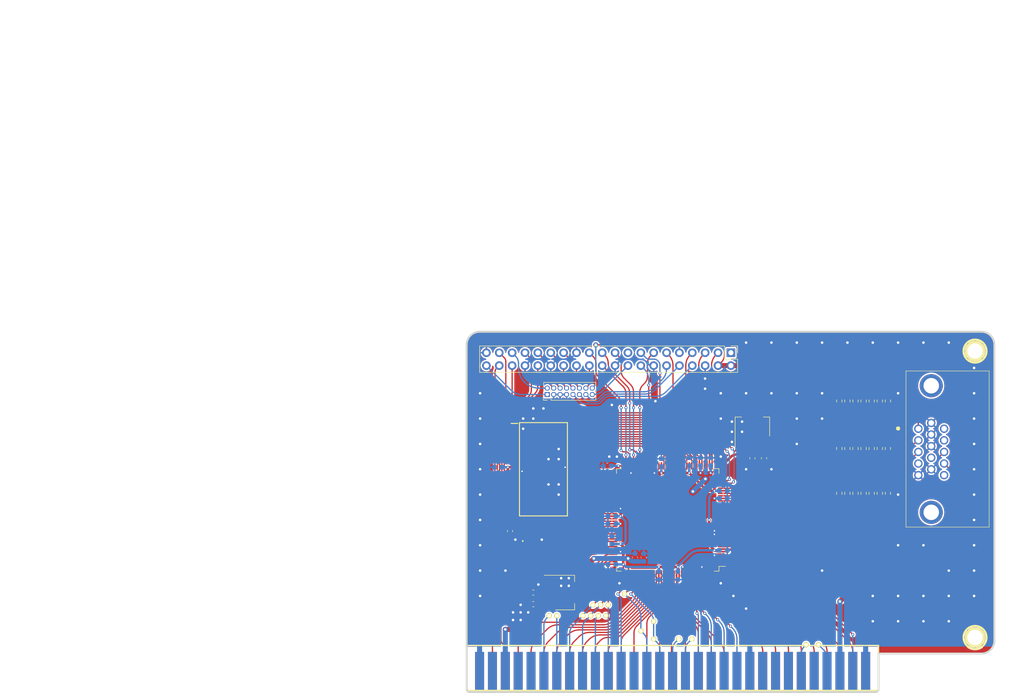
<source format=kicad_pcb>
(kicad_pcb (version 20221018) (generator pcbnew)
  (layers (0 "F.Cu" signal) (31 "B.Cu" signal) (34 "B.Paste" user) (35 "F.Paste" user) (36 "B.SilkS" user "B.Silkscreen") (37 "F.SilkS" user "F.Silkscreen") (38 "B.Mask" user) (39 "F.Mask" user) (44 "Edge.Cuts" user))
  (net 0 "")
  (net 1 "GND")
  (net 4 "RAM_A0")
  (net 5 "RAM_A1")
  (net 6 "RAM_A2")
  (net 7 "RAM_A3")
  (net 8 "MEMW")
  (net 9 "MEMR")
  (net 10 "IOW")
  (net 11 "IOR")
  (net 12 "RAM_A4")
  (net 13 "RAM_CE")
  (net 14 "RAM_D0")
  (net 15 "RAM_D1")
  (net 16 "RAM_D2")
  (net 17 "RAM_D3")
  (net 18 "RAM_WE")
  (net 19 "RAM_A5")
  (net 20 "RAM_A6")
  (net 21 "RAM_A7")
  (net 22 "RAM_A8")
  (net 23 "RAM_A9")
  (net 24 "D7")
  (net 25 "D6")
  (net 26 "D5")
  (net 27 "D4")
  (net 28 "D3")
  (net 29 "D2")
  (net 30 "D1")
  (net 31 "D0")
  (net 34 "A19")
  (net 35 "A18")
  (net 36 "A17")
  (net 37 "A16")
  (net 38 "A15")
  (net 39 "A14")
  (net 40 "A13")
  (net 41 "A12")
  (net 42 "A11")
  (net 43 "A10")
  (net 44 "A9")
  (net 45 "A8")
  (net 46 "A7")
  (net 47 "A6")
  (net 48 "A5")
  (net 49 "A4")
  (net 50 "A3")
  (net 51 "A2")
  (net 52 "A1")
  (net 53 "A0")
  (net 56 "RAM_A19")
  (net 57 "RAM_A10")
  (net 58 "RAM_A11")
  (net 59 "RAM_A12")
  (net 60 "RAM_A13")
  (net 61 "RAM_A14")
  (net 62 "RAM_D4")
  (net 63 "RAM_D5")
  (net 64 "RAM_D6")
  (net 65 "CRESET")
  (net 66 "RAM_D7")
  (net 67 "RAM_OE")
  (net 68 "RAM_A15")
  (net 69 "RAM_A16")
  (net 70 "RAM_A17")
  (net 71 "RAM_A18")
  (net 75 "IRQ2")
  (net 77 "DRQ2")
  (net 78 "SDO")
  (net 79 "SDI")
  (net 80 "SCK")
  (net 81 "SS")
  (net 85 "DACK3")
  (net 86 "DRQ3")
  (net 87 "CLK100")
  (net 88 "GPIO2")
  (net 89 "GPIO3")
  (net 90 "GPIO4")
  (net 91 "GPIO7")
  (net 92 "GPIO0")
  (net 93 "GPIO1")
  (net 94 "GPIO5")
  (net 95 "GPIO6")
  (net 97 "GPIO17")
  (net 98 "GPIO22")
  (net 99 "GPIO23")
  (net 100 "GPIO24")
  (net 101 "GPIO8")
  (net 102 "GPIO12")
  (net 103 "GPIO13")
  (net 104 "GPIO16")
  (net 105 "GPIO26")
  (net 106 "GPIO20")
  (net 107 "VGA_HS")
  (net 108 "VGA_VS")
  (net 109 "VGA_R_0")
  (net 110 "VGA_R_1")
  (net 111 "VGA_R_2")
  (net 112 "VGA_R_3")
  (net 113 "VGA_R_4")
  (net 114 "VGA_R_5")
  (net 115 "VGA_G_0")
  (net 116 "VGA_G_1")
  (net 117 "VGA_G_2")
  (net 118 "VGA_G_3")
  (net 119 "VGA_G_4")
  (net 120 "VGA_G_5")
  (net 121 "VGA_B_0")
  (net 122 "VGA_B_1")
  (net 123 "VGA_B_2")
  (net 124 "VGA_B_3")
  (net 125 "VGA_B_4")
  (net 126 "VGA_B_5")
  (net 134 "3V3")
  (net 135 "1V2")
  (net 136 "VGA_R")
  (net 137 "VGA_G")
  (net 138 "VGA_B")
  (net 139 "IRQ6")
  (net 160 "DACK1")
  (net 161 "DRQ1")
  (net 162 "CLK")
  (net 163 "IRQ7")
  (net 164 "IRQ5")
  (net 165 "IRQ4")
  (net 166 "IRQ3")
  (net 167 "RESET")
  (net 168 "DACK2")
  (net 169 "VCC")
  (net 170 "IO_READY")
  (net 171 "VCC1")
  (net 172 "TX")
  (net 173 "RX")
  (net 174 "PCM_CLK")
  (net 175 "PCM_FS")
  (net 176 "PCM_DOUT")
  (footprint "" (layer "F.Cu") (at 151.78 144.69)
    (fp_text reference "")
    (fp_text value "")
  )
  (footprint "Resistor_SMD:R_0603_1608Metric" (layer "F.Cu") (at 189.789 105.9 -90)
    (fp_text reference "R12" hide)
    (fp_text value "4k3" hide)
  )
  (footprint "Resistor_SMD:R_0603_1608Metric" (layer "F.Cu") (at 184.989 105.9 -90)
    (fp_text reference "R9" hide)
    (fp_text value "1k1" hide)
  )
  (footprint "" (layer "F.Cu") (at 125.78 138.89)
    (fp_text reference "")
    (fp_text value "")
  )
  (footprint "MODELS:SOP80P1176X120-44N" (layer "F.Cu") (at 125 110)
    (fp_text reference "IC1" hide)
    (fp_text value "IS61WV10248EDBLL-10TLI" hide)
  )
  (footprint "Capacitor_SMD:C_0603_1608Metric" (layer "F.Cu") (at 166.243 107.823 -90)
    (fp_text reference "C201" hide)
    (fp_text value "10u" hide)
  )
  (footprint "Resistor_SMD:R_0603_1608Metric" (layer "F.Cu") (at 191.389 96.52 -90)
    (fp_text reference "R6" hide)
    (fp_text value "9k1" hide)
  )
  (footprint "Package_TO_SOT_SMD:SOT-223-3_TabPin2" (layer "F.Cu") (at 129.24 134.33)
    (fp_text reference "U602" hide)
    (fp_text value "AMS1117-1.2" hide)
  )
  (footprint "" (layer "F.Cu") (at 176.84 144.61)
    (fp_text reference "")
    (fp_text value "")
  )
  (footprint "Resistor_SMD:R_0603_1608Metric" (layer "F.Cu") (at 192.989 114.745 -90)
    (fp_text reference "R21" hide)
    (fp_text value "18k" hide)
  )
  (footprint "Resistor_SMD:R_0603_1608Metric" (layer "F.Cu") (at 184.989 114.745 -90)
    (fp_text reference "R16" hide)
    (fp_text value "1k1" hide)
  )
  (footprint "" (layer "F.Cu") (at 137.56 138.97)
    (fp_text reference "")
    (fp_text value "")
  )
  (footprint "" (layer "F.Cu") (at 179.28 144.63)
    (fp_text reference "")
    (fp_text value "")
  )
  (footprint "Resistor_SMD:R_0603_1608Metric" (layer "F.Cu") (at 183.389 96.52 -90)
    (fp_text reference "R1" hide)
    (fp_text value "1k" hide)
  )
  (footprint "BasicISA8:Conn_Bus_ISA8" (layer "F.Cu") (at 150.495 149.86)
    (fp_text reference "J1" hide)
    (fp_text value "Bus_ISA_8bit" hide)
    (fp_line (start -40.64 3.4925) (end -40.64 -64.4525) (stroke (width 0.381)) (layer "Edge.Cuts"))
    (fp_line (start -40.005 4.1275) (end 40.005 4.1275) (stroke (width 0.381)) (layer "Edge.Cuts"))
    (fp_line (start -38.1 -66.9925) (end 60.96 -66.9925) (stroke (width 0.381)) (layer "Edge.Cuts"))
    (fp_line (start 40.64 3.4925) (end 40.64 -3.4925) (stroke (width 0.381)) (layer "Edge.Cuts"))
    (fp_line (start 60.96 -3.4925) (end 40.64 -3.4925) (stroke (width 0.381)) (layer "Edge.Cuts"))
    (fp_line (start 63.5 -6.0325) (end 63.5 -64.4525) (stroke (width 0.381)) (layer "Edge.Cuts"))
    (fp_arc (start -40.64 -64.4525) (mid -39.896051 -66.248551) (end -38.1 -66.9925) (stroke (width 0.381)) (layer "Edge.Cuts"))
    (fp_arc (start -40.005 4.1275) (mid -40.454013 3.941513) (end -40.64 3.4925) (stroke (width 0.381)) (layer "Edge.Cuts"))
    (fp_arc (start 40.64 3.4925) (mid 40.454013 3.941513) (end 40.005 4.1275) (stroke (width 0.381)) (layer "Edge.Cuts"))
    (fp_arc (start 60.96 -66.9925) (mid 62.756051 -66.248551) (end 63.5 -64.4525) (stroke (width 0.381)) (layer "Edge.Cuts"))
    (fp_arc (start 63.5 -6.0325) (mid 62.756051 -4.236449) (end 60.96 -3.4925) (stroke (width 0.381)) (layer "Edge.Cuts"))
  )
  (footprint "" (layer "F.Cu") (at 132.81 138.89)
    (fp_text reference "")
    (fp_text value "")
  )
  (footprint "Resistor_SMD:R_0603_1608Metric" (layer "F.Cu") (at 186.589 114.745 -90)
    (fp_text reference "R17" hide)
    (fp_text value "1k1" hide)
  )
  (footprint "Resistor_SMD:R_0603_1608Metric" (layer "F.Cu") (at 189.789 96.52 -90)
    (fp_text reference "R5" hide)
    (fp_text value "4k3" hide)
  )
  (footprint "" (layer "F.Cu") (at 137.83 136.77)
    (fp_text reference "")
    (fp_text value "")
  )
  (footprint "Resistor_SMD:R_0603_1608Metric" (layer "F.Cu") (at 183.389 114.745 -90)
    (fp_text reference "R15" hide)
    (fp_text value "1k" hide)
  )
  (footprint "Capacitor_SMD:C_0603_1608Metric" (layer "F.Cu") (at 168.543 107.823 -90)
    (fp_text reference "C202" hide)
    (fp_text value "10u" hide)
  )
  (footprint "Capacitor_SMD:C_0603_1608Metric" (layer "F.Cu") (at 118.4 122.21 -90)
    (fp_text reference "C20" hide)
    (fp_text value "100n" hide)
  )
  (footprint "" (layer "F.Cu") (at 136.05 136.82)
    (fp_text reference "")
    (fp_text value "")
  )
  (footprint "" (layer "F.Cu") (at 146.76 139.89)
    (fp_text reference "")
    (fp_text value "")
  )
  (footprint "Resistor_SMD:R_0603_1608Metric" (layer "F.Cu") (at 192.989 105.9 -90)
    (fp_text reference "R14" hide)
    (fp_text value "18k" hide)
  )
  (footprint "Capacitor_SMD:C_0603_1608Metric" (layer "F.Cu") (at 122.9916 136.63 180)
    (fp_text reference "C204" hide)
    (fp_text value "10u" hide)
  )
  (footprint "Connector_PinHeader_2.54mm:PinHeader_2x20_P2.54mm_Vertical" (layer "F.Cu") (at 162 87 -90)
    (fp_text reference "J4" hide)
    (fp_text value "Raspberry_Pi_2_3" hide)
  )
  (footprint "Resistor_SMD:R_0603_1608Metric" (layer "F.Cu") (at 183.389 105.9 -90)
    (fp_text reference "R8" hide)
    (fp_text value "1k" hide)
  )
  (footprint "Resistor_SMD:R_0603_1608Metric" (layer "F.Cu") (at 192.989 96.52 -90)
    (fp_text reference "R7" hide)
    (fp_text value "18k" hide)
  )
  (footprint "Resistor_SMD:R_0603_1608Metric" (layer "F.Cu") (at 189.789 114.745 -90)
    (fp_text reference "R19" hide)
    (fp_text value "4k3" hide)
  )
  (footprint "Resistor_SMD:R_0603_1608Metric" (layer "F.Cu") (at 191.389 105.9 -90)
    (fp_text reference "R13" hide)
    (fp_text value "9k1" hide)
  )
  (footprint "Resistor_SMD:R_0603_1608Metric" (layer "F.Cu") (at 188.189 96.52 -90)
    (fp_text reference "R4" hide)
    (fp_text value "2k2" hide)
  )
  (footprint "" (layer "F.Cu") (at 135.97 138.9)
    (fp_text reference "")
    (fp_text value "")
  )
  (footprint "" (layer "F.Cu") (at 127.6 139.09)
    (fp_text reference "")
    (fp_text value "")
  )
  (footprint "Resistor_SMD:R_0603_1608Metric" (layer "F.Cu") (at 191.389 114.745 -90)
    (fp_text reference "R20" hide)
    (fp_text value "9k1" hide)
  )
  (footprint "Package_QFP:TQFP-144_20x20mm_P0.5mm" (layer "F.Cu") (at 149.53 120 180)
    (fp_text reference "U2" hide)
    (fp_text value "ICE40HX4K-TQ144" hide)
  )
  (footprint "" (layer "F.Cu") (at 154.19 144.61)
    (fp_text reference "")
    (fp_text value "")
  )
  (footprint "" (layer "F.Cu") (at 146.76 143.38)
    (fp_text reference "")
    (fp_text value "")
  )
  (footprint "Resistor_SMD:R_0603_1608Metric" (layer "F.Cu") (at 184.989 96.52 -90)
    (fp_text reference "R2" hide)
    (fp_text value "1k1" hide)
  )
  (footprint "Capacitor_SMD:C_0603_1608Metric" (layer "F.Cu") (at 122.9916 134.33 180)
    (fp_text reference "C203" hide)
    (fp_text value "10u" hide)
  )
  (footprint "Package_TO_SOT_SMD:SOT-223-3_TabPin2" (layer "F.Cu") (at 166.243 101.6 90)
    (fp_text reference "U601" hide)
    (fp_text value "AMS1117-3.3" hide)
  )
  (footprint "BasicISA8:830207044109" (layer "F.Cu") (at 122.01 122.21)
    (fp_text reference "Y1" hide)
    (fp_text value "830207044109" hide)
  )
  (footprint "Resistor_SMD:R_0603_1608Metric" (layer "F.Cu") (at 186.589 96.52 -90)
    (fp_text reference "R3" hide)
    (fp_text value "1k1" hide)
  )
  (footprint "" (layer "F.Cu") (at 134.62 136.89)
    (fp_text reference "")
    (fp_text value "")
  )
  (footprint "" (layer "F.Cu") (at 141.08 134.6)
    (fp_text reference "")
    (fp_text value "")
  )
  (footprint "" (layer "F.Cu") (at 144.23 141.9)
    (fp_text reference "")
    (fp_text value "")
  )
  (footprint "Resistor_SMD:R_0603_1608Metric" (layer "F.Cu") (at 188.189 114.745 -90)
    (fp_text reference "R18" hide)
    (fp_text value "2k2" hide)
  )
  (footprint "BasicISA8:K66XE15SN" (layer "F.Cu") (at 199 102 90)
    (fp_text reference "J401" hide)
    (fp_text value "K66X-E15S-N" hide)
  )
  (footprint "" (layer "F.Cu") (at 134.34 138.88)
    (fp_text reference "")
    (fp_text value "")
  )
  (footprint "Connector_PinHeader_1.27mm:PinHeader_2x08_P1.27mm_Vertical" (layer "F.Cu") (at 125.75 95.25 90)
    (fp_text reference "J2" hide)
    (fp_text value "Conn_02x08_Odd_Even" hide)
  )
  (footprint "Resistor_SMD:R_0603_1608Metric" (layer "F.Cu") (at 188.189 105.9 -90)
    (fp_text reference "R11" hide)
    (fp_text value "2k2" hide)
  )
  (footprint "Resistor_SMD:R_0603_1608Metric" (layer "F.Cu") (at 186.589 105.9 -90)
    (fp_text reference "R10" hide)
    (fp_text value "1k1" hide)
  )
  (footprint "Capacitor_SMD:C_0603_1608Metric" (layer "B.Cu") (at 137.6 109.3375 180)
    (fp_text reference "C9" hide)
    (fp_text value "100n" hide)
  )
  (footprint "Capacitor_SMD:C_0603_1608Metric" (layer "B.Cu") (at 116.078 109.6 180)
    (fp_text reference "C18" hide)
    (fp_text value "100n" hide)
  )
  (footprint "Capacitor_SMD:C_0603_1608Metric" (layer "B.Cu") (at 160.5 115.75)
    (fp_text reference "C2" hide)
    (fp_text value "100n" hide)
  )
  (footprint "Capacitor_SMD:C_0603_1608Metric" (layer "B.Cu") (at 138.5 119.25 180)
    (fp_text reference "C19" hide)
    (fp_text value "100n" hide)
  )
  (footprint "Capacitor_SMD:C_0603_1608Metric" (layer "B.Cu") (at 147.78 131 -90)
    (fp_text reference "C15" hide)
    (fp_text value "100n" hide)
  )
  (footprint "Capacitor_SMD:C_0603_1608Metric" (layer "B.Cu") (at 138.5 128.778 180)
    (fp_text reference "C16" hide)
    (fp_text value "100n" hide)
  )
  (footprint "Capacitor_SMD:C_0603_1608Metric" (layer "B.Cu") (at 158 108.5 90)
    (fp_text reference "C5" hide)
    (fp_text value "100n" hide)
  )
  (footprint "Capacitor_SMD:C_0603_1608Metric" (layer "B.Cu") (at 144.78 127.41 90)
    (fp_text reference "C4" hide)
    (fp_text value "100n" hide)
  )
  (footprint "Capacitor_SMD:C_0603_1608Metric" (layer "B.Cu") (at 138.5 120.75 180)
    (fp_text reference "C3" hide)
    (fp_text value "100n" hide)
  )
  (footprint "Capacitor_SMD:C_0603_1608Metric" (layer "B.Cu") (at 160.5 126)
    (fp_text reference "C13" hide)
    (fp_text value "100n" hide)
  )
  (footprint "Capacitor_SMD:C_0603_1608Metric" (layer "B.Cu") (at 143.08 127.41 90)
    (fp_text reference "C6" hide)
    (fp_text value "100n" hide)
  )
  (footprint "Capacitor_SMD:C_0603_1608Metric" (layer "B.Cu") (at 156 108.5 90)
    (fp_text reference "C1" hide)
    (fp_text value "100n" hide)
  )
  (footprint "Capacitor_SMD:C_0603_1608Metric" (layer "B.Cu") (at 138.5 123.975 90)
    (fp_text reference "C17" hide)
    (fp_text value "100n" hide)
  )
  (footprint "Capacitor_SMD:C_0603_1608Metric" (layer "B.Cu") (at 151.5 131 -90)
    (fp_text reference "C14" hide)
    (fp_text value "100n" hide)
  )
  (footprint "Capacitor_SMD:C_0603_1608Metric" (layer "B.Cu") (at 160.5 114.25)
    (fp_text reference "C12" hide)
    (fp_text value "100n" hide)
  )
  (footprint "Capacitor_SMD:C_0603_1608Metric" (layer "B.Cu") (at 148.28 108.7 90)
    (fp_text reference "C10" hide)
    (fp_text value "100n" hide)
  )
  (footprint "Capacitor_SMD:C_0603_1608Metric" (layer "B.Cu") (at 153.78 108.5 90)
    (fp_text reference "C11" hide)
    (fp_text value "100n" hide)
  )
  (segment (start 158.853553 126.896447) (end 158.75 127) (width 0.25) (layer "F.Cu") (net 1))
  (segment (start 152.28 130.6625) (end 152.28 129.506) (width 0.25) (layer "F.Cu") (net 1))
  (segment (start 160.1925 126.75) (end 159.207107 126.75) (width 0.3) (layer "F.Cu") (net 1))
  (segment (start 160.1925 122.75) (end 158.85 122.75) (width 0.3) (layer "F.Cu") (net 1))
  (segment (start 130.728 109.6) (end 129.286 109.6) (width 0.5) (layer "F.Cu") (net 1))
  (segment (start 156.28 130.6625) (end 156.28 129.286) (width 0.3) (layer "F.Cu") (net 1))
  (segment (start 158.85 122.75) (end 158.75 122.85) (width 0.3) (layer "F.Cu") (net 1))
  (segment (start 147.28 109.3375) (end 147.28 109.949786) (width 0.25) (layer "F.Cu") (net 1))
  (segment (start 152.28 129.506) (end 152.5 129.286) (width 0.25) (layer "F.Cu") (net 1))
  (segment (start 138.8675 126.25) (end 140.208 126.25) (width 0.3) (layer "F.Cu") (net 1))
  (segment (start 160.1925 122.25) (end 158.85 122.25) (width 0.3) (layer "F.Cu") (net 1))
  (segment (start 158.85 122.25) (end 158.75 122.15) (width 0.3) (layer "F.Cu") (net 1))
  (segment (start 146.987107 110.656893) (end 146.9 110.744) (width 0.25) (layer "F.Cu") (net 1))
  (segment (start 142.28 109.3375) (end 142.28 110.744) (width 0.3) (layer "F.Cu") (net 1))
  (segment (start 138.8675 117.75) (end 140.208 117.75) (width 0.3) (layer "F.Cu") (net 1))
  (segment (start 119.272 110.4) (end 120.777 110.4) (width 0.5) (layer "F.Cu") (net 1))
  (via (at 156.9 92.1) (size 1) (drill 0.5) (layers "F.Cu" "B.Cu") (net 1))
  (via (at 120.5 139.75) (size 1) (drill 0.5) (layers "F.Cu" "B.Cu") (net 1))
  (via (at 125 98) (size 1) (drill 0.5) (layers "F.Cu" "B.Cu") (net 1))
  (via (at 200 135) (size 1) (drill 0.5) (layers "F.Cu" "B.Cu") (net 1))
  (via (at 128.5 133) (size 1) (drill 0.5) (layers "F.Cu" "B.Cu") (net 1))
  (via (at 170 95) (size 1) (drill 0.5) (layers "F.Cu" "B.Cu") (net 1))
  (via (at 128.5 131.5) (size 1) (drill 0.5) (layers "F.Cu" "B.Cu") (net 1))
  (via (at 210 110) (size 1) (drill 0.5) (layers "F.Cu" "B.Cu") (net 1))
  (via (at 195 125) (size 1) (drill 0.5) (layers "F.Cu" "B.Cu") (net 1))
  (via (at 160 107.5) (size 1) (drill 0.5) (layers "F.Cu" "B.Cu") (net 1))
  (via (at 139.5 107.5) (size 1) (drill 0.5) (layers "F.Cu" "B.Cu") (net 1))
  (via (at 200 140) (size 1) (drill 0.5) (layers "F.Cu" "B.Cu") (net 1))
  (via (at 138 107.5) (size 1) (drill 0.5) (layers "F.Cu" "B.Cu") (net 1))
  (via (at 162.2 102.6) (size 1) (drill 0.5) (layers "F.Cu" "B.Cu") (net 1))
  (via (at 190 85) (size 1) (drill 0.5) (layers "F.Cu" "B.Cu") (net 1))
  (via (at 164.2 100.6) (size 1) (drill 0.5) (layers "F.Cu" "B.Cu") (net 1))
  (via (at 162.5 135) (size 1) (drill 0.5) (layers "F.Cu" "B.Cu") (net 1))
  (via (at 124 132.75) (size 1) (drill 0.5) (layers "F.Cu" "B.Cu") (net 1))
  (via (at 165 137.5) (size 1) (drill 0.5) (layers "F.Cu" "B.Cu") (net 1))
  (via (at 158.75 122.85) (size 0.6) (drill 0.3) (layers "F.Cu" "B.Cu") (net 1))
  (via (at 119.46 123.89) (size 1) (drill 0.5) (layers "F.Cu" "B.Cu") (net 1))
  (via (at 170 85) (size 1) (drill 0.5) (layers "F.Cu" "B.Cu") (net 1))
  (via (at 205 85) (size 1) (drill 0.5) (layers "F.Cu" "B.Cu") (net 1))
  (via (at 130 131.5) (size 1) (drill 0.5) (layers "F.Cu" "B.Cu") (net 1))
  (via (at 152.5 129.286) (size 0.6) (drill 0.3) (layers "F.Cu" "B.Cu") (net 1))
  (via (at 210 120) (size 1) (drill 0.5) (layers "F.Cu" "B.Cu") (net 1))
  (via (at 205 130) (size 1) (drill 0.5) (layers "F.Cu" "B.Cu") (net 1))
  (via (at 128 106) (size 1) (drill 0.5) (layers "F.Cu" "B.Cu") (net 1))
  (via (at 195 85) (size 1) (drill 0.5) (layers "F.Cu" "B.Cu") (net 1))
  (via (at 175 100) (size 1) (drill 0.5) (layers "F.Cu" "B.Cu") (net 1))
  (via (at 128 115) (size 1) (drill 0.5) (layers "F.Cu" "B.Cu") (net 1))
  (via (at 210 115) (size 1) (drill 0.5) (layers "F.Cu" "B.Cu") (net 1))
  (via (at 142.28 110.744) (size 0.6) (drill 0.3) (layers "F.Cu" "B.Cu") (net 1))
  (via (at 210 130) (size 1) (drill 0.5) (layers "F.Cu" "B.Cu") (net 1))
  (via (at 200 125) (size 1) (drill 0.5) (layers "F.Cu" "B.Cu") (net 1))
  (via (at 120.5 136.75) (size 1) (drill 0.5) (layers "F.Cu" "B.Cu") (net 1))
  (via (at 190 135) (size 1) (drill 0.5) (layers "F.Cu" "B.Cu") (net 1))
  (via (at 112.5 110) (size 1) (drill 0.5) (layers "F.Cu" "B.Cu") (net 1))
  (via (at 180 130) (size 1) (drill 0.5) (layers "F.Cu" "B.Cu") (net 1))
  (via (at 160 95) (size 1) (drill 0.5) (layers "F.Cu" "B.Cu") (net 1))
  (via (at 119 139.75) (size 1) (drill 0.5) (layers "F.Cu" "B.Cu") (net 1))
  (via (at 175 95) (size 1) (drill 0.5) (layers "F.Cu" "B.Cu") (net 1))
  (via (at 210 100) (size 1) (drill 0.5) (layers "F.Cu" "B.Cu") (net 1))
  (via (at 190 140) (size 1) (drill 0.5) (layers "F.Cu" "B.Cu") (net 1))
  (via (at 210 95) (size 1) (drill 0.5) (layers "F.Cu" "B.Cu") (net 1))
  (via (at 165 85) (size 1) (drill 0.5) (layers "F.Cu" "B.Cu") (net 1))
  (via (at 195 115) (size 1) (drill 0.5) (layers "F.Cu" "B.Cu") (net 1))
  (via (at 117.5 130) (size 1) (drill 0.5) (layers "F.Cu" "B.Cu") (net 1))
  (via (at 126 113) (size 1) (drill 0.5) (layers "F.Cu" "B.Cu") (net 1))
  (via (at 140.208 126.25) (size 0.6) (drill 0.3) (layers "F.Cu" "B.Cu") (net 1))
  (via (at 210 90) (size 1) (drill 0.5) (layers "F.Cu" "B.Cu") (net 1))
  (via (at 160 100) (size 1) (drill 0.5) (layers "F.Cu" "B.Cu") (net 1))
  (via (at 147.1 96.56) (size 1) (drill 0.5) (layers "F.Cu" "B.Cu") (net 1))
  (via (at 123 100) (size 1) (drill 0.5) (layers "F.Cu" "B.Cu") (net 1))
  (via (at 162.2 100.6) (size 1) (drill 0.5) (layers "F.Cu" "B.Cu") (net 1))
  (via (at 120.5 138.25) (size 1) (drill 0.5) (layers "F.Cu" "B.Cu") (net 1))
  (via (at 164.2 102.6) (size 1) (drill 0.5) (layers "F.Cu" "B.Cu") (net 1))
  (via (at 122 138.25) (size 1) (drill 0.5) (layers "F.Cu" "B.Cu") (net 1))
  (via (at 128 108) (size 1) (drill 0.5) (layers "F.Cu" "B.Cu") (net 1))
  (via (at 112.5 125) (size 1) (drill 0.5) (layers "F.Cu" "B.Cu") (net 1))
  (via (at 112.5 135) (size 1) (drill 0.5) (layers "F.Cu" "B.Cu") (net 1))
  (via (at 195 135) (size 1) (drill 0.5) (layers "F.Cu" "B.Cu") (net 1))
  (via (at 165 95) (size 1) (drill 0.5) (layers "F.Cu" "B.Cu") (net 1))
  (via (at 162.2 104.6) (size 1) (drill 0.5) (layers "F.Cu" "B.Cu") (net 1))
  (via (at 180 100) (size 1) (drill 0.5) (layers "F.Cu" "B.Cu") (net 1))
  (via (at 180 95) (size 1) (drill 0.5) (layers "F.Cu" "B.Cu") (net 1))
  (via (at 175 85) (size 1) (drill 0.5) (layers "F.Cu" "B.Cu") (net 1))
  (via (at 126 108) (size 1) (drill 0.5) (layers "F.Cu" "B.Cu") (net 1))
  (via (at 112.5 95) (size 1) (drill 0.5) (layers "F.Cu" "B.Cu") (net 1))
  (via (at 165 110) (size 1) (drill 0.5) (layers "F.Cu" "B.Cu") (net 1))
  (via (at 146.9 110.744) (size 0.6) (drill 0.3) (layers "F.Cu" "B.Cu") (net 1))
  (via (at 120.777 110.4) (size 0.6) (drill 0.3) (layers "F.Cu" "B.Cu") (net 1))
  (via (at 112.5 105) (size 1) (drill 0.5) (layers "F.Cu" "B.Cu") (net 1))
  (via (at 185 85) (size 1) (drill 0.5) (layers "F.Cu" "B.Cu") (net 1))
  (via (at 119 138.25) (size 1) (drill 0.5) (layers "F.Cu" "B.Cu") (net 1))
  (via (at 205 140) (size 1) (drill 0.5) (layers "F.Cu" "B.Cu") (net 1))
  (via (at 124.67 123.89) (size 1) (drill 0.5) (layers "F.Cu" "B.Cu") (net 1))
  (via (at 158.75 127) (size 0.6) (drill 0.3) (layers "F.Cu" "B.Cu") (net 1))
  (via (at 210 135) (size 1) (drill 0.5) (layers "F.Cu" "B.Cu") (net 1))
  (via (at 170 110) (size 1) (drill 0.5) (layers "F.Cu" "B.Cu") (net 1))
  (via (at 210 125) (size 1) (drill 0.5) (layers "F.Cu" "B.Cu") (net 1))
  (via (at 156.9 94.1) (size 1) (drill 0.5) (layers "F.Cu" "B.Cu") (net 1))
  (via (at 140.208 117.75) (size 0.6) (drill 0.3) (layers "F.Cu" "B.Cu") (net 1))
  (via (at 129.286 109.6) (size 0.6) (drill 0.3) (layers "F.Cu" "B.Cu") (net 1))
  (via (at 112.5 115) (size 1) (drill 0.5) (layers "F.Cu" "B.Cu") (net 1))
  (via (at 158.75 122.15) (size 0.6) (drill 0.3) (layers "F.Cu" "B.Cu") (net 1))
  (via (at 112.5 120) (size 1) (drill 0.5) (layers "F.Cu" "B.Cu") (net 1))
  (via (at 121 102) (size 1) (drill 0.5) (layers "F.Cu" "B.Cu") (net 1))
  (via (at 175 105) (size 1) (drill 0.5) (layers "F.Cu" "B.Cu") (net 1))
  (via (at 195 140) (size 1) (drill 0.5) (layers "F.Cu" "B.Cu") (net 1))
  (via (at 130 133) (size 1) (drill 0.5) (layers "F.Cu" "B.Cu") (net 1))
  (via (at 138.5 97.3) (size 1) (drill 0.5) (layers "F.Cu" "B.Cu") (net 1))
  (via (at 121 100) (size 1) (drill 0.5) (layers "F.Cu" "B.Cu") (net 1))
  (via (at 195 95) (size 1) (drill 0.5) (layers "F.Cu" "B.Cu") (net 1))
  (via (at 205 135) (size 1) (drill 0.5) (layers "F.Cu" "B.Cu") (net 1))
  (via (at 140 132.5) (size 1) (drill 0.5) (layers "F.Cu" "B.Cu") (net 1))
  (via (at 123 98) (size 1) (drill 0.5) (layers "F.Cu" "B.Cu") (net 1))
  (via (at 210 105) (size 1) (drill 0.5) (layers "F.Cu" "B.Cu") (net 1))
  (via (at 180 85) (size 1) (drill 0.5) (layers "F.Cu" "B.Cu") (net 1))
  (via (at 160 132.5) (size 1) (drill 0.5) (layers "F.Cu" "B.Cu") (net 1))
  (via (at 128 113) (size 1) (drill 0.5) (layers "F.Cu" "B.Cu") (net 1))
  (via (at 112.5 100) (size 1) (drill 0.5) (layers "F.Cu" "B.Cu") (net 1))
  (via (at 156.28 129.286) (size 0.6) (drill 0.3) (layers "F.Cu" "B.Cu") (net 1))
  (via (at 112.5 130) (size 1) (drill 0.5) (layers "F.Cu" "B.Cu") (net 1))
  (via (at 200 85) (size 1) (drill 0.5) (layers "F.Cu" "B.Cu") (net 1))
  (arc (start 147.28 109.949786) (mid 147.20388 110.332469) (end 146.987107 110.656893) (width 0.25) (layer "F.Cu") (net 1))
  (arc (start 159.207107 126.75) (mid 159.015765 126.78806) (end 158.853553 126.896447) (width 0.3) (layer "F.Cu") (net 1))
  (segment (start 144.17868 88.31) (end 141.198427 88.31) (width 0.3) (layer "B.Cu") (net 1))
  (segment (start 121.36 89.54) (end 122.044214 88.855786) (width 0.3) (layer "B.Cu") (net 1))
  (segment (start 127.114213 88.865787) (end 126.44 89.54) (width 0.3) (layer "B.Cu") (net 1))
  (segment (start 146.76 89.54) (end 146.03 89.54) (width 0.25) (layer "B.Cu") (net 1))
  (segment (start 129.411573 88.28) (end 128.528427 88.28) (width 0.3) (layer "B.Cu") (net 1))
  (segment (start 112.395 149.86) (end 112.395 145) (width 1) (layer "B.Cu") (net 1))
  (segment (start 125.755787 88.855787) (end 126.44 89.54) (width 0.3) (layer "B.Cu") (net 1))
  (segment (start 146.03 89.54) (end 145.23934 88.74934) (width 0.3) (layer "B.Cu") (net 1))
  (segment (start 123.458427 88.27) (end 124.341573 88.27) (width 0.3) (layer "B.Cu") (net 1))
  (segment (start 131.52 87) (end 130.825786 87.694214) (width 0.3) (layer "B.Cu") (net 1))
  (segment (start 139.784213 88.895787) (end 139.14 89.54) (width 0.3) (layer "B.Cu") (net 1))
  (segment (start 165.735 149.86) (end 165.735 145) (width 1) (layer "B.Cu") (net 1))
  (segment (start 188.595 149.86) (end 188.595 145) (width 1) (layer "B.Cu") (net 1))
  (arc (start 124.341573 88.27) (mid 125.10694 88.422241) (end 125.755787 88.855787) (width 0.3) (layer "B.Cu") (net 1))
  (arc (start 123.458427 88.27) (mid 122.69306 88.422241) (end 122.044214 88.855786) (width 0.3) (layer "B.Cu") (net 1))
  (arc (start 128.528427 88.28) (mid 127.76306 88.432241) (end 127.114213 88.865787) (width 0.3) (layer "B.Cu") (net 1))
  (arc (start 129.411573 88.28) (mid 130.17694 88.127759) (end 130.825786 87.694214) (width 0.3) (layer "B.Cu") (net 1))
  (arc (start 141.198427 88.31) (mid 140.43306 88.462241) (end 139.784213 88.895787) (width 0.3) (layer "B.Cu") (net 1))
  (arc (start 145.23934 88.74934) (mid 144.752705 88.424181) (end 144.17868 88.31) (width 0.3) (layer "B.Cu") (net 1))
  (segment (start 132.139345 97.525) (end 129.353655 97.525) (width 0.25) (layer "F.Cu") (net 4))
  (segment (start 133.720985 98.278213) (end 133.553558 98.110786) (width 0.25) (layer "F.Cu") (net 4))
  (segment (start 122.021801 103.2) (end 119.272 103.2) (width 0.25) (layer "F.Cu") (net 4))
  (segment (start 127.939441 98.110787) (end 123.436014 102.614214) (width 0.25) (layer "F.Cu") (net 4))
  (segment (start 146.758244 98.864) (end 135.135199 98.864) (width 0.25) (layer "F.Cu") (net 4))
  (segment (start 155.604264 107.461492) (end 147.182508 99.039736) (width 0.25) (layer "F.Cu") (net 4))
  (segment (start 155.78 109.3375) (end 155.78 107.885756) (width 0.25) (layer "F.Cu") (net 4))
  (arc (start 133.720985 98.278213) (mid 134.369832 98.711759) (end 135.135199 98.864) (width 0.25) (layer "F.Cu") (net 4))
  (arc (start 123.436014 102.614214) (mid 122.787168 103.047759) (end 122.021801 103.2) (width 0.25) (layer "F.Cu") (net 4))
  (arc (start 147.182508 99.039736) (mid 146.987854 98.909672) (end 146.758244 98.864) (width 0.25) (layer "F.Cu") (net 4))
  (arc (start 132.139345 97.525) (mid 132.904712 97.677241) (end 133.553558 98.110786) (width 0.25) (layer "F.Cu") (net 4))
  (arc (start 155.78 107.885756) (mid 155.734328 107.656146) (end 155.604264 107.461492) (width 0.25) (layer "F.Cu") (net 4))
  (arc (start 129.353655 97.525) (mid 128.588288 97.677241) (end 127.939441 98.110787) (width 0.25) (layer "F.Cu") (net 4))
  (segment (start 155.104264 107.597888) (end 146.996112 99.489736) (width 0.25) (layer "F.Cu") (net 5))
  (segment (start 131.952949 97.975) (end 129.540051 97.975) (width 0.25) (layer "F.Cu") (net 5))
  (segment (start 155.28 109.3375) (end 155.28 108.022152) (width 0.25) (layer "F.Cu") (net 5))
  (segment (start 121.858197 104) (end 119.272 104) (width 0.25) (layer "F.Cu") (net 5))
  (segment (start 128.125837 98.560787) (end 123.27241 103.414214) (width 0.25) (layer "F.Cu") (net 5))
  (segment (start 146.571848 99.314) (end 134.948803 99.314) (width 0.25) (layer "F.Cu") (net 5))
  (segment (start 133.534589 98.728213) (end 133.367162 98.560786) (width 0.25) (layer "F.Cu") (net 5))
  (arc (start 155.28 108.022152) (mid 155.234328 107.792542) (end 155.104264 107.597888) (width 0.25) (layer "F.Cu") (net 5))
  (arc (start 129.540051 97.975) (mid 128.774684 98.127241) (end 128.125837 98.560787) (width 0.25) (layer "F.Cu") (net 5))
  (arc (start 133.367162 98.560786) (mid 132.718316 98.127241) (end 131.952949 97.975) (width 0.25) (layer "F.Cu") (net 5))
  (arc (start 146.996112 99.489736) (mid 146.801458 99.359672) (end 146.571848 99.314) (width 0.25) (layer "F.Cu") (net 5))
  (arc (start 133.534589 98.728213) (mid 134.183436 99.161759) (end 134.948803 99.314) (width 0.25) (layer "F.Cu") (net 5))
  (arc (start 121.858197 104) (mid 122.623564 103.847759) (end 123.27241 103.414214) (width 0.25) (layer "F.Cu") (net 5))
  (segment (start 121.694593 104.8) (end 119.272 104.8) (width 0.25) (layer "F.Cu") (net 6))
  (segment (start 131.766553 98.425) (end 129.726447 98.425) (width 0.25) (layer "F.Cu") (net 6))
  (segment (start 146.421452 99.8) (end 134.798407 99.8) (width 0.25) (layer "F.Cu") (net 6))
  (segment (start 128.312233 99.010787) (end 123.108806 104.214214) (width 0.25) (layer "F.Cu") (net 6))
  (segment (start 154.78 109.3375) (end 154.78 108.158548) (width 0.25) (layer "F.Cu") (net 6))
  (segment (start 154.604264 107.734284) (end 146.845716 99.975736) (width 0.25) (layer "F.Cu") (net 6))
  (segment (start 133.384193 99.214213) (end 133.180766 99.010786) (width 0.25) (layer "F.Cu") (net 6))
  (arc (start 154.604264 107.734284) (mid 154.734328 107.928938) (end 154.78 108.158548) (width 0.25) (layer "F.Cu") (net 6))
  (arc (start 134.798407 99.8) (mid 134.03304 99.647759) (end 133.384193 99.214213) (width 0.25) (layer "F.Cu") (net 6))
  (arc (start 131.766553 98.425) (mid 132.53192 98.577241) (end 133.180766 99.010786) (width 0.25) (layer "F.Cu") (net 6))
  (arc (start 129.726447 98.425) (mid 128.96108 98.577241) (end 128.312233 99.010787) (width 0.25) (layer "F.Cu") (net 6))
  (arc (start 146.421452 99.8) (mid 146.651062 99.845672) (end 146.845716 99.975736) (width 0.25) (layer "F.Cu") (net 6))
  (arc (start 123.108806 104.214214) (mid 122.45996 104.647759) (end 121.694593 104.8) (width 0.25) (layer "F.Cu") (net 6))
  (segment (start 146.235056 100.25) (end 134.612011 100.25) (width 0.25) (layer "F.Cu") (net 7))
  (segment (start 133.197797 99.664213) (end 133.03037 99.496786) (width 0.25) (layer "F.Cu") (net 7))
  (segment (start 121.530989 105.6) (end 119.272 105.6) (width 0.25) (layer "F.Cu") (net 7))
  (segment (start 128.462629 99.496787) (end 122.945202 105.014214) (width 0.25) (layer "F.Cu") (net 7))
  (segment (start 154.28 109.3375) (end 154.28 108.294944) (width 0.25) (layer "F.Cu") (net 7))
  (segment (start 154.104264 107.87068) (end 146.65932 100.425736) (width 0.25) (layer "F.Cu") (net 7))
  (segment (start 131.616157 98.911) (end 129.876843 98.911) (width 0.25) (layer "F.Cu") (net 7))
  (arc (start 121.530989 105.6) (mid 122.296356 105.447759) (end 122.945202 105.014214) (width 0.25) (layer "F.Cu") (net 7))
  (arc (start 133.03037 99.496786) (mid 132.381524 99.063241) (end 131.616157 98.911) (width 0.25) (layer "F.Cu") (net 7))
  (arc (start 154.104264 107.87068) (mid 154.234328 108.065334) (end 154.28 108.294944) (width 0.25) (layer "F.Cu") (net 7))
  (arc (start 128.462629 99.496787) (mid 129.111476 99.063241) (end 129.876843 98.911) (width 0.25) (layer "F.Cu") (net 7))
  (arc (start 146.65932 100.425736) (mid 146.464666 100.295672) (end 146.235056 100.25) (width 0.25) (layer "F.Cu") (net 7))
  (arc (start 134.612011 100.25) (mid 133.846644 100.097759) (end 133.197797 99.664213) (width 0.25) (layer "F.Cu") (net 7))
  (segment (start 161.925 140.97) (end 156.658679 135.703679) (width 0.25) (layer "F.Cu") (net 8))
  (segment (start 155.78 133.582359) (end 155.78 130.6625) (width 0.25) (layer "F.Cu") (net 8))
  (via (at 161.925 140.97) (size 0.6) (drill 0.3) (layers "F.Cu" "B.Cu") (net 8))
  (arc (start 156.658679 135.703679) (mid 156.008361 134.730409) (end 155.78 133.582359) (width 0.25) (layer "F.Cu") (net 8))
  (segment (start 162.31632 141.36132) (end 161.925 140.97) (width 0.25) (layer "B.Cu") (net 8))
  (segment (start 163.195 149.86) (end 163.195 143.482641) (width 0.25) (layer "B.Cu") (net 8))
  (arc (start 162.31632 141.36132) (mid 162.966639 142.33459) (end 163.195 143.482641) (width 0.25) (layer "B.Cu") (net 8))
  (segment (start 155.28 134.352359) (end 155.28 130.6625) (width 0.25) (layer "F.Cu") (net 9))
  (segment (start 159.385 139.7) (end 156.158679 136.473679) (width 0.25) (layer "F.Cu") (net 9))
  (via (at 159.385 139.7) (size 0.6) (drill 0.3) (layers "F.Cu" "B.Cu") (net 9))
  (arc (start 155.28 134.352359) (mid 155.508361 135.500409) (end 156.158679 136.473679) (width 0.25) (layer "F.Cu") (net 9))
  (segment (start 159.77632 140.09132) (end 159.385 139.7) (width 0.25) (layer "B.Cu") (net 9))
  (segment (start 160.655 149.86) (end 160.655 142.212641) (width 0.25) (layer "B.Cu") (net 9))
  (arc (start 160.655 142.212641) (mid 160.426638 141.06459) (end 159.77632 140.09132) (width 0.25) (layer "B.Cu") (net 9))
  (segment (start 154.78 135.122359) (end 154.78 130.6625) (width 0.25) (layer "F.Cu") (net 10))
  (segment (start 156.845 138.43) (end 155.658679 137.243679) (width 0.25) (layer "F.Cu") (net 10))
  (via (at 156.845 138.43) (size 0.6) (drill 0.3) (layers "F.Cu" "B.Cu") (net 10))
  (arc (start 154.78 135.122359) (mid 155.008361 136.270409) (end 155.658679 137.243679) (width 0.25) (layer "F.Cu") (net 10))
  (segment (start 158.115 149.86) (end 158.115 140.942641) (width 0.25) (layer "B.Cu") (net 10))
  (segment (start 157.23632 138.82132) (end 156.845 138.43) (width 0.25) (layer "B.Cu") (net 10))
  (arc (start 157.23632 138.82132) (mid 157.886639 139.79459) (end 158.115 140.942641) (width 0.25) (layer "B.Cu") (net 10))
  (segment (start 155.3 138.157107) (end 155.3 138.43) (width 0.25) (layer "F.Cu") (net 11))
  (segment (start 154.28 136.187542) (end 154.286536 136.194078) (width 0.25) (layer "F.Cu") (net 11))
  (segment (start 154.286536 136.194078) (end 154.286536 136.522322) (width 0.25) (layer "F.Cu") (net 11))
  (segment (start 154.28 130.6625) (end 154.28 136.187542) (width 0.25) (layer "F.Cu") (net 11))
  (segment (start 154.579429 137.229429) (end 155.153554 137.803554) (width 0.25) (layer "F.Cu") (net 11))
  (via (at 155.3 138.43) (size 0.6) (drill 0.3) (layers "F.Cu" "B.Cu") (net 11))
  (arc (start 154.286536 136.522322) (mid 154.362656 136.905005) (end 154.579429 137.229429) (width 0.25) (layer "F.Cu") (net 11))
  (arc (start 155.153554 137.803554) (mid 155.26194 137.965766) (end 155.3 138.157107) (width 0.25) (layer "F.Cu") (net 11))
  (segment (start 155.428553 138.558553) (end 155.3 138.43) (width 0.25) (layer "B.Cu") (net 11))
  (segment (start 155.575 149.86) (end 155.575 138.912107) (width 0.25) (layer "B.Cu") (net 11))
  (arc (start 155.575 138.912107) (mid 155.53694 138.720765) (end 155.428553 138.558553) (width 0.25) (layer "B.Cu") (net 11))
  (segment (start 131.429761 99.361) (end 130.063239 99.361) (width 0.25) (layer "F.Cu") (net 12))
  (segment (start 146.04866 100.7) (end 134.425615 100.7) (width 0.25) (layer "F.Cu") (net 12))
  (segment (start 121.367385 106.4) (end 119.272 106.4) (width 0.25) (layer "F.Cu") (net 12))
  (segment (start 153.104264 107.507076) (end 146.472924 100.875736) (width 0.25) (layer "F.Cu") (net 12))
  (segment (start 133.011401 100.114213) (end 132.843974 99.946786) (width 0.25) (layer "F.Cu") (net 12))
  (segment (start 128.649025 99.946787) (end 122.781598 105.814214) (width 0.25) (layer "F.Cu") (net 12))
  (segment (start 153.28 109.3375) (end 153.28 107.93134) (width 0.25) (layer "F.Cu") (net 12))
  (arc (start 122.781598 105.814214) (mid 122.132752 106.247759) (end 121.367385 106.4) (width 0.25) (layer "F.Cu") (net 12))
  (arc (start 130.063239 99.361) (mid 129.297872 99.513241) (end 128.649025 99.946787) (width 0.25) (layer "F.Cu") (net 12))
  (arc (start 134.425615 100.7) (mid 133.660248 100.547759) (end 133.011401 100.114213) (width 0.25) (layer "F.Cu") (net 12))
  (arc (start 131.429761 99.361) (mid 132.195128 99.513241) (end 132.843974 99.946786) (width 0.25) (layer "F.Cu") (net 12))
  (arc (start 146.472924 100.875736) (mid 146.27827 100.745672) (end 146.04866 100.7) (width 0.25) (layer "F.Cu") (net 12))
  (arc (start 153.28 107.93134) (mid 153.234328 107.70173) (end 153.104264 107.507076) (width 0.25) (layer "F.Cu") (net 12))
  (segment (start 128.835421 100.396787) (end 122.617994 106.614214) (width 0.25) (layer "F.Cu") (net 13))
  (segment (start 152.78 109.3375) (end 152.78 108.067736) (width 0.25) (layer "F.Cu") (net 13))
  (segment (start 145.862264 101.15) (end 134.239219 101.15) (width 0.25) (layer "F.Cu") (net 13))
  (segment (start 152.604264 107.643472) (end 146.286528 101.325736) (width 0.25) (layer "F.Cu") (net 13))
  (segment (start 121.203781 107.2) (end 119.272 107.2) (width 0.25) (layer "F.Cu") (net 13))
  (segment (start 131.243365 99.811) (end 130.249635 99.811) (width 0.25) (layer "F.Cu") (net 13))
  (segment (start 132.825005 100.564213) (end 132.657578 100.396786) (width 0.25) (layer "F.Cu") (net 13))
  (arc (start 128.835421 100.396787) (mid 129.484268 99.963241) (end 130.249635 99.811) (width 0.25) (layer "F.Cu") (net 13))
  (arc (start 122.617994 106.614214) (mid 121.969148 107.047759) (end 121.203781 107.2) (width 0.25) (layer "F.Cu") (net 13))
  (arc (start 134.239219 101.15) (mid 133.473852 100.997759) (end 132.825005 100.564213) (width 0.25) (layer "F.Cu") (net 13))
  (arc (start 132.657578 100.396786) (mid 132.008732 99.963241) (end 131.243365 99.811) (width 0.25) (layer "F.Cu") (net 13))
  (arc (start 152.78 108.067736) (mid 152.734328 107.838126) (end 152.604264 107.643472) (width 0.25) (layer "F.Cu") (net 13))
  (arc (start 145.862264 101.15) (mid 146.091874 101.195672) (end 146.286528 101.325736) (width 0.25) (layer "F.Cu") (net 13))
  (segment (start 132.638609 101.014213) (end 132.471182 100.846786) (width 0.25) (layer "F.Cu") (net 14))
  (segment (start 152.28 109.3375) (end 152.28 108.204132) (width 0.25) (layer "F.Cu") (net 14))
  (segment (start 121.040177 108) (end 119.272 108) (width 0.25) (layer "F.Cu") (net 14))
  (segment (start 145.675868 101.6) (end 134.052823 101.6) (width 0.25) (layer "F.Cu") (net 14))
  (segment (start 129.021817 100.846787) (end 122.45439 107.414214) (width 0.25) (layer "F.Cu") (net 14))
  (segment (start 131.056969 100.261) (end 130.436031 100.261) (width 0.25) (layer "F.Cu") (net 14))
  (segment (start 152.104264 107.779868) (end 146.100132 101.775736) (width 0.25) (layer "F.Cu") (net 14))
  (arc (start 152.28 108.204132) (mid 152.234328 107.974522) (end 152.104264 107.779868) (width 0.25) (layer "F.Cu") (net 14))
  (arc (start 129.021817 100.846787) (mid 129.670664 100.413241) (end 130.436031 100.261) (width 0.25) (layer "F.Cu") (net 14))
  (arc (start 132.471182 100.846786) (mid 131.822336 100.413241) (end 131.056969 100.261) (width 0.25) (layer "F.Cu") (net 14))
  (arc (start 134.052823 101.6) (mid 133.287456 101.447759) (end 132.638609 101.014213) (width 0.25) (layer "F.Cu") (net 14))
  (arc (start 122.45439 107.414214) (mid 121.805544 107.847759) (end 121.040177 108) (width 0.25) (layer "F.Cu") (net 14))
  (arc (start 146.100132 101.775736) (mid 145.905478 101.645672) (end 145.675868 101.6) (width 0.25) (layer "F.Cu") (net 14))
  (segment (start 133.924427 102.108) (end 145.547472 102.108) (width 0.25) (layer "F.Cu") (net 15))
  (segment (start 130.622427 100.711) (end 130.870573 100.711) (width 0.25) (layer "F.Cu") (net 15))
  (segment (start 145.971736 102.283736) (end 150.604264 106.916264) (width 0.25) (layer "F.Cu") (net 15))
  (segment (start 132.284787 101.296787) (end 132.510214 101.522214) (width 0.25) (layer "F.Cu") (net 15))
  (segment (start 150.78 107.340528) (end 150.78 109.3375) (width 0.25) (layer "F.Cu") (net 15))
  (segment (start 129.208213 101.296787) (end 122.290786 108.214214) (width 0.25) (layer "F.Cu") (net 15))
  (segment (start 120.876573 108.8) (end 119.272 108.8) (width 0.25) (layer "F.Cu") (net 15))
  (arc (start 150.78 107.340528) (mid 150.734328 107.110918) (end 150.604264 106.916264) (width 0.25) (layer "F.Cu") (net 15))
  (arc (start 129.208213 101.296787) (mid 129.85706 100.863241) (end 130.622427 100.711) (width 0.25) (layer "F.Cu") (net 15))
  (arc (start 132.510214 101.522214) (mid 133.15906 101.955759) (end 133.924427 102.108) (width 0.25) (layer "F.Cu") (net 15))
  (arc (start 145.971736 102.283736) (mid 145.777082 102.153672) (end 145.547472 102.108) (width 0.25) (layer "F.Cu") (net 15))
  (arc (start 130.870573 100.711) (mid 131.63594 100.863241) (end 132.284787 101.296787) (width 0.25) (layer "F.Cu") (net 15))
  (arc (start 120.876573 108.8) (mid 121.64194 108.647759) (end 122.290786 108.214214) (width 0.25) (layer "F.Cu") (net 15))
  (segment (start 134.743213 116.335787) (end 132.284786 118.794214) (width 0.25) (layer "F.Cu") (net 16))
  (segment (start 129.081213 118.794213) (end 122.072786 111.785786) (width 0.25) (layer "F.Cu") (net 16))
  (segment (start 120.658573 111.2) (end 119.272 111.2) (width 0.25) (layer "F.Cu") (net 16))
  (segment (start 130.870573 119.38) (end 130.495427 119.38) (width 0.25) (layer "F.Cu") (net 16))
  (segment (start 138.8675 115.75) (end 136.157427 115.75) (width 0.25) (layer "F.Cu") (net 16))
  (arc (start 130.495427 119.38) (mid 129.73006 119.227759) (end 129.081213 118.794213) (width 0.25) (layer "F.Cu") (net 16))
  (arc (start 120.658573 111.2) (mid 121.42394 111.352241) (end 122.072786 111.785786) (width 0.25) (layer "F.Cu") (net 16))
  (arc (start 136.157427 115.75) (mid 135.39206 115.902241) (end 134.743213 116.335787) (width 0.25) (layer "F.Cu") (net 16))
  (arc (start 130.870573 119.38) (mid 131.63594 119.227759) (end 132.284786 118.794214) (width 0.25) (layer "F.Cu") (net 16))
  (segment (start 138.8675 116.25) (end 136.293823 116.25) (width 0.25) (layer "F.Cu") (net 17))
  (segment (start 134.879609 116.835787) (end 132.471182 119.244214) (width 0.25) (layer "F.Cu") (net 17))
  (segment (start 131.056969 119.83) (end 130.183427 119.83) (width 0.25) (layer "F.Cu") (net 17))
  (segment (start 120.696573 112) (end 119.272 112) (width 0.25) (layer "F.Cu") (net 17))
  (segment (start 128.769213 119.244213) (end 122.110786 112.585786) (width 0.25) (layer "F.Cu") (net 17))
  (arc (start 134.879609 116.835787) (mid 135.528456 116.402241) (end 136.293823 116.25) (width 0.25) (layer "F.Cu") (net 17))
  (arc (start 120.696573 112) (mid 121.46194 112.152241) (end 122.110786 112.585786) (width 0.25) (layer "F.Cu") (net 17))
  (arc (start 130.183427 119.83) (mid 129.41806 119.677759) (end 128.769213 119.244213) (width 0.25) (layer "F.Cu") (net 17))
  (arc (start 132.471182 119.244214) (mid 131.822336 119.677759) (end 131.056969 119.83) (width 0.25) (layer "F.Cu") (net 17))
  (segment (start 138.8675 116.75) (end 136.430219 116.75) (width 0.25) (layer "F.Cu") (net 18))
  (segment (start 120.734573 112.8) (end 119.272 112.8) (width 0.25) (layer "F.Cu") (net 18))
  (segment (start 135.016005 117.335787) (end 132.657578 119.694214) (width 0.25) (layer "F.Cu") (net 18))
  (segment (start 131.243365 120.28) (end 129.871427 120.28) (width 0.25) (layer "F.Cu") (net 18))
  (segment (start 128.457213 119.694213) (end 122.148786 113.385786) (width 0.25) (layer "F.Cu") (net 18))
  (arc (start 132.657578 119.694214) (mid 132.008732 120.127759) (end 131.243365 120.28) (width 0.25) (layer "F.Cu") (net 18))
  (arc (start 136.430219 116.75) (mid 135.664852 116.902241) (end 135.016005 117.335787) (width 0.25) (layer "F.Cu") (net 18))
  (arc (start 128.457213 119.694213) (mid 129.10606 120.127759) (end 129.871427 120.28) (width 0.25) (layer "F.Cu") (net 18))
  (arc (start 122.148786 113.385786) (mid 121.49994 112.952241) (end 120.734573 112.8) (width 0.25) (layer "F.Cu") (net 18))
  (segment (start 120.898177 113.6) (end 119.272 113.6) (width 0.25) (layer "F.Cu") (net 19))
  (segment (start 131.382761 120.777) (end 129.732031 120.777) (width 0.25) (layer "F.Cu") (net 19))
  (segment (start 135.152401 117.835787) (end 132.796974 120.191214) (width 0.25) (layer "F.Cu") (net 19))
  (segment (start 138.8675 117.25) (end 136.566615 117.25) (width 0.25) (layer "F.Cu") (net 19))
  (segment (start 128.317817 120.191213) (end 122.31239 114.185786) (width 0.25) (layer "F.Cu") (net 19))
  (arc (start 132.796974 120.191214) (mid 132.148128 120.624759) (end 131.382761 120.777) (width 0.25) (layer "F.Cu") (net 19))
  (arc (start 135.152401 117.835787) (mid 135.801248 117.402241) (end 136.566615 117.25) (width 0.25) (layer "F.Cu") (net 19))
  (arc (start 122.31239 114.185786) (mid 121.663544 113.752241) (end 120.898177 113.6) (width 0.25) (layer "F.Cu") (net 19))
  (arc (start 128.317817 120.191213) (mid 128.966664 120.624759) (end 129.732031 120.777) (width 0.25) (layer "F.Cu") (net 19))
  (segment (start 134.788797 118.835787) (end 132.98337 120.641214) (width 0.25) (layer "F.Cu") (net 20))
  (segment (start 131.569157 121.227) (end 129.545635 121.227) (width 0.25) (layer "F.Cu") (net 20))
  (segment (start 138.8675 118.25) (end 136.203011 118.25) (width 0.25) (layer "F.Cu") (net 20))
  (segment (start 121.061781 114.4) (end 119.272 114.4) (width 0.25) (layer "F.Cu") (net 20))
  (segment (start 128.131421 120.641213) (end 122.475994 114.985786) (width 0.25) (layer "F.Cu") (net 20))
  (arc (start 128.131421 120.641213) (mid 128.780268 121.074759) (end 129.545635 121.227) (width 0.25) (layer "F.Cu") (net 20))
  (arc (start 132.98337 120.641214) (mid 132.334524 121.074759) (end 131.569157 121.227) (width 0.25) (layer "F.Cu") (net 20))
  (arc (start 121.061781 114.4) (mid 121.827148 114.552241) (end 122.475994 114.985786) (width 0.25) (layer "F.Cu") (net 20))
  (arc (start 134.788797 118.835787) (mid 135.437644 118.402241) (end 136.203011 118.25) (width 0.25) (layer "F.Cu") (net 20))
  (segment (start 121.102573 115.2) (end 119.272 115.2) (width 0.25) (layer "F.Cu") (net 21))
  (segment (start 127.822213 121.091213) (end 122.516786 115.785786) (width 0.25) (layer "F.Cu") (net 21))
  (segment (start 138.8675 118.75) (end 136.339407 118.75) (width 0.25) (layer "F.Cu") (net 21))
  (segment (start 131.755553 121.677) (end 129.236427 121.677) (width 0.25) (layer "F.Cu") (net 21))
  (segment (start 134.925193 119.335787) (end 133.169766 121.091214) (width 0.25) (layer "F.Cu") (net 21))
  (arc (start 133.169766 121.091214) (mid 132.52092 121.524759) (end 131.755553 121.677) (width 0.25) (layer "F.Cu") (net 21))
  (arc (start 121.102573 115.2) (mid 121.86794 115.352241) (end 122.516786 115.785786) (width 0.25) (layer "F.Cu") (net 21))
  (arc (start 129.236427 121.677) (mid 128.47106 121.524759) (end 127.822213 121.091213) (width 0.25) (layer "F.Cu") (net 21))
  (arc (start 134.925193 119.335787) (mid 135.57404 118.902241) (end 136.339407 118.75) (width 0.25) (layer "F.Cu") (net 21))
  (segment (start 134.561589 120.335787) (end 133.309162 121.588214) (width 0.25) (layer "F.Cu") (net 22))
  (segment (start 121.266177 116) (end 119.272 116) (width 0.25) (layer "F.Cu") (net 22))
  (segment (start 131.894949 122.174) (end 129.097031 122.174) (width 0.25) (layer "F.Cu") (net 22))
  (segment (start 138.8675 119.75) (end 135.975803 119.75) (width 0.25) (layer "F.Cu") (net 22))
  (segment (start 127.682817 121.588213) (end 122.68039 116.585786) (width 0.25) (layer "F.Cu") (net 22))
  (arc (start 135.975803 119.75) (mid 135.210436 119.902241) (end 134.561589 120.335787) (width 0.25) (layer "F.Cu") (net 22))
  (arc (start 131.894949 122.174) (mid 132.660316 122.021759) (end 133.309162 121.588214) (width 0.25) (layer "F.Cu") (net 22))
  (arc (start 127.682817 121.588213) (mid 128.331664 122.021759) (end 129.097031 122.174) (width 0.25) (layer "F.Cu") (net 22))
  (arc (start 121.266177 116) (mid 122.031544 116.152241) (end 122.68039 116.585786) (width 0.25) (layer "F.Cu") (net 22))
  (segment (start 134.697985 120.835787) (end 133.437558 122.096214) (width 0.25) (layer "F.Cu") (net 23))
  (segment (start 132.023345 122.682) (end 128.844427 122.682) (width 0.25) (layer "F.Cu") (net 23))
  (segment (start 138.8675 120.25) (end 136.112199 120.25) (width 0.25) (layer "F.Cu") (net 23))
  (segment (start 121.305573 116.8) (end 119.272 116.8) (width 0.25) (layer "F.Cu") (net 23))
  (segment (start 127.430213 122.096213) (end 122.719786 117.385786) (width 0.25) (layer "F.Cu") (net 23))
  (arc (start 122.719786 117.385786) (mid 122.07094 116.952241) (end 121.305573 116.8) (width 0.25) (layer "F.Cu") (net 23))
  (arc (start 127.430213 122.096213) (mid 128.07906 122.529759) (end 128.844427 122.682) (width 0.25) (layer "F.Cu") (net 23))
  (arc (start 134.697985 120.835787) (mid 135.346832 120.402241) (end 136.112199 120.25) (width 0.25) (layer "F.Cu") (net 23))
  (arc (start 133.437558 122.096214) (mid 132.788712 122.529759) (end 132.023345 122.682) (width 0.25) (layer "F.Cu") (net 23))
  (segment (start 165.727359 125.75) (end 160.1925 125.75) (width 0.25) (layer "F.Cu") (net 24))
  (segment (start 186.055 149.86) (end 186.055 146.077641) (width 0.25) (layer "F.Cu") (net 24))
  (segment (start 185.17632 143.95632) (end 167.848679 126.628679) (width 0.25) (layer "F.Cu") (net 24))
  (arc (start 165.727359 125.75) (mid 166.875409 125.978361) (end 167.848679 126.628679) (width 0.25) (layer "F.Cu") (net 24))
  (arc (start 186.055 146.077641) (mid 185.826638 144.92959) (end 185.17632 143.95632) (width 0.25) (layer "F.Cu") (net 24))
  (segment (start 182.63632 144.02632) (end 166.738679 128.128679) (width 0.25) (layer "F.Cu") (net 25))
  (segment (start 164.617359 127.25) (end 160.1925 127.25) (width 0.25) (layer "F.Cu") (net 25))
  (segment (start 183.515 149.86) (end 183.515 146.147641) (width 0.25) (layer "F.Cu") (net 25))
  (arc (start 166.738679 128.128679) (mid 165.765409 127.478361) (end 164.617359 127.25) (width 0.25) (layer "F.Cu") (net 25))
  (arc (start 182.63632 144.02632) (mid 183.286639 144.99959) (end 183.515 146.147641) (width 0.25) (layer "F.Cu") (net 25))
  (segment (start 180.09632 143.91632) (end 164.808679 128.628679) (width 0.25) (layer "F.Cu") (net 26))
  (segment (start 162.687359 127.75) (end 160.1925 127.75) (width 0.25) (layer "F.Cu") (net 26))
  (segment (start 180.975 149.86) (end 180.975 146.037641) (width 0.25) (layer "F.Cu") (net 26))
  (arc (start 164.808679 128.628679) (mid 163.835409 127.978361) (end 162.687359 127.75) (width 0.25) (layer "F.Cu") (net 26))
  (arc (start 180.09632 143.91632) (mid 180.746639 144.88959) (end 180.975 146.037641) (width 0.25) (layer "F.Cu") (net 26))
  (segment (start 178.435 149.86) (end 178.435 146.007641) (width 0.25) (layer "F.Cu") (net 27))
  (segment (start 161.505786 128.25) (end 160.1925 128.25) (width 0.25) (layer "F.Cu") (net 27))
  (segment (start 177.55632 143.88632) (end 162.212893 128.542893) (width 0.25) (layer "F.Cu") (net 27))
  (arc (start 161.505786 128.25) (mid 161.888469 128.32612) (end 162.212893 128.542893) (width 0.25) (layer "F.Cu") (net 27))
  (arc (start 178.435 146.007641) (mid 178.206638 144.85959) (end 177.55632 143.88632) (width 0.25) (layer "F.Cu") (net 27))
  (segment (start 175.01632 143.57382) (end 160.1925 128.75) (width 0.25) (layer "F.Cu") (net 28))
  (segment (start 175.895 149.86) (end 175.895 145.695141) (width 0.25) (layer "F.Cu") (net 28))
  (arc (start 175.01632 143.57382) (mid 175.666639 144.54709) (end 175.895 145.695141) (width 0.25) (layer "F.Cu") (net 28))
  (segment (start 173.355 149.86) (end 173.355 145.433427) (width 0.25) (layer "F.Cu") (net 29))
  (segment (start 169.781573 141.86) (end 167.399745 141.86) (width 0.25) (layer "F.Cu") (net 29))
  (segment (start 165.985531 141.274213) (end 158.865786 134.154468) (width 0.25) (layer "F.Cu") (net 29))
  (segment (start 158.28 132.740255) (end 158.28 130.6625) (width 0.25) (layer "F.Cu") (net 29))
  (segment (start 172.769213 144.019213) (end 171.195786 142.445786) (width 0.25) (layer "F.Cu") (net 29))
  (arc (start 173.355 145.433427) (mid 173.202759 144.66806) (end 172.769213 144.019213) (width 0.25) (layer "F.Cu") (net 29))
  (arc (start 158.865786 134.154468) (mid 158.432241 133.505622) (end 158.28 132.740255) (width 0.25) (layer "F.Cu") (net 29))
  (arc (start 169.781573 141.86) (mid 170.54694 142.012241) (end 171.195786 142.445786) (width 0.25) (layer "F.Cu") (net 29))
  (arc (start 165.985531 141.274213) (mid 166.634378 141.707759) (end 167.399745 141.86) (width 0.25) (layer "F.Cu") (net 29))
  (segment (start 170.815 149.86) (end 170.815 145.643427) (width 0.25) (layer "F.Cu") (net 30))
  (segment (start 167.531573 142.36) (end 167.192639 142.36) (width 0.25) (layer "F.Cu") (net 30))
  (segment (start 170.229213 144.229213) (end 168.945786 142.945786) (width 0.25) (layer "F.Cu") (net 30))
  (segment (start 165.778425 141.774213) (end 158.365786 134.361574) (width 0.25) (layer "F.Cu") (net 30))
  (segment (start 157.78 132.947361) (end 157.78 130.6625) (width 0.25) (layer "F.Cu") (net 30))
  (arc (start 170.229213 144.229213) (mid 170.662759 144.87806) (end 170.815 145.643427) (width 0.25) (layer "F.Cu") (net 30))
  (arc (start 157.78 132.947361) (mid 157.932241 133.712728) (end 158.365786 134.361574) (width 0.25) (layer "F.Cu") (net 30))
  (arc (start 167.192639 142.36) (mid 166.427272 142.207759) (end 165.778425 141.774213) (width 0.25) (layer "F.Cu") (net 30))
  (arc (start 168.945786 142.945786) (mid 168.29694 142.512241) (end 167.531573 142.36) (width 0.25) (layer "F.Cu") (net 30))
  (segment (start 157.28 133.154467) (end 157.28 130.6625) (width 0.25) (layer "F.Cu") (net 31))
  (segment (start 168.275 149.86) (end 168.275 145.806321) (width 0.25) (layer "F.Cu") (net 31))
  (segment (start 167.689213 144.392107) (end 157.865786 134.56868) (width 0.25) (layer "F.Cu") (net 31))
  (arc (start 167.689213 144.392107) (mid 168.122759 145.040954) (end 168.275 145.806321) (width 0.25) (layer "F.Cu") (net 31))
  (arc (start 157.28 133.154467) (mid 157.432241 133.919834) (end 157.865786 134.56868) (width 0.25) (layer "F.Cu") (net 31))
  (segment (start 154.65868 138.940919) (end 159.776321 144.05856) (width 0.25) (layer "F.Cu") (net 34))
  (segment (start 160.655 146.17988) (end 160.655 149.86) (width 0.25) (layer "F.Cu") (net 34))
  (segment (start 153.78 130.6625) (end 153.78 136.819598) (width 0.25) (layer "F.Cu") (net 34))
  (arc (start 154.65868 138.940919) (mid 154.008361 137.967649) (end 153.78 136.819598) (width 0.25) (layer "F.Cu") (net 34))
  (arc (start 159.776321 144.05856) (mid 160.426639 145.03183) (end 160.655 146.17988) (width 0.25) (layer "F.Cu") (net 34))
  (segment (start 158.115 144.371641) (end 158.115 149.86) (width 0.25) (layer "F.Cu") (net 35))
  (segment (start 154.15868 139.17268) (end 157.236321 142.250321) (width 0.25) (layer "F.Cu") (net 35))
  (segment (start 153.28 130.6625) (end 153.28 137.051359) (width 0.25) (layer "F.Cu") (net 35))
  (arc (start 158.115 144.371641) (mid 157.886639 143.223591) (end 157.236321 142.250321) (width 0.25) (layer "F.Cu") (net 35))
  (arc (start 153.28 137.051359) (mid 153.508362 138.19941) (end 154.15868 139.17268) (width 0.25) (layer "F.Cu") (net 35))
  (segment (start 155.575 142.593641) (end 155.575 149.86) (width 0.25) (layer "F.Cu") (net 36))
  (segment (start 152.15868 137.93468) (end 154.696321 140.472321) (width 0.25) (layer "F.Cu") (net 36))
  (segment (start 151.28 130.6625) (end 151.28 135.813359) (width 0.25) (layer "F.Cu") (net 36))
  (arc (start 154.696321 140.472321) (mid 155.346639 141.445591) (end 155.575 142.593641) (width 0.25) (layer "F.Cu") (net 36))
  (arc (start 151.28 135.813359) (mid 151.508362 136.96141) (end 152.15868 137.93468) (width 0.25) (layer "F.Cu") (net 36))
  (segment (start 150.78 130.6625) (end 150.78 136.020465) (width 0.25) (layer "F.Cu") (net 37))
  (segment (start 151.65868 138.141786) (end 152.156321 138.639427) (width 0.25) (layer "F.Cu") (net 37))
  (segment (start 153.035 140.760747) (end 153.035 149.86) (width 0.25) (layer "F.Cu") (net 37))
  (arc (start 152.156321 138.639427) (mid 152.806639 139.612697) (end 153.035 140.760747) (width 0.25) (layer "F.Cu") (net 37))
  (arc (start 150.78 136.020465) (mid 151.008362 137.168516) (end 151.65868 138.141786) (width 0.25) (layer "F.Cu") (net 37))
  (segment (start 150.28 130.6625) (end 150.28 149.645) (width 0.25) (layer "F.Cu") (net 38))
  (segment (start 150.28 149.645) (end 150.495 149.86) (width 0.25) (layer "F.Cu") (net 38))
  (segment (start 148.487107 137.269999) (end 148.247893 137.509213) (width 0.25) (layer "F.Cu") (net 39))
  (segment (start 147.955 138.21632) (end 147.955 149.86) (width 0.25) (layer "F.Cu") (net 39))
  (segment (start 148.78 130.6625) (end 148.78 136.562892) (width 0.25) (layer "F.Cu") (net 39))
  (arc (start 148.247893 137.509213) (mid 148.03112 137.833636) (end 147.955 138.21632) (width 0.25) (layer "F.Cu") (net 39))
  (arc (start 148.487107 137.269999) (mid 148.70388 136.945576) (end 148.78 136.562892) (width 0.25) (layer "F.Cu") (net 39))
  (segment (start 147.694213 137.355787) (end 146.000786 139.049214) (width 0.25) (layer "F.Cu") (net 40))
  (segment (start 145.415 140.463427) (end 145.415 149.86) (width 0.25) (layer "F.Cu") (net 40))
  (segment (start 148.28 130.6625) (end 148.28 135.941573) (width 0.25) (layer "F.Cu") (net 40))
  (arc (start 146.000786 139.049214) (mid 145.567241 139.69806) (end 145.415 140.463427) (width 0.25) (layer "F.Cu") (net 40))
  (arc (start 148.28 135.941573) (mid 148.127759 136.70694) (end 147.694213 137.355787) (width 0.25) (layer "F.Cu") (net 40))
  (segment (start 147.28 130.6625) (end 147.28 136.231573) (width 0.25) (layer "F.Cu") (net 41))
  (segment (start 142.875 142.293427) (end 142.875 149.86) (width 0.25) (layer "F.Cu") (net 41))
  (segment (start 146.694213 137.645787) (end 143.460786 140.879214) (width 0.25) (layer "F.Cu") (net 41))
  (arc (start 142.875 142.293427) (mid 143.027241 141.52806) (end 143.460786 140.879214) (width 0.25) (layer "F.Cu") (net 41))
  (arc (start 146.694213 137.645787) (mid 147.127759 136.99694) (end 147.28 136.231573) (width 0.25) (layer "F.Cu") (net 41))
  (segment (start 140.335 144.126321) (end 140.335 149.86) (width 0.25) (layer "F.Cu") (net 42))
  (segment (start 146.194213 137.438681) (end 140.920786 142.712108) (width 0.25) (layer "F.Cu") (net 42))
  (segment (start 146.78 130.6625) (end 146.78 136.024467) (width 0.25) (layer "F.Cu") (net 42))
  (arc (start 140.335 144.126321) (mid 140.487241 143.360954) (end 140.920786 142.712108) (width 0.25) (layer "F.Cu") (net 42))
  (arc (start 146.78 136.024467) (mid 146.627759 136.789834) (end 146.194213 137.438681) (width 0.25) (layer "F.Cu") (net 42))
  (segment (start 145.694213 137.231575) (end 138.380786 144.545002) (width 0.25) (layer "F.Cu") (net 43))
  (segment (start 146.28 130.6625) (end 146.28 135.817361) (width 0.25) (layer "F.Cu") (net 43))
  (segment (start 137.795 145.959215) (end 137.795 149.86) (width 0.25) (layer "F.Cu") (net 43))
  (arc (start 137.795 145.959215) (mid 137.947241 145.193848) (end 138.380786 144.545002) (width 0.25) (layer "F.Cu") (net 43))
  (arc (start 145.694213 137.231575) (mid 146.127759 136.582728) (end 146.28 135.817361) (width 0.25) (layer "F.Cu") (net 43))
  (segment (start 145.194213 137.024469) (end 139.604468 142.614214) (width 0.25) (layer "F.Cu") (net 44))
  (segment (start 138.190255 143.2) (end 137.678427 143.2) (width 0.25) (layer "F.Cu") (net 44))
  (segment (start 135.255 145.623427) (end 135.255 149.86) (width 0.25) (layer "F.Cu") (net 44))
  (segment (start 136.264213 143.785787) (end 135.840786 144.209214) (width 0.25) (layer "F.Cu") (net 44))
  (segment (start 145.78 130.6625) (end 145.78 135.610255) (width 0.25) (layer "F.Cu") (net 44))
  (arc (start 135.840786 144.209214) (mid 135.407241 144.85806) (end 135.255 145.623427) (width 0.25) (layer "F.Cu") (net 44))
  (arc (start 138.190255 143.2) (mid 138.955622 143.047759) (end 139.604468 142.614214) (width 0.25) (layer "F.Cu") (net 44))
  (arc (start 145.78 135.610255) (mid 145.627759 136.375622) (end 145.194213 137.024469) (width 0.25) (layer "F.Cu") (net 44))
  (arc (start 136.264213 143.785787) (mid 136.91306 143.352241) (end 137.678427 143.2) (width 0.25) (layer "F.Cu") (net 44))
  (segment (start 145.28 130.6625) (end 145.28 134.988935) (width 0.25) (layer "F.Cu") (net 45))
  (segment (start 132.715 146.122282) (end 132.715 149.86) (width 0.25) (layer "F.Cu") (net 45))
  (segment (start 134.015961 143.57868) (end 133.593679 144.000962) (width 0.25) (layer "F.Cu") (net 45))
  (segment (start 137.568935 142.7) (end 136.137282 142.7) (width 0.25) (layer "F.Cu") (net 45))
  (segment (start 144.40132 137.110256) (end 139.690255 141.821321) (width 0.25) (layer "F.Cu") (net 45))
  (arc (start 133.593679 144.000962) (mid 132.943361 144.974232) (end 132.715 146.122282) (width 0.25) (layer "F.Cu") (net 45))
  (arc (start 137.568935 142.7) (mid 138.716985 142.471639) (end 139.690255 141.821321) (width 0.25) (layer "F.Cu") (net 45))
  (arc (start 134.015961 143.57868) (mid 134.989231 142.928361) (end 136.137282 142.7) (width 0.25) (layer "F.Cu") (net 45))
  (arc (start 145.28 134.988935) (mid 145.051638 136.136986) (end 144.40132 137.110256) (width 0.25) (layer "F.Cu") (net 45))
  (segment (start 144.78 130.6625) (end 144.78 134.781829) (width 0.25) (layer "F.Cu") (net 46))
  (segment (start 137.361829 142.2) (end 134.097282 142.2) (width 0.25) (layer "F.Cu") (net 46))
  (segment (start 130.175 146.122282) (end 130.175 149.86) (width 0.25) (layer "F.Cu") (net 46))
  (segment (start 131.975961 143.07868) (end 131.053679 144.000962) (width 0.25) (layer "F.Cu") (net 46))
  (segment (start 143.90132 136.90315) (end 139.483149 141.321321) (width 0.25) (layer "F.Cu") (net 46))
  (arc (start 131.975961 143.07868) (mid 132.949231 142.428361) (end 134.097282 142.2) (width 0.25) (layer "F.Cu") (net 46))
  (arc (start 130.175 146.122282) (mid 130.403361 144.974232) (end 131.053679 144.000962) (width 0.25) (layer "F.Cu") (net 46))
  (arc (start 139.483149 141.321321) (mid 138.509879 141.971639) (end 137.361829 142.2) (width 0.25) (layer "F.Cu") (net 46))
  (arc (start 143.90132 136.90315) (mid 144.551639 135.92988) (end 144.78 134.781829) (width 0.25) (layer "F.Cu") (net 46))
  (segment (start 137.154723 141.7) (end 132.057282 141.7) (width 0.25) (layer "F.Cu") (net 47))
  (segment (start 127.635 146.122282) (end 127.635 149.86) (width 0.25) (layer "F.Cu") (net 47))
  (segment (start 144.28 130.6625) (end 144.28 134.574723) (width 0.25) (layer "F.Cu") (net 47))
  (segment (start 143.40132 136.696044) (end 139.276043 140.821321) (width 0.25) (layer "F.Cu") (net 47))
  (segment (start 129.935961 142.57868) (end 128.513679 144.000962) (width 0.25) (layer "F.Cu") (net 47))
  (arc (start 137.154723 141.7) (mid 138.302773 141.471639) (end 139.276043 140.821321) (width 0.25) (layer "F.Cu") (net 47))
  (arc (start 143.40132 136.696044) (mid 144.051639 135.722774) (end 144.28 134.574723) (width 0.25) (layer "F.Cu") (net 47))
  (arc (start 127.635 146.122282) (mid 127.863361 144.974232) (end 128.513679 144.000962) (width 0.25) (layer "F.Cu") (net 47))
  (arc (start 132.057282 141.7) (mid 130.909231 141.928362) (end 129.935961 142.57868) (width 0.25) (layer "F.Cu") (net 47))
  (segment (start 142.90132 136.488938) (end 139.068937 140.321321) (width 0.25) (layer "F.Cu") (net 48))
  (segment (start 136.947617 141.2) (end 130.017282 141.2) (width 0.25) (layer "F.Cu") (net 48))
  (segment (start 127.895961 142.07868) (end 125.973679 144.000962) (width 0.25) (layer "F.Cu") (net 48))
  (segment (start 143.78 130.6625) (end 143.78 134.367617) (width 0.25) (layer "F.Cu") (net 48))
  (segment (start 125.095 146.122282) (end 125.095 149.86) (width 0.25) (layer "F.Cu") (net 48))
  (arc (start 136.947617 141.2) (mid 138.095667 140.971639) (end 139.068937 140.321321) (width 0.25) (layer "F.Cu") (net 48))
  (arc (start 127.895961 142.07868) (mid 128.869231 141.428361) (end 130.017282 141.2) (width 0.25) (layer "F.Cu") (net 48))
  (arc (start 125.095 146.122282) (mid 125.323361 144.974232) (end 125.973679 144.000962) (width 0.25) (layer "F.Cu") (net 48))
  (arc (start 143.78 134.367617) (mid 143.551638 135.515668) (end 142.90132 136.488938) (width 0.25) (layer "F.Cu") (net 48))
  (segment (start 136.740511 140.7) (end 127.850282 140.7) (width 0.25) (layer "F.Cu") (net 49))
  (segment (start 142.40132 136.281832) (end 138.861831 139.821321) (width 0.25) (layer "F.Cu") (net 49))
  (segment (start 125.728961 141.57868) (end 123.433679 143.873962) (width 0.25) (layer "F.Cu") (net 49))
  (segment (start 122.555 145.995282) (end 122.555 149.86) (width 0.25) (layer "F.Cu") (net 49))
  (segment (start 143.28 130.6625) (end 143.28 134.160511) (width 0.25) (layer "F.Cu") (net 49))
  (arc (start 123.433679 143.873962) (mid 122.783361 144.847232) (end 122.555 145.995282) (width 0.25) (layer "F.Cu") (net 49))
  (arc (start 143.28 134.160511) (mid 143.051638 135.308562) (end 142.40132 136.281832) (width 0.25) (layer "F.Cu") (net 49))
  (arc (start 136.740511 140.7) (mid 137.888561 140.471639) (end 138.861831 139.821321) (width 0.25) (layer "F.Cu") (net 49))
  (arc (start 127.850282 140.7) (mid 126.702231 140.928362) (end 125.728961 141.57868) (width 0.25) (layer "F.Cu") (net 49))
  (segment (start 136.821854 127.335786) (end 135.515787 128.641853) (width 0.25) (layer "F.Cu") (net 50))
  (segment (start 120.015 145.227641) (end 120.015 149.86) (width 0.25) (layer "F.Cu") (net 50))
  (segment (start 138.8675 126.75) (end 138.236067 126.75) (width 0.25) (layer "F.Cu") (net 50))
  (segment (start 128.636979 140.2) (end 125.042641 140.2) (width 0.25) (layer "F.Cu") (net 50))
  (segment (start 122.921321 141.078679) (end 120.89368 143.10632) (width 0.25) (layer "F.Cu") (net 50))
  (segment (start 134.93 130.056067) (end 134.93 133.906979) (width 0.25) (layer "F.Cu") (net 50))
  (segment (start 134.05132 136.0283) (end 130.758299 139.321321) (width 0.25) (layer "F.Cu") (net 50))
  (arc (start 128.636979 140.2) (mid 129.785029 139.971639) (end 130.758299 139.321321) (width 0.25) (layer "F.Cu") (net 50))
  (arc (start 134.05132 136.0283) (mid 134.701639 135.05503) (end 134.93 133.906979) (width 0.25) (layer "F.Cu") (net 50))
  (arc (start 138.236067 126.75) (mid 137.4707 126.902241) (end 136.821854 127.335786) (width 0.25) (layer "F.Cu") (net 50))
  (arc (start 120.89368 143.10632) (mid 120.243362 144.07959) (end 120.015 145.227641) (width 0.25) (layer "F.Cu") (net 50))
  (arc (start 125.042641 140.2) (mid 123.894591 140.428361) (end 122.921321 141.078679) (width 0.25) (layer "F.Cu") (net 50))
  (arc (start 135.515787 128.641853) (mid 135.082241 129.2907) (end 134.93 130.056067) (width 0.25) (layer "F.Cu") (net 50))
  (segment (start 117.475 149.86) (end 117.475 145.382641) (width 0.25) (layer "F.Cu") (net 51))
  (segment (start 116.917893 138.340533) (end 124.545533 130.712893) (width 0.25) (layer "F.Cu") (net 51))
  (segment (start 117.182107 144.675534) (end 116.917893 144.41132) (width 0.25) (layer "F.Cu") (net 51))
  (segment (start 138.8675 125.75) (end 137.03033 125.75) (width 0.25) (layer "F.Cu") (net 51))
  (segment (start 116.625 143.704213) (end 116.625 139.04764) (width 0.25) (layer "F.Cu") (net 51))
  (segment (start 131.223452 130.127107) (end 134.304666 127.045893) (width 0.25) (layer "F.Cu") (net 51))
  (segment (start 125.25264 130.42) (end 130.516345 130.42) (width 0.25) (layer "F.Cu") (net 51))
  (segment (start 135.011773 126.753) (end 135.198902 126.753) (width 0.25) (layer "F.Cu") (net 51))
  (segment (start 135.906009 126.460107) (end 136.323223 126.042893) (width 0.25) (layer "F.Cu") (net 51))
  (arc (start 134.304666 127.045893) (mid 134.629089 126.82912) (end 135.011773 126.753) (width 0.25) (layer "F.Cu") (net 51))
  (arc (start 116.625 139.04764) (mid 116.70112 138.664957) (end 116.917893 138.340533) (width 0.25) (layer "F.Cu") (net 51))
  (arc (start 130.516345 130.42) (mid 130.899028 130.34388) (end 131.223452 130.127107) (width 0.25) (layer "F.Cu") (net 51))
  (arc (start 125.25264 130.42) (mid 124.869957 130.49612) (end 124.545533 130.712893) (width 0.25) (layer "F.Cu") (net 51))
  (arc (start 116.917893 144.41132) (mid 116.70112 144.086897) (end 116.625 143.704213) (width 0.25) (layer "F.Cu") (net 51))
  (arc (start 137.03033 125.75) (mid 136.647647 125.82612) (end 136.323223 126.042893) (width 0.25) (layer "F.Cu") (net 51))
  (arc (start 135.906009 126.460107) (mid 135.581586 126.67688) (end 135.198902 126.753) (width 0.25) (layer "F.Cu") (net 51))
  (arc (start 117.182107 144.675534) (mid 117.39888 144.999957) (end 117.475 145.382641) (width 0.25) (layer "F.Cu") (net 51))
  (segment (start 135.012506 126.303) (end 134.825377 126.303) (width 0.25) (layer "F.Cu") (net 52))
  (segment (start 124.359137 130.262893) (end 115.227893 139.394137) (width 0.25) (layer "F.Cu") (net 52))
  (segment (start 114.935 140.101244) (end 114.935 149.86) (width 0.25) (layer "F.Cu") (net 52))
  (segment (start 134.11827 126.595893) (end 131.037056 129.677107) (width 0.25) (layer "F.Cu") (net 52))
  (segment (start 138.8675 125.25) (end 136.893934 125.25) (width 0.25) (layer "F.Cu") (net 52))
  (segment (start 136.186827 125.542893) (end 135.719613 126.010107) (width 0.25) (layer "F.Cu") (net 52))
  (segment (start 130.329949 129.97) (end 125.066244 129.97) (width 0.25) (layer "F.Cu") (net 52))
  (arc (start 115.227893 139.394137) (mid 115.01112 139.71856) (end 114.935 140.101244) (width 0.25) (layer "F.Cu") (net 52))
  (arc (start 131.037056 129.677107) (mid 130.712633 129.89388) (end 130.329949 129.97) (width 0.25) (layer "F.Cu") (net 52))
  (arc (start 136.186827 125.542893) (mid 136.51125 125.32612) (end 136.893934 125.25) (width 0.25) (layer "F.Cu") (net 52))
  (arc (start 135.719613 126.010107) (mid 135.39519 126.22688) (end 135.012506 126.303) (width 0.25) (layer "F.Cu") (net 52))
  (arc (start 124.359137 130.262893) (mid 124.68356 130.04612) (end 125.066244 129.97) (width 0.25) (layer "F.Cu") (net 52))
  (arc (start 134.11827 126.595893) (mid 134.442693 126.37912) (end 134.825377 126.303) (width 0.25) (layer "F.Cu") (net 52))
  (segment (start 130.143553 129.52) (end 124.879848 129.52) (width 0.25) (layer "F.Cu") (net 53))
  (segment (start 134.82611 125.853) (end 134.638981 125.853) (width 0.25) (layer "F.Cu") (net 53))
  (segment (start 138.8675 124.25) (end 137.257538 124.25) (width 0.25) (layer "F.Cu") (net 53))
  (segment (start 133.931874 126.145893) (end 130.85066 129.227107) (width 0.25) (layer "F.Cu") (net 53))
  (segment (start 124.172741 129.812893) (end 112.687893 141.297741) (width 0.25) (layer "F.Cu") (net 53))
  (segment (start 136.550431 124.542893) (end 135.533217 125.560107) (width 0.25) (layer "F.Cu") (net 53))
  (segment (start 112.395 142.004848) (end 112.395 149.86) (width 0.25) (layer "F.Cu") (net 53))
  (arc (start 130.85066 129.227107) (mid 130.526237 129.44388) (end 130.143553 129.52) (width 0.25) (layer "F.Cu") (net 53))
  (arc (start 124.172741 129.812893) (mid 124.497164 129.59612) (end 124.879848 129.52) (width 0.25) (layer "F.Cu") (net 53))
  (arc (start 134.638981 125.853) (mid 134.256298 125.92912) (end 133.931874 126.145893) (width 0.25) (layer "F.Cu") (net 53))
  (arc (start 136.550431 124.542893) (mid 136.874854 124.32612) (end 137.257538 124.25) (width 0.25) (layer "F.Cu") (net 53))
  (arc (start 112.395 142.004848) (mid 112.47112 141.622165) (end 112.687893 141.297741) (width 0.25) (layer "F.Cu") (net 53))
  (arc (start 134.82611 125.853) (mid 135.208793 125.77688) (end 135.533217 125.560107) (width 0.25) (layer "F.Cu") (net 53))
  (segment (start 138.8675 115.25) (end 133.548292 115.25) (width 0.25) (layer "F.Cu") (net 56))
  (segment (start 132.911896 115.513604) (end 131.889104 116.536396) (width 0.25) (layer "F.Cu") (net 56))
  (segment (start 131.252708 116.8) (end 130.728 116.8) (width 0.25) (layer "F.Cu") (net 56))
  (arc (start 131.889104 116.536396) (mid 131.597123 116.731491) (end 131.252708 116.8) (width 0.25) (layer "F.Cu") (net 56))
  (arc (start 133.548292 115.25) (mid 133.203877 115.318508) (end 132.911896 115.513604) (width 0.25) (layer "F.Cu") (net 56))
  (segment (start 138.8675 114.75) (end 133.248292 114.75) (width 0.25) (layer "F.Cu") (net 57))
  (segment (start 132.611896 115.013604) (end 131.889104 115.736396) (width 0.25) (layer "F.Cu") (net 57))
  (segment (start 131.252708 116) (end 130.728 116) (width 0.25) (layer "F.Cu") (net 57))
  (arc (start 131.889104 115.736396) (mid 131.597123 115.931491) (end 131.252708 116) (width 0.25) (layer "F.Cu") (net 57))
  (arc (start 133.248292 114.75) (mid 132.903877 114.818508) (end 132.611896 115.013604) (width 0.25) (layer "F.Cu") (net 57))
  (segment (start 131.089104 115.2) (end 130.728 115.2) (width 0.25) (layer "F.Cu") (net 58))
  (segment (start 138.8675 114.25) (end 132.784688 114.25) (width 0.25) (layer "F.Cu") (net 58))
  (segment (start 132.148292 114.513604) (end 131.7255 114.936396) (width 0.25) (layer "F.Cu") (net 58))
  (arc (start 131.089104 115.2) (mid 131.433519 115.131492) (end 131.7255 114.936396) (width 0.25) (layer "F.Cu") (net 58))
  (arc (start 132.784688 114.25) (mid 132.440273 114.318508) (end 132.148292 114.513604) (width 0.25) (layer "F.Cu") (net 58))
  (segment (start 138.8675 113.75) (end 132.648292 113.75) (width 0.25) (layer "F.Cu") (net 59))
  (segment (start 131.252708 114.4) (end 130.728 114.4) (width 0.25) (layer "F.Cu") (net 59))
  (segment (start 132.011896 114.013604) (end 131.889104 114.136396) (width 0.25) (layer "F.Cu") (net 59))
  (arc (start 131.889104 114.136396) (mid 131.597123 114.331491) (end 131.252708 114.4) (width 0.25) (layer "F.Cu") (net 59))
  (arc (start 132.648292 113.75) (mid 132.303877 113.818508) (end 132.011896 114.013604) (width 0.25) (layer "F.Cu") (net 59))
  (segment (start 138.8675 112.75) (end 132.684688 112.75) (width 0.25) (layer "F.Cu") (net 60))
  (segment (start 132.048292 113.013604) (end 131.7255 113.336396) (width 0.25) (layer "F.Cu") (net 60))
  (segment (start 131.089104 113.6) (end 130.728 113.6) (width 0.25) (layer "F.Cu") (net 60))
  (arc (start 131.089104 113.6) (mid 131.433519 113.531492) (end 131.7255 113.336396) (width 0.25) (layer "F.Cu") (net 60))
  (arc (start 132.684688 112.75) (mid 132.340273 112.818508) (end 132.048292 113.013604) (width 0.25) (layer "F.Cu") (net 60))
  (segment (start 131.252708 112.8) (end 130.728 112.8) (width 0.25) (layer "F.Cu") (net 61))
  (segment (start 138.8675 112.25) (end 132.548292 112.25) (width 0.25) (layer "F.Cu") (net 61))
  (segment (start 131.911896 112.513604) (end 131.889104 112.536396) (width 0.25) (layer "F.Cu") (net 61))
  (arc (start 131.889104 112.536396) (mid 131.597123 112.731491) (end 131.252708 112.8) (width 0.25) (layer "F.Cu") (net 61))
  (arc (start 132.548292 112.25) (mid 132.203877 112.318508) (end 131.911896 112.513604) (width 0.25) (layer "F.Cu") (net 61))
  (segment (start 131.459815 112) (end 130.728 112) (width 0.25) (layer "F.Cu") (net 62))
  (segment (start 131.758342 111.867158) (end 131.742657 111.882843) (width 0.25) (layer "F.Cu") (net 62))
  (segment (start 138.8675 111.75) (end 132.041185 111.75) (width 0.25) (layer "F.Cu") (net 62))
  (arc (start 131.758342 111.867158) (mid 131.888111 111.780449) (end 132.041185 111.75) (width 0.25) (layer "F.Cu") (net 62))
  (arc (start 131.459815 112) (mid 131.612888 111.969552) (end 131.742657 111.882843) (width 0.25) (layer "F.Cu") (net 62))
  (segment (start 138.8655 111.252) (end 138.8675 111.25) (width 0.25) (layer "F.Cu") (net 63))
  (segment (start 130.728 111.252) (end 138.8655 111.252) (width 0.25) (layer "F.Cu") (net 63))
  (segment (start 134.211573 108.8) (end 130.728 108.8) (width 0.25) (layer "F.Cu") (net 64))
  (segment (start 144.150472 105.41) (end 139.258427 105.41) (width 0.25) (layer "F.Cu") (net 64))
  (segment (start 144.604264 105.615264) (end 144.574736 105.585736) (width 0.25) (layer "F.Cu") (net 64))
  (segment (start 137.844213 105.995787) (end 135.625786 108.214214) (width 0.25) (layer "F.Cu") (net 64))
  (segment (start 144.78 109.3375) (end 144.78 106.039528) (width 0.25) (layer "F.Cu") (net 64))
  (arc (start 144.78 106.039528) (mid 144.734328 105.809918) (end 144.604264 105.615264) (width 0.25) (layer "F.Cu") (net 64))
  (arc (start 134.211573 108.8) (mid 134.97694 108.647759) (end 135.625786 108.214214) (width 0.25) (layer "F.Cu") (net 64))
  (arc (start 144.574736 105.585736) (mid 144.380082 105.455672) (end 144.150472 105.41) (width 0.25) (layer "F.Cu") (net 64))
  (arc (start 137.844213 105.995787) (mid 138.49306 105.562241) (end 139.258427 105.41) (width 0.25) (layer "F.Cu") (net 64))
  (segment (start 143.900842 107.813158) (end 143.897157 107.816843) (width 0.25) (layer "F.Cu") (net 65))
  (segment (start 144.018 106.172) (end 144.018 107.530315) (width 0.25) (layer "F.Cu") (net 65))
  (segment (start 145.542 91.627573) (end 145.542 89.046427) (width 0.25) (layer "F.Cu") (net 65))
  (segment (start 143.78 108.099685) (end 143.78 109.3375) (width 0.25) (layer "F.Cu") (net 65))
  (segment (start 144.018 97.846) (end 144.018 94.808427) (width 0.25) (layer "F.Cu") (net 65))
  (segment (start 144.603787 93.394213) (end 144.956214 93.041786) (width 0.25) (layer "F.Cu") (net 65))
  (segment (start 146.127787 87.632213) (end 146.76 87) (width 0.25) (layer "F.Cu") (net 65))
  (via (at 144.018 106.172) (size 0.6) (drill 0.3) (layers "F.Cu" "B.Cu") (net 65))
  (via (at 144.018 97.846) (size 0.6) (drill 0.3) (layers "F.Cu" "B.Cu") (net 65))
  (arc (start 144.956214 93.041786) (mid 145.389759 92.39294) (end 145.542 91.627573) (width 0.25) (layer "F.Cu") (net 65))
  (arc (start 143.897157 107.816843) (mid 143.810448 107.946612) (end 143.78 108.099685) (width 0.25) (layer "F.Cu") (net 65))
  (arc (start 145.542 89.046427) (mid 145.694241 88.28106) (end 146.127787 87.632213) (width 0.25) (layer "F.Cu") (net 65))
  (arc (start 144.018 107.530315) (mid 143.987552 107.683389) (end 143.900842 107.813158) (width 0.25) (layer "F.Cu") (net 65))
  (arc (start 144.603787 93.394213) (mid 144.170241 94.04306) (end 144.018 94.808427) (width 0.25) (layer "F.Cu") (net 65))
  (segment (start 144.018 106.172) (end 144.018 97.846) (width 0.25) (layer "B.Cu") (net 65))
  (segment (start 144.337451 104.958116) (end 144.294143 104.958116) (width 0.25) (layer "F.Cu") (net 66))
  (segment (start 135.889302 107.314302) (end 135.868231 107.314302) (width 0.25) (layer "F.Cu") (net 66))
  (segment (start 137.660452 105.543152) (end 135.889302 107.314302) (width 0.25) (layer "F.Cu") (net 66))
  (segment (start 145.28 109.3375) (end 145.28 105.900665) (width 0.25) (layer "F.Cu") (net 66))
  (segment (start 135.868231 107.314302) (end 135.768319 107.414214) (width 0.25) (layer "F.Cu") (net 66))
  (segment (start 144.294143 104.958116) (end 144.293392 104.957365) (width 0.25) (layer "F.Cu") (net 66))
  (segment (start 145.104264 105.476401) (end 144.761715 105.133852) (width 0.25) (layer "F.Cu") (net 66))
  (segment (start 134.354106 108) (end 130.728 108) (width 0.25) (layer "F.Cu") (net 66))
  (segment (start 144.293392 104.957365) (end 139.074666 104.957365) (width 0.25) (layer "F.Cu") (net 66))
  (arc (start 144.761715 105.133852) (mid 144.567061 105.003788) (end 144.337451 104.958116) (width 0.25) (layer "F.Cu") (net 66))
  (arc (start 139.074666 104.957365) (mid 138.309299 105.109606) (end 137.660452 105.543152) (width 0.25) (layer "F.Cu") (net 66))
  (arc (start 134.354106 108) (mid 135.119473 107.847759) (end 135.768319 107.414214) (width 0.25) (layer "F.Cu") (net 66))
  (arc (start 145.28 105.900665) (mid 145.234328 105.671055) (end 145.104264 105.476401) (width 0.25) (layer "F.Cu") (net 66))
  (segment (start 137.349848 105.093152) (end 135.828786 106.614214) (width 0.25) (layer "F.Cu") (net 67))
  (segment (start 145.78 109.3375) (end 145.78 105.761574) (width 0.25) (layer "F.Cu") (net 67))
  (segment (start 145.604264 105.33731) (end 144.950055 104.683101) (width 0.25) (layer "F.Cu") (net 67))
  (segment (start 134.414573 107.2) (end 130.728 107.2) (width 0.25) (layer "F.Cu") (net 67))
  (segment (start 144.525791 104.507365) (end 138.764062 104.507365) (width 0.25) (layer "F.Cu") (net 67))
  (arc (start 144.950055 104.683101) (mid 144.755401 104.553037) (end 144.525791 104.507365) (width 0.25) (layer "F.Cu") (net 67))
  (arc (start 137.349848 105.093152) (mid 137.998695 104.659606) (end 138.764062 104.507365) (width 0.25) (layer "F.Cu") (net 67))
  (arc (start 135.828786 106.614214) (mid 135.17994 107.047759) (end 134.414573 107.2) (width 0.25) (layer "F.Cu") (net 67))
  (arc (start 145.78 105.761574) (mid 145.734328 105.531964) (end 145.604264 105.33731) (width 0.25) (layer "F.Cu") (net 67))
  (segment (start 145.094091 104.188736) (end 145.546675 104.64132) (width 0.25) (layer "F.Cu") (net 68))
  (segment (start 135.971289 105.814213) (end 137.186716 104.598786) (width 0.25) (layer "F.Cu") (net 68))
  (segment (start 145.546675 104.64132) (end 145.546675 104.643325) (width 0.25) (layer "F.Cu") (net 68))
  (segment (start 146.28 105.625178) (end 146.28 109.3375) (width 0.25) (layer "F.Cu") (net 68))
  (segment (start 130.728 106.4) (end 134.557075 106.4) (width 0.25) (layer "F.Cu") (net 68))
  (segment (start 138.600929 104.013) (end 144.669827 104.013) (width 0.25) (layer "F.Cu") (net 68))
  (segment (start 145.546675 104.643325) (end 146.104264 105.200914) (width 0.25) (layer "F.Cu") (net 68))
  (arc (start 135.971289 105.814213) (mid 135.322442 106.247759) (end 134.557075 106.4) (width 0.25) (layer "F.Cu") (net 68))
  (arc (start 146.28 105.625178) (mid 146.234328 105.395568) (end 146.104264 105.200914) (width 0.25) (layer "F.Cu") (net 68))
  (arc (start 137.186716 104.598786) (mid 137.835562 104.165241) (end 138.600929 104.013) (width 0.25) (layer "F.Cu") (net 68))
  (arc (start 144.669827 104.013) (mid 144.899437 104.058672) (end 145.094091 104.188736) (width 0.25) (layer "F.Cu") (net 68))
  (segment (start 146.604264 104.948264) (end 145.394736 103.738736) (width 0.25) (layer "F.Cu") (net 69))
  (segment (start 134.699578 105.6) (end 130.728 105.6) (width 0.25) (layer "F.Cu") (net 69))
  (segment (start 144.970472 103.563) (end 138.393432 103.563) (width 0.25) (layer "F.Cu") (net 69))
  (segment (start 136.979218 104.148787) (end 136.113791 105.014214) (width 0.25) (layer "F.Cu") (net 69))
  (segment (start 146.78 109.3375) (end 146.78 105.372528) (width 0.25) (layer "F.Cu") (net 69))
  (arc (start 136.113791 105.014214) (mid 135.464945 105.447759) (end 134.699578 105.6) (width 0.25) (layer "F.Cu") (net 69))
  (arc (start 144.970472 103.563) (mid 145.200082 103.608672) (end 145.394736 103.738736) (width 0.25) (layer "F.Cu") (net 69))
  (arc (start 146.604264 104.948264) (mid 146.734328 105.142918) (end 146.78 105.372528) (width 0.25) (layer "F.Cu") (net 69))
  (arc (start 138.393432 103.563) (mid 137.628065 103.715241) (end 136.979218 104.148787) (width 0.25) (layer "F.Cu") (net 69))
  (segment (start 134.782573 104.8) (end 130.728 104.8) (width 0.25) (layer "F.Cu") (net 70))
  (segment (start 148.78 109.3375) (end 148.78 106.736132) (width 0.25) (layer "F.Cu") (net 70))
  (segment (start 136.712213 103.698787) (end 136.196786 104.214214) (width 0.25) (layer "F.Cu") (net 70))
  (segment (start 146.558698 104.253511) (end 145.593923 103.288736) (width 0.25) (layer "F.Cu") (net 70))
  (segment (start 148.604264 106.311868) (end 146.558698 104.266302) (width 0.25) (layer "F.Cu") (net 70))
  (segment (start 146.558698 104.266302) (end 146.558698 104.253511) (width 0.25) (layer "F.Cu") (net 70))
  (segment (start 145.169659 103.113) (end 138.126427 103.113) (width 0.25) (layer "F.Cu") (net 70))
  (arc (start 145.593923 103.288736) (mid 145.399269 103.158672) (end 145.169659 103.113) (width 0.25) (layer "F.Cu") (net 70))
  (arc (start 148.604264 106.311868) (mid 148.734328 106.506522) (end 148.78 106.736132) (width 0.25) (layer "F.Cu") (net 70))
  (arc (start 136.712213 103.698787) (mid 137.36106 103.265241) (end 138.126427 103.113) (width 0.25) (layer "F.Cu") (net 70))
  (arc (start 136.196786 104.214214) (mid 135.54794 104.647759) (end 134.782573 104.8) (width 0.25) (layer "F.Cu") (net 70))
  (segment (start 136.447213 103.201787) (end 136.234786 103.414214) (width 0.25) (layer "F.Cu") (net 71))
  (segment (start 149.28 109.3375) (end 149.28 106.574084) (width 0.25) (layer "F.Cu") (net 71))
  (segment (start 145.321916 102.616) (end 137.861427 102.616) (width 0.25) (layer "F.Cu") (net 71))
  (segment (start 134.820573 104) (end 130.728 104) (width 0.25) (layer "F.Cu") (net 71))
  (segment (start 149.104264 106.14982) (end 145.74618 102.791736) (width 0.25) (layer "F.Cu") (net 71))
  (arc (start 145.74618 102.791736) (mid 145.551526 102.661672) (end 145.321916 102.616) (width 0.25) (layer "F.Cu") (net 71))
  (arc (start 136.234786 103.414214) (mid 135.58594 103.847759) (end 134.820573 104) (width 0.25) (layer "F.Cu") (net 71))
  (arc (start 137.861427 102.616) (mid 137.09606 102.768241) (end 136.447213 103.201787) (width 0.25) (layer "F.Cu") (net 71))
  (arc (start 149.104264 106.14982) (mid 149.234328 106.344474) (end 149.28 106.574084) (width 0.25) (layer "F.Cu") (net 71))
  (segment (start 180.975 149.86) (end 180.975 147.153427) (width 0.25) (layer "B.Cu") (net 75))
  (segment (start 180.389213 145.739213) (end 179.28 144.63) (width 0.25) (layer "B.Cu") (net 75))
  (arc (start 180.975 147.153427) (mid 180.822759 146.38806) (end 180.389213 145.739213) (width 0.25) (layer "B.Cu") (net 75))
  (segment (start 176.480787 144.989213) (end 176.84 144.63) (width 0.25) (layer "B.Cu") (net 77))
  (segment (start 175.895 149.86) (end 175.895 146.403427) (width 0.25) (layer "B.Cu") (net 77))
  (arc (start 176.480787 144.989213) (mid 176.047241 145.63806) (end 175.895 146.403427) (width 0.25) (layer "B.Cu") (net 77))
  (segment (start 137.189213 87.589213) (end 136.6 87) (width 0.25) (layer "F.Cu") (net 78))
  (segment (start 143.396442 107.455442) (end 143.422132 107.429752) (width 0.25) (layer "F.Cu") (net 78))
  (segment (start 137.775 89.067573) (end 137.775 89.003427) (width 0.25) (layer "F.Cu") (net 78))
  (segment (start 142.03 96.945) (end 142.03 94.979427) (width 0.25) (layer "F.Cu") (net 78))
  (segment (start 143.51 107.21762) (end 143.51 107.141107) (width 0.25) (layer "F.Cu") (net 78))
  (segment (start 143.363553 106.787553) (end 142.894446 106.318446) (width 0.25) (layer "F.Cu") (net 78))
  (segment (start 143.367868 107.484016) (end 143.396442 107.455442) (width 0.25) (layer "F.Cu") (net 78))
  (segment (start 142.540893 106.172) (end 142.03 106.172) (width 0.25) (layer "F.Cu") (net 78))
  (segment (start 141.444213 93.565213) (end 138.360786 90.481786) (width 0.25) (layer "F.Cu") (net 78))
  (segment (start 143.28 109.3375) (end 143.28 107.696148) (width 0.25) (layer "F.Cu") (net 78))
  (via (at 142.03 106.172) (size 0.6) (drill 0.3) (layers "F.Cu" "B.Cu") (net 78))
  (via (at 142.03 96.945) (size 0.6) (drill 0.3) (layers "F.Cu" "B.Cu") (net 78))
  (arc (start 137.775 89.067573) (mid 137.927241 89.83294) (end 138.360786 90.481786) (width 0.25) (layer "F.Cu") (net 78))
  (arc (start 143.367868 107.484016) (mid 143.302836 107.581343) (end 143.28 107.696148) (width 0.25) (layer "F.Cu") (net 78))
  (arc (start 142.03 94.979427) (mid 141.877759 94.21406) (end 141.444213 93.565213) (width 0.25) (layer "F.Cu") (net 78))
  (arc (start 143.51 107.141107) (mid 143.47194 106.949765) (end 143.363553 106.787553) (width 0.25) (layer "F.Cu") (net 78))
  (arc (start 143.51 107.21762) (mid 143.487164 107.332425) (end 143.422132 107.429752) (width 0.25) (layer "F.Cu") (net 78))
  (arc (start 137.775 89.003427) (mid 137.622759 88.23806) (end 137.189213 87.589213) (width 0.25) (layer "F.Cu") (net 78))
  (arc (start 142.894446 106.318446) (mid 142.732234 106.21006) (end 142.540893 106.172) (width 0.25) (layer "F.Cu") (net 78))
  (segment (start 142.03 106.172) (end 142.03 96.945) (width 0.25) (layer "B.Cu") (net 78))
  (segment (start 140.335 90.611573) (end 140.335 89.023427) (width 0.25) (layer "F.Cu") (net 79))
  (segment (start 142.194213 93.299213) (end 140.920786 92.025786) (width 0.25) (layer "F.Cu") (net 79))
  (segment (start 139.749213 87.609213) (end 139.14 87) (width 0.25) (layer "F.Cu") (net 79))
  (segment (start 142.78 109.3375) (end 142.78 107.188) (width 0.25) (layer "F.Cu") (net 79))
  (segment (start 142.78 97.846) (end 142.78 94.713427) (width 0.25) (layer "F.Cu") (net 79))
  (via (at 142.78 97.846) (size 0.6) (drill 0.3) (layers "F.Cu" "B.Cu") (net 79))
  (via (at 142.78 107.188) (size 0.6) (drill 0.3) (layers "F.Cu" "B.Cu") (net 79))
  (arc (start 142.78 94.713427) (mid 142.627759 93.94806) (end 142.194213 93.299213) (width 0.25) (layer "F.Cu") (net 79))
  (arc (start 139.749213 87.609213) (mid 140.182759 88.25806) (end 140.335 89.023427) (width 0.25) (layer "F.Cu") (net 79))
  (arc (start 140.920786 92.025786) (mid 140.487241 91.37694) (end 140.335 90.611573) (width 0.25) (layer "F.Cu") (net 79))
  (segment (start 142.78 107.188) (end 142.78 97.846) (width 0.25) (layer "B.Cu") (net 79))
  (segment (start 140.452553 106.416553) (end 140.335 106.299) (width 0.25) (layer "F.Cu") (net 80))
  (segment (start 141.78 109.3375) (end 141.78 108.280264) (width 0.25) (layer "F.Cu") (net 80))
  (segment (start 141.331777 106.563) (end 140.806107 106.563) (width 0.25) (layer "F.Cu") (net 80))
  (segment (start 141.986 107.825736) (end 141.986 107.217223) (width 0.25) (layer "F.Cu") (net 80))
  (segment (start 140.335 97.846) (end 140.335 97.094427) (width 0.25) (layer "F.Cu") (net 80))
  (segment (start 134.796213 87.736213) (end 134.06 87) (width 0.25) (layer "F.Cu") (net 80))
  (segment (start 135.382 90.484573) (end 135.382 89.150427) (width 0.25) (layer "F.Cu") (net 80))
  (segment (start 139.749213 95.680213) (end 135.967786 91.898786) (width 0.25) (layer "F.Cu") (net 80))
  (segment (start 141.839553 106.863669) (end 141.68533 106.709446) (width 0.25) (layer "F.Cu") (net 80))
  (segment (start 141.867868 108.068132) (end 141.898132 108.037868) (width 0.25) (layer "F.Cu") (net 80))
  (via (at 140.335 97.846) (size 0.6) (drill 0.3) (layers "F.Cu" "B.Cu") (net 80))
  (via (at 140.335 106.299) (size 0.6) (drill 0.3) (layers "F.Cu" "B.Cu") (net 80))
  (arc (start 135.967786 91.898786) (mid 135.534241 91.24994) (end 135.382 90.484573) (width 0.25) (layer "F.Cu") (net 80))
  (arc (start 141.839553 106.863669) (mid 141.94794 107.025881) (end 141.986 107.217223) (width 0.25) (layer "F.Cu") (net 80))
  (arc (start 141.68533 106.709446) (mid 141.523118 106.60106) (end 141.331777 106.563) (width 0.25) (layer "F.Cu") (net 80))
  (arc (start 141.898132 108.037868) (mid 141.963164 107.940541) (end 141.986 107.825736) (width 0.25) (layer "F.Cu") (net 80))
  (arc (start 139.749213 95.680213) (mid 140.182759 96.32906) (end 140.335 97.094427) (width 0.25) (layer "F.Cu") (net 80))
  (arc (start 135.382 89.150427) (mid 135.229759 88.38506) (end 134.796213 87.736213) (width 0.25) (layer "F.Cu") (net 80))
  (arc (start 141.78 108.280264) (mid 141.802836 108.165459) (end 141.867868 108.068132) (width 0.25) (layer "F.Cu") (net 80))
  (arc (start 140.452553 106.416553) (mid 140.614765 106.52494) (end 140.806107 106.563) (width 0.25) (layer "F.Cu") (net 80))
  (segment (start 140.335 106.299) (end 140.335 97.846) (width 0.25) (layer "B.Cu") (net 80))
  (segment (start 141.28 97.846) (end 141.28 95.048427) (width 0.25) (layer "F.Cu") (net 81))
  (segment (start 141.28 109.3375) (end 141.28 107.188) (width 0.25) (layer "F.Cu") (net 81))
  (segment (start 140.694213 93.634213) (end 136.6 89.54) (width 0.25) (layer "F.Cu") (net 81))
  (via (at 141.28 107.188) (size 0.6) (drill 0.3) (layers "F.Cu" "B.Cu") (net 81))
  (via (at 141.28 97.846) (size 0.6) (drill 0.3) (layers "F.Cu" "B.Cu") (net 81))
  (arc (start 141.28 95.048427) (mid 141.127759 94.28306) (end 140.694213 93.634213) (width 0.25) (layer "F.Cu") (net 81))
  (segment (start 141.28 107.188) (end 141.28 97.846) (width 0.25) (layer "B.Cu") (net 81))
  (segment (start 153.620787 144.179213) (end 154.3 143.5) (width 0.25) (layer "B.Cu") (net 85))
  (segment (start 153.035 149.86) (end 153.035 145.593427) (width 0.25) (layer "B.Cu") (net 85))
  (arc (start 153.620787 144.179213) (mid 153.187241 144.82806) (end 153.035 145.593427) (width 0.25) (layer "B.Cu") (net 85))
  (segment (start 150.495 149.86) (end 150.495 145.533427) (width 0.25) (layer "B.Cu") (net 86))
  (segment (start 151.080787 144.119213) (end 151.7 143.5) (width 0.25) (layer "B.Cu") (net 86))
  (arc (start 151.080787 144.119213) (mid 150.647241 144.76806) (end 150.495 145.533427) (width 0.25) (layer "B.Cu") (net 86))
  (segment (start 134.185084 121.985084) (end 134.185084 121.988674) (width 0.25) (layer "F.Cu") (net 87))
  (segment (start 124.946213 122.546213) (end 124.102893 121.702893) (width 0.25) (layer "F.Cu") (net 87))
  (segment (start 138.8675 121.25) (end 135.752185 121.25) (width 0.25) (layer "F.Cu") (net 87))
  (segment (start 123.395786 121.41) (end 123.11 121.41) (width 0.25) (layer "F.Cu") (net 87))
  (segment (start 134.337971 121.835787) (end 134.185084 121.988674) (width 0.25) (layer "F.Cu") (net 87))
  (segment (start 134.185084 121.988674) (end 133.627544 122.546214) (width 0.25) (layer "F.Cu") (net 87))
  (segment (start 132.213331 123.132) (end 126.360427 123.132) (width 0.25) (layer "F.Cu") (net 87))
  (arc (start 124.102893 121.702893) (mid 123.77847 121.48612) (end 123.395786 121.41) (width 0.25) (layer "F.Cu") (net 87))
  (arc (start 133.627544 122.546214) (mid 132.978698 122.979759) (end 132.213331 123.132) (width 0.25) (layer "F.Cu") (net 87))
  (arc (start 124.946213 122.546213) (mid 125.59506 122.979759) (end 126.360427 123.132) (width 0.25) (layer "F.Cu") (net 87))
  (arc (start 135.752185 121.25) (mid 134.986818 121.402241) (end 134.337971 121.835787) (width 0.25) (layer "F.Cu") (net 87))
  (segment (start 162.25 105.96) (end 159.058679 102.768679) (width 0.25) (layer "F.Cu") (net 88))
  (segment (start 159.05868 87.40132) (end 159.46 87) (width 0.25) (layer "F.Cu") (net 88))
  (segment (start 160.1925 112.75) (end 162.042893 112.75) (width 0.25) (layer "F.Cu") (net 88))
  (segment (start 158.18 100.647359) (end 158.18 89.522641) (width 0.25) (layer "F.Cu") (net 88))
  (segment (start 162.396447 112.603553) (end 162.5 112.5) (width 0.25) (layer "F.Cu") (net 88))
  (via (at 162.25 105.96) (size 0.6) (drill 0.3) (layers "F.Cu" "B.Cu") (net 88))
  (via (at 162.5 112.5) (size 0.6) (drill 0.3) (layers "F.Cu" "B.Cu") (net 88))
  (arc (start 158.18 89.522641) (mid 158.408362 88.37459) (end 159.05868 87.40132) (width 0.25) (layer "F.Cu") (net 88))
  (arc (start 162.396447 112.603553) (mid 162.234235 112.71194) (end 162.042893 112.75) (width 0.25) (layer "F.Cu") (net 88))
  (arc (start 158.18 100.647359) (mid 158.408361 101.795409) (end 159.058679 102.768679) (width 0.25) (layer "F.Cu") (net 88))
  (segment (start 162.625 112.375) (end 162.625 106.542107) (width 0.25) (layer "B.Cu") (net 88))
  (segment (start 162.5 112.5) (end 162.625 112.375) (width 0.25) (layer "B.Cu") (net 88))
  (segment (start 162.478553 106.188553) (end 162.25 105.96) (width 0.25) (layer "B.Cu") (net 88))
  (arc (start 162.625 106.542107) (mid 162.58694 106.350765) (end 162.478553 106.188553) (width 0.25) (layer "B.Cu") (net 88))
  (segment (start 161.596447 112.103553) (end 161.7 112) (width 0.25) (layer "F.Cu") (net 89))
  (segment (start 161.25 106.46) (end 157.114466 102.324466) (width 0.25) (layer "F.Cu") (net 89))
  (segment (start 160.1925 112.25) (end 161.242893 112.25) (width 0.25) (layer "F.Cu") (net 89))
  (segment (start 156.52868 87.39132) (end 156.92 87) (width 0.25) (layer "F.Cu") (net 89))
  (segment (start 155.65 98.788932) (end 155.65 89.512641) (width 0.25) (layer "F.Cu") (net 89))
  (via (at 161.7 112) (size 0.6) (drill 0.3) (layers "F.Cu" "B.Cu") (net 89))
  (via (at 161.25 106.46) (size 0.6) (drill 0.3) (layers "F.Cu" "B.Cu") (net 89))
  (arc (start 156.52868 87.39132) (mid 155.878361 88.36459) (end 155.65 89.512641) (width 0.25) (layer "F.Cu") (net 89))
  (arc (start 155.65 98.788932) (mid 156.030602 100.702349) (end 157.114466 102.324466) (width 0.25) (layer "F.Cu") (net 89))
  (arc (start 161.596447 112.103553) (mid 161.434235 112.21194) (end 161.242893 112.25) (width 0.25) (layer "F.Cu") (net 89))
  (segment (start 161.407107 106.617107) (end 161.25 106.46) (width 0.25) (layer "B.Cu") (net 89))
  (segment (start 161.7 112) (end 161.7 107.324214) (width 0.25) (layer "B.Cu") (net 89))
  (arc (start 161.407107 106.617107) (mid 161.62388 106.94153) (end 161.7 107.324214) (width 0.25) (layer "B.Cu") (net 89))
  (segment (start 157.40132 104.20132) (end 153.978679 100.778679) (width 0.25) (layer "F.Cu") (net 90))
  (segment (start 153.97868 87.40132) (end 154.38 87) (width 0.25) (layer "F.Cu") (net 90))
  (segment (start 158.28 109.3375) (end 158.28 106.322641) (width 0.25) (layer "F.Cu") (net 90))
  (segment (start 153.1 98.657359) (end 153.1 89.522641) (width 0.25) (layer "F.Cu") (net 90))
  (arc (start 157.40132 104.20132) (mid 158.051639 105.17459) (end 158.28 106.322641) (width 0.25) (layer "F.Cu") (net 90))
  (arc (start 153.1 98.657359) (mid 153.328361 99.805409) (end 153.978679 100.778679) (width 0.25) (layer "F.Cu") (net 90))
  (arc (start 153.1 89.522641) (mid 153.328362 88.37459) (end 153.97868 87.40132) (width 0.25) (layer "F.Cu") (net 90))
  (segment (start 131.52 89.54) (end 131.52 92.985786) (width 0.25) (layer "F.Cu") (net 91))
  (segment (start 131.812893 93.692893) (end 132.1 93.98) (width 0.25) (layer "F.Cu") (net 91))
  (arc (start 131.52 92.985786) (mid 131.59612 93.368469) (end 131.812893 93.692893) (width 0.25) (layer "F.Cu") (net 91))
  (segment (start 130.542893 93.692893) (end 130.83 93.98) (width 0.25) (layer "F.Cu") (net 92))
  (segment (start 128.98 87) (end 129.664214 87.684214) (width 0.25) (layer "F.Cu") (net 92))
  (segment (start 130.25 89.098427) (end 130.25 92.985786) (width 0.25) (layer "F.Cu") (net 92))
  (arc (start 129.664214 87.684214) (mid 130.097759 88.33306) (end 130.25 89.098427) (width 0.25) (layer "F.Cu") (net 92))
  (arc (start 130.25 92.985786) (mid 130.32612 93.368469) (end 130.542893 93.692893) (width 0.25) (layer "F.Cu") (net 92))
  (segment (start 129.272893 93.692893) (end 129.56 93.98) (width 0.25) (layer "F.Cu") (net 93))
  (segment (start 128.98 89.54) (end 128.98 92.985786) (width 0.25) (layer "F.Cu") (net 93))
  (arc (start 129.272893 93.692893) (mid 129.05612 93.36847) (end 128.98 92.985786) (width 0.25) (layer "F.Cu") (net 93))
  (segment (start 128.002893 93.692893) (end 128.29 93.98) (width 0.25) (layer "F.Cu") (net 94))
  (segment (start 126.44 87) (end 127.124214 87.684214) (width 0.25) (layer "F.Cu") (net 94))
  (segment (start 127.71 89.098427) (end 127.71 92.985786) (width 0.25) (layer "F.Cu") (net 94))
  (arc (start 127.124214 87.684214) (mid 127.557759 88.33306) (end 127.71 89.098427) (width 0.25) (layer "F.Cu") (net 94))
  (arc (start 128.002893 93.692893) (mid 127.78612 93.36847) (end 127.71 92.985786) (width 0.25) (layer "F.Cu") (net 94))
  (segment (start 123.9 87) (end 124.594214 87.694214) (width 0.25) (layer "F.Cu") (net 95))
  (segment (start 125.765787 92.725787) (end 127.02 93.98) (width 0.25) (layer "F.Cu") (net 95))
  (segment (start 125.18 89.108427) (end 125.18 91.311573) (width 0.25) (layer "F.Cu") (net 95))
  (arc (start 125.18 89.108427) (mid 125.027759 88.34306) (end 124.594214 87.694214) (width 0.25) (layer "F.Cu") (net 95))
  (arc (start 125.765787 92.725787) (mid 125.332241 92.07694) (end 125.18 91.311573) (width 0.25) (layer "F.Cu") (net 95))
  (segment (start 156.90132 105.21132) (end 151.448679 99.758679) (width 0.25) (layer "F.Cu") (net 97))
  (segment (start 149.69132 87.39132) (end 149.3 87) (width 0.25) (layer "F.Cu") (net 97))
  (segment (start 157.78 109.3375) (end 157.78 107.332641) (width 0.25) (layer "F.Cu") (net 97))
  (segment (start 150.57 97.637359) (end 150.57 89.512641) (width 0.25) (layer "F.Cu") (net 97))
  (arc (start 150.57 89.512641) (mid 150.341638 88.36459) (end 149.69132 87.39132) (width 0.25) (layer "F.Cu") (net 97))
  (arc (start 156.90132 105.21132) (mid 157.551639 106.18459) (end 157.78 107.332641) (width 0.25) (layer "F.Cu") (net 97))
  (arc (start 151.448679 99.758679) (mid 150.798361 98.785409) (end 150.57 97.637359) (width 0.25) (layer "F.Cu") (net 97))
  (segment (start 147.99 96.337359) (end 147.99 91.05) (width 0.25) (layer "F.Cu") (net 98))
  (segment (start 156.694213 106.284213) (end 148.868679 98.458679) (width 0.25) (layer "F.Cu") (net 98))
  (segment (start 157.28 109.3375) (end 157.28 107.698427) (width 0.25) (layer "F.Cu") (net 98))
  (via (at 147.99 91.05) (size 0.6) (drill 0.3) (layers "F.Cu" "B.Cu") (net 98))
  (arc (start 148.868679 98.458679) (mid 148.218361 97.485409) (end 147.99 96.337359) (width 0.25) (layer "F.Cu") (net 98))
  (arc (start 156.694213 106.284213) (mid 157.127759 106.93306) (end 157.28 107.698427) (width 0.25) (layer "F.Cu") (net 98))
  (segment (start 147.99 89.434214) (end 147.99 91.05) (width 0.25) (layer "B.Cu") (net 98))
  (segment (start 145.894214 88.26) (end 146.815786 88.26) (width 0.25) (layer "B.Cu") (net 98))
  (segment (start 147.522893 88.552893) (end 147.697107 88.727107) (width 0.25) (layer "B.Cu") (net 98))
  (segment (start 144.22 87) (end 145.187107 87.967107) (width 0.25) (layer "B.Cu") (net 98))
  (arc (start 145.894214 88.26) (mid 145.511531 88.18388) (end 145.187107 87.967107) (width 0.25) (layer "B.Cu") (net 98))
  (arc (start 147.697107 88.727107) (mid 147.91388 89.05153) (end 147.99 89.434214) (width 0.25) (layer "B.Cu") (net 98))
  (arc (start 146.815786 88.26) (mid 147.198469 88.33612) (end 147.522893 88.552893) (width 0.25) (layer "B.Cu") (net 98))
  (segment (start 145.78 95.277359) (end 145.78 93.4) (width 0.25) (layer "F.Cu") (net 99))
  (segment (start 156.28 109.3375) (end 156.28 107.848427) (width 0.25) (layer "F.Cu") (net 99))
  (segment (start 155.694213 106.434213) (end 146.658679 97.398679) (width 0.25) (layer "F.Cu") (net 99))
  (via (at 145.78 93.4) (size 0.6) (drill 0.3) (layers "F.Cu" "B.Cu") (net 99))
  (arc (start 156.28 107.848427) (mid 156.127759 107.08306) (end 155.694213 106.434213) (width 0.25) (layer "F.Cu") (net 99))
  (arc (start 146.658679 97.398679) (mid 146.008361 96.425409) (end 145.78 95.277359) (width 0.25) (layer "F.Cu") (net 99))
  (segment (start 145.78 92.342641) (end 145.78 93.4) (width 0.25) (layer "B.Cu") (net 99))
  (segment (start 144.90132 90.22132) (end 144.22 89.54) (width 0.25) (layer "B.Cu") (net 99))
  (arc (start 145.78 92.342641) (mid 145.551638 91.19459) (end 144.90132 90.22132) (width 0.25) (layer "B.Cu") (net 99))
  (segment (start 134.727359 95.25) (end 134.64 95.25) (width 0.25) (layer "B.Cu") (net 100))
  (segment (start 141.68 89.54) (end 136.848679 94.371321) (width 0.25) (layer "B.Cu") (net 100))
  (arc (start 134.727359 95.25) (mid 135.875409 95.021639) (end 136.848679 94.371321) (width 0.25) (layer "B.Cu") (net 100))
  (segment (start 133.37 93.98) (end 133.767107 93.582893) (width 0.25) (layer "F.Cu") (net 101))
  (segment (start 134.06 92.875786) (end 134.06 89.54) (width 0.25) (layer "F.Cu") (net 101))
  (arc (start 134.06 92.875786) (mid 133.98388 93.258469) (end 133.767107 93.582893) (width 0.25) (layer "F.Cu") (net 101))
  (segment (start 123.9 93.631573) (end 123.9 89.54) (width 0.25) (layer "F.Cu") (net 102))
  (segment (start 117.26 122.609391) (end 117.26 101.928427) (width 0.25) (layer "F.Cu") (net 102))
  (segment (start 134.537037 122.335787) (end 133.87661 122.996214) (width 0.25) (layer "F.Cu") (net 102))
  (segment (start 118.076395 124.254213) (end 117.845786 124.023604) (width 0.25) (layer "F.Cu") (net 102))
  (segment (start 126.98064 124.167787) (end 126.894213 124.254214) (width 0.25) (layer "F.Cu") (net 102))
  (segment (start 138.8675 121.75) (end 135.951251 121.75) (width 0.25) (layer "F.Cu") (net 102))
  (segment (start 125.48 124.84) (end 119.490609 124.84) (width 0.25) (layer "F.Cu") (net 102))
  (segment (start 132.462397 123.582) (end 128.394854 123.582) (width 0.25) (layer "F.Cu") (net 102))
  (segment (start 117.845787 100.514213) (end 123.314214 95.045786) (width 0.25) (layer "F.Cu") (net 102))
  (arc (start 126.894213 124.254214) (mid 126.245367 124.687759) (end 125.48 124.84) (width 0.25) (layer "F.Cu") (net 102))
  (arc (start 133.87661 122.996214) (mid 133.227764 123.429759) (end 132.462397 123.582) (width 0.25) (layer "F.Cu") (net 102))
  (arc (start 128.394854 123.582) (mid 127.629487 123.734241) (end 126.98064 124.167787) (width 0.25) (layer "F.Cu") (net 102))
  (arc (start 123.314214 95.045786) (mid 123.747759 94.39694) (end 123.9 93.631573) (width 0.25) (layer "F.Cu") (net 102))
  (arc (start 119.490609 124.84) (mid 118.725242 124.687759) (end 118.076395 124.254213) (width 0.25) (layer "F.Cu") (net 102))
  (arc (start 117.845787 100.514213) (mid 117.412241 101.16306) (end 117.26 101.928427) (width 0.25) (layer "F.Cu") (net 102))
  (arc (start 135.951251 121.75) (mid 135.185884 121.902241) (end 134.537037 122.335787) (width 0.25) (layer "F.Cu") (net 102))
  (arc (start 117.26 122.609391) (mid 117.412241 123.374758) (end 117.845786 124.023604) (width 0.25) (layer "F.Cu") (net 102))
  (segment (start 123.44 125.29) (end 119.304213 125.29) (width 0.25) (layer "F.Cu") (net 103))
  (segment (start 116.8 122.785787) (end 116.8 101.752031) (width 0.25) (layer "F.Cu") (net 103))
  (segment (start 132.648793 124.032) (end 128.58125 124.032) (width 0.25) (layer "F.Cu") (net 103))
  (segment (start 125.666396 125.29) (end 123.44 125.29) (width 0.25) (layer "F.Cu") (net 103))
  (segment (start 122.62 94.275177) (end 122.62 88.674214) (width 0.25) (layer "F.Cu") (net 103))
  (segment (start 138.8675 122.25) (end 136.087647 122.25) (width 0.25) (layer "F.Cu") (net 103))
  (segment (start 117.385787 100.337817) (end 122.034214 95.68939) (width 0.25) (layer "F.Cu") (net 103))
  (segment (start 134.673433 122.835787) (end 134.063006 123.446214) (width 0.25) (layer "F.Cu") (net 103))
  (segment (start 117.889999 124.704213) (end 117.385786 124.2) (width 0.25) (layer "F.Cu") (net 103))
  (segment (start 127.167036 124.617787) (end 127.080609 124.704214) (width 0.25) (layer "F.Cu") (net 103))
  (segment (start 122.327107 87.967107) (end 121.36 87) (width 0.25) (layer "F.Cu") (net 103))
  (arc (start 117.385786 124.2) (mid 116.952241 123.551154) (end 116.8 122.785787) (width 0.25) (layer "F.Cu") (net 103))
  (arc (start 128.58125 124.032) (mid 127.815883 124.184241) (end 127.167036 124.617787) (width 0.25) (layer "F.Cu") (net 103))
  (arc (start 134.063006 123.446214) (mid 133.41416 123.879759) (end 132.648793 124.032) (width 0.25) (layer "F.Cu") (net 103))
  (arc (start 136.087647 122.25) (mid 135.32228 122.402241) (end 134.673433 122.835787) (width 0.25) (layer "F.Cu") (net 103))
  (arc (start 117.385787 100.337817) (mid 116.952241 100.986664) (end 116.8 101.752031) (width 0.25) (layer "F.Cu") (net 103))
  (arc (start 122.034214 95.68939) (mid 122.467759 95.040544) (end 122.62 94.275177) (width 0.25) (layer "F.Cu") (net 103))
  (arc (start 127.080609 124.704214) (mid 126.431763 125.137759) (end 125.666396 125.29) (width 0.25) (layer "F.Cu") (net 103))
  (arc (start 122.327107 87.967107) (mid 122.54388 88.29153) (end 122.62 88.674214) (width 0.25) (layer "F.Cu") (net 103))
  (arc (start 119.304213 125.29) (mid 118.538846 125.137759) (end 117.889999 124.704213) (width 0.25) (layer "F.Cu") (net 103))
  (segment (start 125.852792 125.74) (end 119.117817 125.74) (width 0.25) (layer "F.Cu") (net 104))
  (segment (start 117.703603 125.154213) (end 116.935786 124.386396) (width 0.25) (layer "F.Cu") (net 104))
  (segment (start 138.8675 122.75) (end 136.224043 122.75) (width 0.25) (layer "F.Cu") (net 104))
  (segment (start 132.835189 124.482) (end 128.767646 124.482) (width 0.25) (layer "F.Cu") (net 104))
  (segment (start 118.82 97.431573) (end 118.82 89.54) (width 0.25) (layer "F.Cu") (net 104))
  (segment (start 127.353432 125.067787) (end 127.267005 125.154214) (width 0.25) (layer "F.Cu") (net 104))
  (segment (start 116.935787 100.144213) (end 118.234214 98.845786) (width 0.25) (layer "F.Cu") (net 104))
  (segment (start 134.809829 123.335787) (end 134.249402 123.896214) (width 0.25) (layer "F.Cu") (net 104))
  (segment (start 116.35 122.972183) (end 116.35 101.558427) (width 0.25) (layer "F.Cu") (net 104))
  (arc (start 128.767646 124.482) (mid 128.002279 124.634241) (end 127.353432 125.067787) (width 0.25) (layer "F.Cu") (net 104))
  (arc (start 127.267005 125.154214) (mid 126.618159 125.587759) (end 125.852792 125.74) (width 0.25) (layer "F.Cu") (net 104))
  (arc (start 116.935786 124.386396) (mid 116.502241 123.73755) (end 116.35 122.972183) (width 0.25) (layer "F.Cu") (net 104))
  (arc (start 136.224043 122.75) (mid 135.458676 122.902241) (end 134.809829 123.335787) (width 0.25) (layer "F.Cu") (net 104))
  (arc (start 118.234214 98.845786) (mid 118.667759 98.19694) (end 118.82 97.431573) (width 0.25) (layer "F.Cu") (net 104))
  (arc (start 117.703603 125.154213) (mid 118.35245 125.587759) (end 119.117817 125.74) (width 0.25) (layer "F.Cu") (net 104))
  (arc (start 116.935787 100.144213) (mid 116.502241 100.79306) (end 116.35 101.558427) (width 0.25) (layer "F.Cu") (net 104))
  (arc (start 134.249402 123.896214) (mid 133.600556 124.329759) (end 132.835189 124.482) (width 0.25) (layer "F.Cu") (net 104))
  (segment (start 133.021585 124.932) (end 128.954042 124.932) (width 0.25) (layer "F.Cu") (net 105))
  (segment (start 117.57 98.045177) (end 117.57 88.704214) (width 0.25) (layer "F.Cu") (net 105))
  (segment (start 134.946225 123.835787) (end 134.435798 124.346214) (width 0.25) (layer "F.Cu") (net 105))
  (segment (start 116.485787 99.957817) (end 116.984214 99.45939) (width 0.25) (layer "F.Cu") (net 105))
  (segment (start 117.277107 87.997107) (end 116.28 87) (width 0.25) (layer "F.Cu") (net 105))
  (segment (start 127.539828 125.517787) (end 127.453401 125.604214) (width 0.25) (layer "F.Cu") (net 105))
  (segment (start 115.9 123.158579) (end 115.9 101.372031) (width 0.25) (layer "F.Cu") (net 105))
  (segment (start 138.8675 123.25) (end 136.360439 123.25) (width 0.25) (layer "F.Cu") (net 105))
  (segment (start 126.039188 126.19) (end 118.931421 126.19) (width 0.25) (layer "F.Cu") (net 105))
  (segment (start 117.517207 125.604213) (end 116.485786 124.572792) (width 0.25) (layer "F.Cu") (net 105))
  (arc (start 116.485787 99.957817) (mid 116.052241 100.606664) (end 115.9 101.372031) (width 0.25) (layer "F.Cu") (net 105))
  (arc (start 116.984214 99.45939) (mid 117.417759 98.810544) (end 117.57 98.045177) (width 0.25) (layer "F.Cu") (net 105))
  (arc (start 134.435798 124.346214) (mid 133.786952 124.779759) (end 133.021585 124.932) (width 0.25) (layer "F.Cu") (net 105))
  (arc (start 117.57 88.704214) (mid 117.49388 88.321531) (end 117.277107 87.997107) (width 0.25) (layer "F.Cu") (net 105))
  (arc (start 116.485786 124.572792) (mid 116.052241 123.923946) (end 115.9 123.158579) (width 0.25) (layer "F.Cu") (net 105))
  (arc (start 127.453401 125.604214) (mid 126.804555 126.037759) (end 126.039188 126.19) (width 0.25) (layer "F.Cu") (net 105))
  (arc (start 118.931421 126.19) (mid 118.166054 126.037759) (end 117.517207 125.604213) (width 0.25) (layer "F.Cu") (net 105))
  (arc (start 128.954042 124.932) (mid 128.188675 125.084241) (end 127.539828 125.517787) (width 0.25) (layer "F.Cu") (net 105))
  (arc (start 136.360439 123.25) (mid 135.595072 123.402241) (end 134.946225 123.835787) (width 0.25) (layer "F.Cu") (net 105))
  (segment (start 127.726224 125.967787) (end 127.639797 126.054214) (width 0.25) (layer "F.Cu") (net 106))
  (segment (start 133.536007 125.382) (end 129.140438 125.382) (width 0.25) (layer "F.Cu") (net 106))
  (segment (start 135.410647 124.335787) (end 134.95022 124.796214) (width 0.25) (layer "F.Cu") (net 106))
  (segment (start 115.742893 90.077107) (end 116.28 89.54) (width 0.25) (layer "F.Cu") (net 106))
  (segment (start 115.45 123.361573) (end 115.45 90.784214) (width 0.25) (layer "F.Cu") (net 106))
  (segment (start 117.314213 126.054213) (end 116.035786 124.775786) (width 0.25) (layer "F.Cu") (net 106))
  (segment (start 126.225584 126.64) (end 118.728427 126.64) (width 0.25) (layer "F.Cu") (net 106))
  (segment (start 138.8675 123.75) (end 136.824861 123.75) (width 0.25) (layer "F.Cu") (net 106))
  (arc (start 115.742893 90.077107) (mid 115.52612 90.40153) (end 115.45 90.784214) (width 0.25) (layer "F.Cu") (net 106))
  (arc (start 134.95022 124.796214) (mid 134.301374 125.229759) (end 133.536007 125.382) (width 0.25) (layer "F.Cu") (net 106))
  (arc (start 118.728427 126.64) (mid 117.96306 126.487759) (end 117.314213 126.054213) (width 0.25) (layer "F.Cu") (net 106))
  (arc (start 136.824861 123.75) (mid 136.059494 123.902241) (end 135.410647 124.335787) (width 0.25) (layer "F.Cu") (net 106))
  (arc (start 127.639797 126.054214) (mid 126.990951 126.487759) (end 126.225584 126.64) (width 0.25) (layer "F.Cu") (net 106))
  (arc (start 129.140438 125.382) (mid 128.375071 125.534241) (end 127.726224 125.967787) (width 0.25) (layer "F.Cu") (net 106))
  (arc (start 116.035786 124.775786) (mid 115.602241 124.12694) (end 115.45 123.361573) (width 0.25) (layer "F.Cu") (net 106))
  (segment (start 202.81 108.47132) (end 202.81 109.99868) (width 0.25) (layer "F.Cu") (net 107))
  (segment (start 204.08 106.58) (end 203.24934 107.41066) (width 0.25) (layer "F.Cu") (net 107))
  (segment (start 189.18 124.25) (end 160.1925 124.25) (width 0.25) (layer "F.Cu") (net 107))
  (segment (start 202.37066 111.05934) (end 189.18 124.25) (width 0.25) (layer "F.Cu") (net 107))
  (arc (start 202.37066 111.05934) (mid 202.695819 110.572705) (end 202.81 109.99868) (width 0.25) (layer "F.Cu") (net 107))
  (arc (start 202.81 108.47132) (mid 202.924181 107.897295) (end 203.24934 107.41066) (width 0.25) (layer "F.Cu") (net 107))
  (segment (start 191.342679 123.871321) (end 201.92466 113.28934) (width 0.25) (layer "F.Cu") (net 108))
  (segment (start 202.98532 112.85) (end 204.31868 112.85) (width 0.25) (layer "F.Cu") (net 108))
  (segment (start 160.1925 124.75) (end 189.221359 124.75) (width 0.25) (layer "F.Cu") (net 108))
  (segment (start 205.37934 112.41066) (end 205.40066 112.38934) (width 0.25) (layer "F.Cu") (net 108))
  (segment (start 205.84 111.32868) (end 205.84 111.25132) (width 0.25) (layer "F.Cu") (net 108))
  (segment (start 205.40066 110.19066) (end 204.08 108.87) (width 0.25) (layer "F.Cu") (net 108))
  (arc (start 202.98532 112.85) (mid 202.411295 112.964181) (end 201.92466 113.28934) (width 0.25) (layer "F.Cu") (net 108))
  (arc (start 204.31868 112.85) (mid 204.892705 112.735819) (end 205.37934 112.41066) (width 0.25) (layer "F.Cu") (net 108))
  (arc (start 205.40066 112.38934) (mid 205.725819 111.902705) (end 205.84 111.32868) (width 0.25) (layer "F.Cu") (net 108))
  (arc (start 189.221359 124.75) (mid 190.369409 124.521639) (end 191.342679 123.871321) (width 0.25) (layer "F.Cu") (net 108))
  (arc (start 205.40066 110.19066) (mid 205.725819 110.677295) (end 205.84 111.25132) (width 0.25) (layer "F.Cu") (net 108))
  (segment (start 183.614641 103.886) (end 185.205359 103.886) (width 0.25) (layer "F.Cu") (net 109))
  (segment (start 181.49332 104.76468) (end 170.386679 115.871321) (width 0.25) (layer "F.Cu") (net 109))
  (segment (start 187.32668 103.00732) (end 192.989 97.345) (width 0.25) (layer "F.Cu") (net 109))
  (segment (start 168.265359 116.75) (end 160.1925 116.75) (width 0.25) (layer "F.Cu") (net 109))
  (arc (start 185.205359 103.886) (mid 186.35341 103.657638) (end 187.32668 103.00732) (width 0.25) (layer "F.Cu") (net 109))
  (arc (start 183.614641 103.886) (mid 182.46659 104.114362) (end 181.49332 104.76468) (width 0.25) (layer "F.Cu") (net 109))
  (arc (start 170.386679 115.871321) (mid 169.413409 116.521639) (end 168.265359 116.75) (width 0.25) (layer "F.Cu") (net 109))
  (segment (start 160.1925 116.25) (end 168.128963 116.25) (width 0.25) (layer "F.Cu") (net 110))
  (segment (start 186.23468 102.49932) (end 191.389 97.345) (width 0.25) (layer "F.Cu") (net 110))
  (segment (start 170.250284 115.37132) (end 181.364925 104.256679) (width 0.25) (layer "F.Cu") (net 110))
  (segment (start 183.486245 103.378) (end 184.113359 103.378) (width 0.25) (layer "F.Cu") (net 110))
  (arc (start 183.486245 103.378) (mid 182.338195 103.606361) (end 181.364925 104.256679) (width 0.25) (layer "F.Cu") (net 110))
  (arc (start 168.128963 116.25) (mid 169.277014 116.021638) (end 170.250284 115.37132) (width 0.25) (layer "F.Cu") (net 110))
  (arc (start 186.23468 102.49932) (mid 185.26141 103.149639) (end 184.113359 103.378) (width 0.25) (layer "F.Cu") (net 110))
  (segment (start 170.613887 114.371321) (end 181.236528 103.74868) (width 0.25) (layer "F.Cu") (net 111))
  (segment (start 184.849787 102.284213) (end 189.789 97.345) (width 0.25) (layer "F.Cu") (net 111))
  (segment (start 160.1925 115.25) (end 168.492567 115.25) (width 0.25) (layer "F.Cu") (net 111))
  (segment (start 183.357849 102.87) (end 183.435573 102.87) (width 0.25) (layer "F.Cu") (net 111))
  (arc (start 184.849787 102.284213) (mid 184.20094 102.717759) (end 183.435573 102.87) (width 0.25) (layer "F.Cu") (net 111))
  (arc (start 181.236528 103.74868) (mid 182.209798 103.098362) (end 183.357849 102.87) (width 0.25) (layer "F.Cu") (net 111))
  (arc (start 168.492567 115.25) (mid 169.640617 115.021639) (end 170.613887 114.371321) (width 0.25) (layer "F.Cu") (net 111))
  (segment (start 183.255158 101.093654) (end 170.477491 113.871321) (width 0.25) (layer "F.Cu") (net 112))
  (segment (start 185.201868 100.332132) (end 188.189 97.345) (width 0.25) (layer "F.Cu") (net 112))
  (segment (start 184.174397 100.712893) (end 184.282629 100.712893) (width 0.25) (layer "F.Cu") (net 112))
  (segment (start 168.356171 114.75) (end 160.1925 114.75) (width 0.25) (layer "F.Cu") (net 112))
  (arc (start 185.201868 100.332132) (mid 184.780118 100.613937) (end 184.282629 100.712893) (width 0.25) (layer "F.Cu") (net 112))
  (arc (start 170.477491 113.871321) (mid 169.504221 114.521639) (end 168.356171 114.75) (width 0.25) (layer "F.Cu") (net 112))
  (arc (start 183.255158 101.093654) (mid 183.676908 100.811849) (end 184.174397 100.712893) (width 0.25) (layer "F.Cu") (net 112))
  (segment (start 170.805304 112.871321) (end 186.331625 97.345) (width 0.25) (layer "F.Cu") (net 113))
  (segment (start 160.1925 113.75) (end 168.683984 113.75) (width 0.25) (layer "F.Cu") (net 113))
  (segment (start 186.331625 97.345) (end 186.589 97.345) (width 0.25) (layer "F.Cu") (net 113))
  (arc (start 168.683984 113.75) (mid 169.832034 113.521639) (end 170.805304 112.871321) (width 0.25) (layer "F.Cu") (net 113))
  (segment (start 167.841359 113.25) (end 160.1925 113.25) (width 0.25) (layer "F.Cu") (net 114))
  (segment (start 184.989 97.345) (end 169.962679 112.371321) (width 0.25) (layer "F.Cu") (net 114))
  (segment (start 183.389 97.345) (end 184.989 97.345) (width 0.25) (layer "F.Cu") (net 114))
  (arc (start 169.962679 112.371321) (mid 168.989409 113.021639) (end 167.841359 113.25) (width 0.25) (layer "F.Cu") (net 114))
  (segment (start 187.230893 112.483107) (end 192.989 106.725) (width 0.25) (layer "F.Cu") (net 115))
  (segment (start 182.659214 112.776) (end 186.523786 112.776) (width 0.25) (layer "F.Cu") (net 115))
  (segment (start 174.028359 119.75) (end 160.1925 119.75) (width 0.25) (layer "F.Cu") (net 115))
  (segment (start 181.952107 113.068893) (end 176.149679 118.871321) (width 0.25) (layer "F.Cu") (net 115))
  (arc (start 174.028359 119.75) (mid 175.176409 119.521639) (end 176.149679 118.871321) (width 0.25) (layer "F.Cu") (net 115))
  (arc (start 181.952107 113.068893) (mid 182.27653 112.85212) (end 182.659214 112.776) (width 0.25) (layer "F.Cu") (net 115))
  (arc (start 186.523786 112.776) (mid 186.906469 112.69988) (end 187.230893 112.483107) (width 0.25) (layer "F.Cu") (net 115))
  (segment (start 186.080893 112.033107) (end 191.389 106.725) (width 0.25) (layer "F.Cu") (net 116))
  (segment (start 173.891963 119.25) (end 160.1925 119.25) (width 0.25) (layer "F.Cu") (net 116))
  (segment (start 181.765711 112.618893) (end 176.013283 118.371321) (width 0.25) (layer "F.Cu") (net 116))
  (segment (start 182.472818 112.326) (end 185.373786 112.326) (width 0.25) (layer "F.Cu") (net 116))
  (arc (start 186.080893 112.033107) (mid 185.75647 112.24988) (end 185.373786 112.326) (width 0.25) (layer "F.Cu") (net 116))
  (arc (start 181.765711 112.618893) (mid 182.090134 112.40212) (end 182.472818 112.326) (width 0.25) (layer "F.Cu") (net 116))
  (arc (start 173.891963 119.25) (mid 175.040013 119.021639) (end 176.013283 118.371321) (width 0.25) (layer "F.Cu") (net 116))
  (segment (start 181.579315 112.168893) (end 175.876887 117.871321) (width 0.25) (layer "F.Cu") (net 117))
  (segment (start 182.286422 111.876) (end 184.223786 111.876) (width 0.25) (layer "F.Cu") (net 117))
  (segment (start 173.755567 118.75) (end 160.1925 118.75) (width 0.25) (layer "F.Cu") (net 117))
  (segment (start 184.930893 111.583107) (end 189.789 106.725) (width 0.25) (layer "F.Cu") (net 117))
  (arc (start 181.579315 112.168893) (mid 181.903738 111.95212) (end 182.286422 111.876) (width 0.25) (layer "F.Cu") (net 117))
  (arc (start 184.930893 111.583107) (mid 184.60647 111.79988) (end 184.223786 111.876) (width 0.25) (layer "F.Cu") (net 117))
  (arc (start 173.755567 118.75) (mid 174.903617 118.521639) (end 175.876887 117.871321) (width 0.25) (layer "F.Cu") (net 117))
  (segment (start 183.780893 111.133107) (end 188.189 106.725) (width 0.25) (layer "F.Cu") (net 118))
  (segment (start 181.392919 111.718893) (end 175.740491 117.371321) (width 0.25) (layer "F.Cu") (net 118))
  (segment (start 182.100026 111.426) (end 183.073786 111.426) (width 0.25) (layer "F.Cu") (net 118))
  (segment (start 173.619171 118.25) (end 160.1925 118.25) (width 0.25) (layer "F.Cu") (net 118))
  (arc (start 181.392919 111.718893) (mid 181.717342 111.50212) (end 182.100026 111.426) (width 0.25) (layer "F.Cu") (net 118))
  (arc (start 183.073786 111.426) (mid 183.456469 111.34988) (end 183.780893 111.133107) (width 0.25) (layer "F.Cu") (net 118))
  (arc (start 175.740491 117.371321) (mid 174.767221 118.021639) (end 173.619171 118.25) (width 0.25) (layer "F.Cu") (net 118))
  (segment (start 182.91363 109.561786) (end 175.604095 116.871321) (width 0.25) (layer "F.Cu") (net 119))
  (segment (start 183.620737 109.268893) (end 183.630893 109.268893) (width 0.25) (layer "F.Cu") (net 119))
  (segment (start 173.482775 117.75) (end 160.1925 117.75) (width 0.25) (layer "F.Cu") (net 119))
  (segment (start 184.338 108.976) (end 186.589 106.725) (width 0.25) (layer "F.Cu") (net 119))
  (arc (start 175.604095 116.871321) (mid 174.630825 117.521639) (end 173.482775 117.75) (width 0.25) (layer "F.Cu") (net 119))
  (arc (start 183.630893 109.268893) (mid 184.013576 109.192773) (end 184.338 108.976) (width 0.25) (layer "F.Cu") (net 119))
  (arc (start 182.91363 109.561786) (mid 183.238053 109.345013) (end 183.620737 109.268893) (width 0.25) (layer "F.Cu") (net 119))
  (segment (start 173.221359 117.25) (end 160.1925 117.25) (width 0.25) (layer "F.Cu") (net 120))
  (segment (start 183.389 106.725) (end 184.989 106.725) (width 0.25) (layer "F.Cu") (net 120))
  (segment (start 184.989 106.725) (end 175.342679 116.371321) (width 0.25) (layer "F.Cu") (net 120))
  (segment (start 184.989 106.73) (end 184.989 106.725) (width 0.25) (layer "F.Cu") (net 120))
  (arc (start 173.221359 117.25) (mid 174.369409 117.021639) (end 175.342679 116.371321) (width 0.25) (layer "F.Cu") (net 120))
  (segment (start 183.566359 123.75) (end 160.1925 123.75) (width 0.25) (layer "F.Cu") (net 121))
  (segment (start 192.989 115.57) (end 185.687679 122.871321) (width 0.25) (layer "F.Cu") (net 121))
  (arc (start 183.566359 123.75) (mid 184.714409 123.521639) (end 185.687679 122.871321) (width 0.25) (layer "F.Cu") (net 121))
  (segment (start 191.389 115.57) (end 184.587679 122.371321) (width 0.25) (layer "F.Cu") (net 122))
  (segment (start 182.466359 123.25) (end 160.1925 123.25) (width 0.25) (layer "F.Cu") (net 122))
  (arc (start 184.587679 122.371321) (mid 183.614409 123.021639) (end 182.466359 123.25) (width 0.25) (layer "F.Cu") (net 122))
  (segment (start 182.366359 121.75) (end 160.1925 121.75) (width 0.25) (layer "F.Cu") (net 123))
  (segment (start 189.789 115.57) (end 184.487679 120.871321) (width 0.25) (layer "F.Cu") (net 123))
  (arc (start 184.487679 120.871321) (mid 183.514409 121.521639) (end 182.366359 121.75) (width 0.25) (layer "F.Cu") (net 123))
  (segment (start 188.189 115.57) (end 183.387679 120.371321) (width 0.25) (layer "F.Cu") (net 124))
  (segment (start 181.266359 121.25) (end 160.1925 121.25) (width 0.25) (layer "F.Cu") (net 124))
  (arc (start 183.387679 120.371321) (mid 182.414409 121.021639) (end 181.266359 121.25) (width 0.25) (layer "F.Cu") (net 124))
  (segment (start 180.166359 120.75) (end 160.1925 120.75) (width 0.25) (layer "F.Cu") (net 125))
  (segment (start 186.589 115.57) (end 182.287679 119.871321) (width 0.25) (layer "F.Cu") (net 125))
  (arc (start 182.287679 119.871321) (mid 181.314409 120.521639) (end 180.166359 120.75) (width 0.25) (layer "F.Cu") (net 125))
  (segment (start 179.066359 120.25) (end 160.1925 120.25) (width 0.25) (layer "F.Cu") (net 126))
  (segment (start 184.989 115.57) (end 181.187679 119.371321) (width 0.25) (layer "F.Cu") (net 126))
  (segment (start 183.389 115.57) (end 184.989 115.57) (width 0.25) (layer "F.Cu") (net 126))
  (arc (start 179.066359 120.25) (mid 180.214409 120.021639) (end 181.187679 119.371321) (width 0.25) (layer "F.Cu") (net 126))
  (segment (start 151.78 129.705239) (end 151.511 129.436239) (width 0.3) (layer "F.Cu") (net 134))
  (segment (start 118.4 121.435) (end 120.885 121.435) (width 0.9) (layer "F.Cu") (net 134))
  (segment (start 119.272 109.6) (end 117.983 109.6) (width 0.5) (layer "F.Cu") (net 134))
  (segment (start 140.958 126.436397) (end 140.958 125.914214) (width 0.5) (layer "F.Cu") (net 134))
  (segment (start 151.511 129.436239) (end 151.511 129.286) (width 0.3) (layer "F.Cu") (net 134))
  (segment (start 118.275893 121.310893) (end 118.4 121.435) (width 0.5) (layer "F.Cu") (net 134))
  (segment (start 140.763 128.761) (end 140.78 128.778) (width 0.5) (layer "F.Cu") (net 134))
  (segment (start 158.75 114.25) (end 158.114427 114.25) (width 0.5) (layer "F.Cu") (net 134))
  (segment (start 125.093107 110.107107) (end 124.878893 109.892893) (width 0.5) (layer "F.Cu") (net 134))
  (segment (start 151.78 130.6625) (end 151.78 129.705239) (width 0.3) (layer "F.Cu") (net 134))
  (segment (start 166.243 104.75) (end 166.243 107.048) (width 1) (layer "F.Cu") (net 134))
  (segment (start 138.8675 119.25) (end 140.208 119.25) (width 0.3) (layer "F.Cu") (net 134))
  (segment (start 158.903239 125.984) (end 158.75 125.984) (width 0.3) (layer "F.Cu") (net 134))
  (segment (start 160.1925 126.25) (end 159.223107 126.25) (width 0.3) (layer "F.Cu") (net 134))
  (segment (start 163.310427 107.048) (end 166.243 107.048) (width 0.5) (layer "F.Cu") (net 134))
  (segment (start 148.28 109.3375) (end 148.28 110.744) (width 0.3) (layer "F.Cu") (net 134))
  (segment (start 158.75 114.25) (end 158.75 111.608427) (width 0.5) (layer "F.Cu") (net 134))
  (segment (start 117.983 109.6) (end 117.983 120.603786) (width 0.5) (layer "F.Cu") (net 134))
  (segment (start 148.28 110.744) (end 153.78 110.744) (width 0.5) (layer "F.Cu") (net 134))
  (segment (start 140.208 119.230214) (end 140.208 119.25) (width 0.5) (layer "F.Cu") (net 134))
  (segment (start 140.665107 125.207107) (end 140.208 124.75) (width 0.5) (layer "F.Cu") (net 134))
  (segment (start 140.78 130.6625) (end 140.78 128.75) (width 0.3) (layer "F.Cu") (net 134))
  (segment (start 124.171786 109.6) (end 119.272 109.6) (width 0.5) (layer "F.Cu") (net 134))
  (segment (start 139.030393 110.107107) (end 139.8 109.3375) (width 0.5) (layer "F.Cu") (net 134))
  (segment (start 153.78 109.3375) (end 153.78 110.744) (width 0.3) (layer "F.Cu") (net 134))
  (segment (start 140.78 109.3375) (end 139.8 109.3375) (width 0.3) (layer "F.Cu") (net 134))
  (segment (start 138.8675 124.75) (end 140.208 124.75) (width 0.3) (layer "F.Cu") (net 134))
  (segment (start 138.8675 128.75) (end 140.78 128.75) (width 0.3) (layer "F.Cu") (net 134))
  (segment (start 159.335787 110.194213) (end 161.896214 107.633786) (width 0.5) (layer "F.Cu") (net 134))
  (segment (start 130.728 110.4) (end 138.323286 110.4) (width 0.5) (layer "F.Cu") (net 134))
  (segment (start 144.247 114.777) (end 148.28 110.744) (width 0.5) (layer "F.Cu") (net 134))
  (segment (start 130.728 110.4) (end 125.800214 110.4) (width 0.5) (layer "F.Cu") (net 134))
  (segment (start 160.1925 114.25) (end 158.75 114.25) (width 0.3) (layer "F.Cu") (net 134))
  (segment (start 139.8 109.3375) (end 139.8 109.501573) (width 0.5) (layer "F.Cu") (net 134))
  (segment (start 140.870132 126.648529) (end 140.850868 126.667793) (width 0.5) (layer "F.Cu") (net 134))
  (segment (start 147.78 130.6625) (end 147.78 129.286) (width 0.3) (layer "F.Cu") (net 134))
  (segment (start 140.500893 118.523107) (end 144.247 114.777) (width 0.5) (layer "F.Cu") (net 134))
  (segment (start 158.869553 126.103553) (end 158.75 125.984) (width 0.3) (layer "F.Cu") (net 134))
  (segment (start 158.75 125.984) (end 158.285786 125.519786) (width 0.5) (layer "F.Cu") (net 134))
  (segment (start 157.7 124.105573) (end 157.7 120) (width 0.5) (layer "F.Cu") (net 134))
  (segment (start 147.78 129.286) (end 151.489 129.286) (width 0.5) (layer "F.Cu") (net 134))
  (segment (start 166.243 98.45) (end 166.243 104.75) (width 1) (layer "F.Cu") (net 134))
  (segment (start 140.385787 110.915787) (end 144.247 114.777) (width 0.5) (layer "F.Cu") (net 134))
  (segment (start 140.763 126.879925) (end 140.763 128.761) (width 0.5) (layer "F.Cu") (net 134))
  (segment (start 156.700213 113.664213) (end 153.78 110.744) (width 0.5) (layer "F.Cu") (net 134))
  (via (at 148.28 110.744) (size 0.6) (drill 0.3) (layers "F.Cu" "B.Cu") (net 134))
  (via (at 140.208 119.25) (size 0.6) (drill 0.3) (layers "F.Cu" "B.Cu") (net 134))
  (via (at 153.78 110.744) (size 0.6) (drill 0.3) (layers "F.Cu" "B.Cu") (net 134))
  (via (at 139.8 109.3375) (size 0.6) (drill 0.3) (layers "F.Cu" "B.Cu") (net 134))
  (via (at 158.75 125.984) (size 0.6) (drill 0.3) (layers "F.Cu" "B.Cu") (net 134))
  (via (at 147.78 129.286) (size 0.6) (drill 0.3) (layers "F.Cu" "B.Cu") (net 134))
  (via (at 140.208 124.75) (size 0.6) (drill 0.3) (layers "F.Cu" "B.Cu") (net 134))
  (via (at 157.7 120) (size 0.6) (drill 0.3) (layers "F.Cu" "B.Cu") (net 134))
  (via (at 151.511 129.286) (size 0.6) (drill 0.3) (layers "F.Cu" "B.Cu") (net 134))
  (via (at 158.75 114.25) (size 0.6) (drill 0.3) (layers "F.Cu" "B.Cu") (net 134))
  (via (at 140.78 128.778) (size 0.6) (drill 0.3) (layers "F.Cu" "B.Cu") (net 134))
  (via (at 117.983 109.6) (size 0.6) (drill 0.3) (layers "F.Cu" "B.Cu") (net 134))
  (arc (start 140.958 125.914214) (mid 140.88188 125.531531) (end 140.665107 125.207107) (width 0.5) (layer "F.Cu") (net 134))
  (arc (start 140.958 126.436397) (mid 140.935164 126.551202) (end 140.870132 126.648529) (width 0.5) (layer "F.Cu") (net 134))
  (arc (start 124.878893 109.892893) (mid 124.55447 109.67612) (end 124.171786 109.6) (width 0.5) (layer "F.Cu") (net 134))
  (arc (start 161.896214 107.633786) (mid 162.54506 107.200241) (end 163.310427 107.048) (width 0.5) (layer "F.Cu") (net 134))
  (arc (start 139.030393 110.107107) (mid 138.70597 110.32388) (end 138.323286 110.4) (width 0.5) (layer "F.Cu") (net 134))
  (arc (start 139.8 109.501573) (mid 139.952241 110.26694) (end 140.385787 110.915787) (width 0.5) (layer "F.Cu") (net 134))
  (arc (start 118.275893 121.310893) (mid 118.05912 120.98647) (end 117.983 120.603786) (width 0.5) (layer "F.Cu") (net 134))
  (arc (start 158.285786 125.519786) (mid 157.852241 124.87094) (end 157.7 124.105573) (width 0.5) (layer "F.Cu") (net 134))
  (arc (start 125.800214 110.4) (mid 125.417531 110.32388) (end 125.093107 110.107107) (width 0.5) (layer "F.Cu") (net 134))
  (arc (start 158.75 111.608427) (mid 158.902241 110.84306) (end 159.335787 110.194213) (width 0.5) (layer "F.Cu") (net 134))
  (arc (start 158.869553 126.103553) (mid 159.031765 126.21194) (end 159.223107 126.25) (width 0.3) (layer "F.Cu") (net 134))
  (arc (start 140.850868 126.667793) (mid 140.785836 126.76512) (end 140.763 126.879925) (width 0.5) (layer "F.Cu") (net 134))
  (arc (start 156.700213 113.664213) (mid 157.34906 114.097759) (end 158.114427 114.25) (width 0.5) (layer "F.Cu") (net 134))
  (arc (start 140.500893 118.523107) (mid 140.28412 118.84753) (end 140.208 119.230214) (width 0.5) (layer "F.Cu") (net 134))
  (segment (start 116.853 109.6) (end 117.983 109.6) (width 0.5) (layer "B.Cu") (net 134))
  (segment (start 151.5 130.225) (end 151.5 129.297) (width 0.5) (layer "B.Cu") (net 134))
  (segment (start 141.702214 129.286) (end 147.78 129.286) (width 0.5) (layer "B.Cu") (net 134))
  (segment (start 157.7 116.128427) (end 157.7 120) (width 0.5) (layer "B.Cu") (net 134))
  (segment (start 141.21 124.002893) (end 141.21 120.459107) (width 0.5) (layer "B.Cu") (net 134))
  (segment (start 147.78 130.225) (end 147.78 129.286) (width 0.5) (layer "B.Cu") (net 134))
  (segment (start 151.5 129.297) (end 151.511 129.286) (width 0.5) (layer "B.Cu") (net 134))
  (segment (start 151.489 129.286) (end 151.5 129.297) (width 0.5) (layer "B.Cu") (net 134))
  (segment (start 151.598868 129.047893) (end 153.784082 126.862679) (width 0.5) (layer "B.Cu") (net 134))
  (segment (start 159.709 125.984) (end 159.725 126) (width 0.3) (layer "B.Cu") (net 134))
  (segment (start 138.5 124.75) (end 140.208 124.75) (width 0.5) (layer "B.Cu") (net 134))
  (segment (start 155.905402 125.984) (end 158.75 125.984) (width 0.5) (layer "B.Cu") (net 134))
  (segment (start 140.208 124.75) (end 140.462893 124.75) (width 0.5) (layer "B.Cu") (net 134))
  (segment (start 151.511 129.286) (end 151.511 129.260025) (width 0.5) (layer "B.Cu") (net 134))
  (segment (start 153.78 109.275) (end 153.78 110.744) (width 0.5) (layer "B.Cu") (net 134))
  (segment (start 158.75 125.984) (end 159.709 125.984) (width 0.5) (layer "B.Cu") (net 134))
  (segment (start 140.78 128.778) (end 140.995107 128.993107) (width 0.5) (layer "B.Cu") (net 134))
  (segment (start 141.063553 120.105553) (end 140.208 119.25) (width 0.5) (layer "B.Cu") (net 134))
  (segment (start 158.75 114.25) (end 159.725 114.25) (width 0.5) (layer "B.Cu") (net 134))
  (segment (start 138.375 109.3375) (end 139.8 109.3375) (width 0.5) (layer "B.Cu") (net 134))
  (segment (start 140.78 128.778) (end 139.275 128.778) (width 0.5) (layer "B.Cu") (net 134))
  (segment (start 148.28 110.744) (end 148.28 109.475) (width 0.5) (layer "B.Cu") (net 134))
  (segment (start 140.208 119.25) (end 139.275 119.25) (width 0.5) (layer "B.Cu") (net 134))
  (segment (start 140.816447 124.603553) (end 141.063554 124.356446) (width 0.5) (layer "B.Cu") (net 134))
  (segment (start 158.75 114.25) (end 158.285786 114.714214) (width 0.5) (layer "B.Cu") (net 134))
  (arc (start 155.905402 125.984) (mid 154.757352 126.212361) (end 153.784082 126.862679) (width 0.5) (layer "B.Cu") (net 134))
  (arc (start 141.702214 129.286) (mid 141.319531 129.20988) (end 140.995107 128.993107) (width 0.5) (layer "B.Cu") (net 134))
  (arc (start 151.511 129.260025) (mid 151.533836 129.14522) (end 151.598868 129.047893) (width 0.5) (layer "B.Cu") (net 134))
  (arc (start 141.21 120.459107) (mid 141.17194 120.267765) (end 141.063553 120.105553) (width 0.5) (layer "B.Cu") (net 134))
  (arc (start 141.21 124.002893) (mid 141.17194 124.194234) (end 141.063554 124.356446) (width 0.5) (layer "B.Cu") (net 134))
  (arc (start 158.285786 114.714214) (mid 157.852241 115.36306) (end 157.7 116.128427) (width 0.5) (layer "B.Cu") (net 134))
  (arc (start 140.462893 124.75) (mid 140.654235 124.71194) (end 140.816447 124.603553) (width 0.5) (layer "B.Cu") (net 134))
  (segment (start 141.78 127.67) (end 141.713 127.603) (width 0.3) (layer "F.Cu") (net 135))
  (segment (start 156.176686 110.744) (end 156 110.744) (width 0.25) (layer "F.Cu") (net 135))
  (segment (start 156.78 110.140686) (end 156.176686 110.744) (width 0.25) (layer "F.Cu") (net 135))
  (segment (start 160.1925 115.75) (end 158.75 115.75) (width 0.3) (layer "F.Cu") (net 135))
  (segment (start 132.39 130.991068) (end 132.39 134.33) (width 1) (layer "F.Cu") (net 135))
  (segment (start 141.78 130.6625) (end 141.78 127.67) (width 0.3) (layer "F.Cu") (net 135))
  (segment (start 156.78 109.3375) (end 156.78 110.140686) (width 0.25) (layer "F.Cu") (net 135))
  (segment (start 123.7666 134.33) (end 126.09 134.33) (width 1) (layer "F.Cu") (net 135))
  (segment (start 138.8675 120.75) (end 140.208 120.75) (width 0.3) (layer "F.Cu") (net 135))
  (segment (start 134.949641 127.603) (end 132.975786 129.576855) (width 1) (layer "F.Cu") (net 135))
  (segment (start 126.09 134.33) (end 132.39 134.33) (width 1) (layer "F.Cu") (net 135))
  (via (at 158 110.744) (size 0.6) (drill 0.3) (layers "F.Cu" "B.Cu") (net 135))
  (via (at 158.75 115.75) (size 0.6) (drill 0.3) (layers "F.Cu" "B.Cu") (net 135))
  (via (at 156.97 111.9) (size 1) (drill 0.5) (layers "F.Cu" "B.Cu") (net 135))
  (via (at 134.949641 127.603) (size 1) (drill 0.5) (layers "F.Cu" "B.Cu") (net 135))
  (via (at 154.49 114.38) (size 1) (drill 0.5) (layers "F.Cu" "B.Cu") (net 135))
  (via (at 140.208 120.75) (size 0.6) (drill 0.3) (layers "F.Cu" "B.Cu") (net 135))
  (via (at 141.713 127.603) (size 1) (drill 0.5) (layers "F.Cu" "B.Cu") (net 135))
  (via (at 156 110.744) (size 0.6) (drill 0.3) (layers "F.Cu" "B.Cu") (net 135))
  (arc (start 132.975786 129.576855) (mid 132.542241 130.225701) (end 132.39 130.991068) (width 1) (layer "F.Cu") (net 135))
  (segment (start 158 109.275) (end 158 110.744) (width 0.5) (layer "B.Cu") (net 135))
  (segment (start 158.75 115.75) (end 159.725 115.75) (width 0.5) (layer "B.Cu") (net 135))
  (segment (start 143.08 128.185) (end 144.78 128.185) (width 0.9) (layer "B.Cu") (net 135))
  (segment (start 140.208 120.75) (end 139.275 120.75) (width 0.5) (layer "B.Cu") (net 135))
  (segment (start 156 110.744) (end 156 109.275) (width 0.5) (layer "B.Cu") (net 135))
  (segment (start 137.116852 127.603) (end 141.713 127.603) (width 1) (layer "B.Cu") (net 135))
  (segment (start 142.002107 127.892107) (end 141.713 127.603) (width 0.9) (layer "B.Cu") (net 135))
  (segment (start 137.116852 127.603) (end 134.949641 127.603) (width 1) (layer "B.Cu") (net 135))
  (segment (start 156.97 111.9) (end 154.49 114.38) (width 1) (layer "B.Cu") (net 135))
  (segment (start 143.08 128.185) (end 142.709214 128.185) (width 0.9) (layer "B.Cu") (net 135))
  (arc (start 142.002107 127.892107) (mid 142.32653 128.10888) (end 142.709214 128.185) (width 0.9) (layer "B.Cu") (net 135))
  (segment (start 189.789 95.695) (end 188.189 95.695) (width 0.25) (layer "F.Cu") (net 136))
  (segment (start 199 102) (end 199 101.149427) (width 0.25) (layer "F.Cu") (net 136))
  (segment (start 198.414213 99.735213) (end 194.959786 96.280786) (width 0.25) (layer "F.Cu") (net 136))
  (segment (start 192.989 95.695) (end 191.389 95.695) (width 0.25) (layer "F.Cu") (net 136))
  (segment (start 193.545573 95.695) (end 192.989 95.695) (width 0.25) (layer "F.Cu") (net 136))
  (segment (start 183.389 95.695) (end 184.989 95.695) (width 0.25) (layer "F.Cu") (net 136))
  (segment (start 188.189 95.695) (end 186.589 95.695) (width 0.25) (layer "F.Cu") (net 136))
  (segment (start 191.389 95.695) (end 189.789 95.695) (width 0.25) (layer "F.Cu") (net 136))
  (segment (start 186.589 95.695) (end 184.989 95.695) (width 0.25) (layer "F.Cu") (net 136))
  (arc (start 193.545573 95.695) (mid 194.31094 95.847241) (end 194.959786 96.280786) (width 0.25) (layer "F.Cu") (net 136))
  (arc (start 198.414213 99.735213) (mid 198.847759 100.38406) (end 199 101.149427) (width 0.25) (layer "F.Cu") (net 136))
  (segment (start 198.800787 104.489213) (end 199 104.29) (width 0.25) (layer "F.Cu") (net 137))
  (segment (start 183.389 105.075) (end 184.989 105.075) (width 0.25) (layer "F.Cu") (net 137))
  (segment (start 192.989 105.075) (end 193.188214 104.875786) (width 0.25) (layer "F.Cu") (net 137))
  (segment (start 188.189 105.075) (end 189.789 105.075) (width 0.25) (layer "F.Cu") (net 137))
  (segment (start 192.989 105.075) (end 191.389 105.075) (width 0.25) (layer "F.Cu") (net 137))
  (segment (start 186.589 105.075) (end 188.189 105.075) (width 0.25) (layer "F.Cu") (net 137))
  (segment (start 184.989 105.075) (end 186.589 105.075) (width 0.25) (layer "F.Cu") (net 137))
  (segment (start 192.989 105.075) (end 197.386573 105.075) (width 0.25) (layer "F.Cu") (net 137))
  (segment (start 189.789 105.075) (end 191.389 105.075) (width 0.25) (layer "F.Cu") (net 137))
  (arc (start 198.800787 104.489213) (mid 198.15194 104.922759) (end 197.386573 105.075) (width 0.25) (layer "F.Cu") (net 137))
  (segment (start 193.574787 112.005213) (end 199 106.58) (width 0.25) (layer "F.Cu") (net 138))
  (segment (start 184.989 113.92) (end 186.589 113.92) (width 0.25) (layer "F.Cu") (net 138))
  (segment (start 189.789 113.92) (end 188.189 113.92) (width 0.25) (layer "F.Cu") (net 138))
  (segment (start 192.989 113.92) (end 191.389 113.92) (width 0.25) (layer "F.Cu") (net 138))
  (segment (start 191.389 113.92) (end 189.789 113.92) (width 0.25) (layer "F.Cu") (net 138))
  (segment (start 192.989 113.92) (end 192.989 113.419427) (width 0.25) (layer "F.Cu") (net 138))
  (segment (start 183.389 113.92) (end 184.989 113.92) (width 0.25) (layer "F.Cu") (net 138))
  (segment (start 186.589 113.92) (end 188.189 113.92) (width 0.25) (layer "F.Cu") (net 138))
  (arc (start 192.989 113.419427) (mid 193.141241 112.65406) (end 193.574787 112.005213) (width 0.25) (layer "F.Cu") (net 138))
  (segment (start 135.78 149.335) (end 135.255 149.86) (width 0.25) (layer "B.Cu") (net 139))
  (segment (start 135.547893 139.162107) (end 135.81 138.9) (width 0.25) (layer "B.Cu") (net 139))
  (segment (start 135.255 149.86) (end 135.255 139.869214) (width 0.25) (layer "B.Cu") (net 139))
  (arc (start 135.255 139.869214) (mid 135.33112 139.486531) (end 135.547893 139.162107) (width 0.25) (layer "B.Cu") (net 139))
  (segment (start 142.487107 134.372893) (end 142.24 134.62) (width 0.25) (layer "F.Cu") (net 160))
  (segment (start 142.78 130.6625) (end 142.78 133.665786) (width 0.25) (layer "F.Cu") (net 160))
  (via (at 142.24 134.62) (size 0.6) (drill 0.3) (layers "F.Cu" "B.Cu") (net 160))
  (arc (start 142.78 133.665786) (mid 142.70388 134.048469) (end 142.487107 134.372893) (width 0.25) (layer "F.Cu") (net 160))
  (segment (start 142.24 134.62) (end 146.164214 138.544214) (width 0.25) (layer "B.Cu") (net 160))
  (segment (start 147.955 149.86) (end 147.955 145.533427) (width 0.25) (layer "B.Cu") (net 160))
  (segment (start 146.75 139.958427) (end 146.75 140) (width 0.25) (layer "B.Cu") (net 160))
  (segment (start 146.75 140) (end 146.75 143.5) (width 0.25) (layer "B.Cu") (net 160))
  (segment (start 147.369213 144.119213) (end 146.75 143.5) (width 0.25) (layer "B.Cu") (net 160))
  (arc (start 147.955 145.533427) (mid 147.802759 144.76806) (end 147.369213 144.119213) (width 0.25) (layer "B.Cu") (net 160))
  (arc (start 146.75 139.958427) (mid 146.597759 139.19306) (end 146.164214 138.544214) (width 0.25) (layer "B.Cu") (net 160))
  (segment (start 141.987107 133.632893) (end 141 134.62) (width 0.25) (layer "F.Cu") (net 161))
  (segment (start 142.28 130.6625) (end 142.28 132.925786) (width 0.25) (layer "F.Cu") (net 161))
  (arc (start 141.987107 133.632893) (mid 142.20388 133.30847) (end 142.28 132.925786) (width 0.25) (layer "F.Cu") (net 161))
  (segment (start 144.829213 142.499213) (end 144.23 141.9) (width 0.25) (layer "B.Cu") (net 161))
  (segment (start 144.23 139.092641) (end 144.23 141.9) (width 0.25) (layer "B.Cu") (net 161))
  (segment (start 141 134.62) (end 143.351321 136.971321) (width 0.25) (layer "B.Cu") (net 161))
  (segment (start 145.415 149.86) (end 145.415 143.913427) (width 0.25) (layer "B.Cu") (net 161))
  (arc (start 143.351321 136.971321) (mid 144.001639 137.944591) (end 144.23 139.092641) (width 0.25) (layer "B.Cu") (net 161))
  (arc (start 144.829213 142.499213) (mid 145.262759 143.14806) (end 145.415 143.913427) (width 0.25) (layer "B.Cu") (net 161))
  (segment (start 141.28 130.6625) (end 141.28 132.625786) (width 0.25) (layer "F.Cu") (net 162))
  (segment (start 140.987107 133.332893) (end 139.7 134.62) (width 0.25) (layer "F.Cu") (net 162))
  (via (at 139.7 134.62) (size 0.6) (drill 0.3) (layers "F.Cu" "B.Cu") (net 162))
  (arc (start 140.987107 133.332893) (mid 141.20388 133.00847) (end 141.28 132.625786) (width 0.25) (layer "F.Cu") (net 162))
  (segment (start 139.749213 134.669213) (end 139.7 134.62) (width 0.25) (layer "B.Cu") (net 162))
  (segment (start 140.335 149.86) (end 140.335 136.083427) (width 0.25) (layer "B.Cu") (net 162))
  (arc (start 140.335 136.083427) (mid 140.182759 135.31806) (end 139.749213 134.669213) (width 0.25) (layer "B.Cu") (net 162))
  (segment (start 137.78 128.623222) (end 137.78 136.77) (width 0.25) (layer "F.Cu") (net 163))
  (segment (start 137.94109 128.337868) (end 137.867868 128.41109) (width 0.3) (layer "F.Cu") (net 163))
  (segment (start 138.8675 128.25) (end 138.153222 128.25) (width 0.25) (layer "F.Cu") (net 163))
  (arc (start 138.153222 128.25) (mid 138.038417 128.272836) (end 137.94109 128.337868) (width 0.25) (layer "F.Cu") (net 163))
  (arc (start 137.867868 128.41109) (mid 137.802836 128.508417) (end 137.78 128.623222) (width 0.25) (layer "F.Cu") (net 163))
  (segment (start 137.487107 138.722893) (end 137.31 138.9) (width 0.25) (layer "B.Cu") (net 163))
  (segment (start 137.795 149.86) (end 137.795 136.77) (width 0.25) (layer "B.Cu") (net 163))
  (segment (start 138.8675 127.75) (end 138.236066 127.75) (width 0.25) (layer "F.Cu") (net 164))
  (segment (start 137.528959 128.042893) (end 137.172893 128.398959) (width 0.25) (layer "F.Cu") (net 164))
  (segment (start 136.294213 136.755787) (end 136.28 136.77) (width 0.25) (layer "F.Cu") (net 164))
  (segment (start 136.88 129.106066) (end 136.88 135.341573) (width 0.25) (layer "F.Cu") (net 164))
  (arc (start 138.236066 127.75) (mid 137.853382 127.82612) (end 137.528959 128.042893) (width 0.25) (layer "F.Cu") (net 164))
  (arc (start 136.294213 136.755787) (mid 136.727759 136.10694) (end 136.88 135.341573) (width 0.25) (layer "F.Cu") (net 164))
  (arc (start 137.172893 128.398959) (mid 136.95612 128.723383) (end 136.88 129.106066) (width 0.25) (layer "F.Cu") (net 164))
  (segment (start 133.300787 139.909213) (end 134.31 138.9) (width 0.25) (layer "B.Cu") (net 164))
  (segment (start 134.31 138.74) (end 134.31 138.9) (width 0.25) (layer "B.Cu") (net 164))
  (segment (start 136.28 136.77) (end 134.31 138.74) (width 0.25) (layer "B.Cu") (net 164))
  (segment (start 136.294213 136.755787) (end 136.28 136.77) (width 0.25) (layer "B.Cu") (net 164))
  (segment (start 132.715 149.86) (end 132.715 141.323427) (width 0.25) (layer "B.Cu") (net 164))
  (arc (start 133.300787 139.909213) (mid 132.867241 140.55806) (end 132.715 141.323427) (width 0.25) (layer "B.Cu") (net 164))
  (segment (start 135.98 129.29896) (end 135.98 134.741573) (width 0.25) (layer "F.Cu") (net 165))
  (segment (start 135.394213 136.155787) (end 134.78 136.77) (width 0.25) (layer "F.Cu") (net 165))
  (segment (start 138.8675 127.25) (end 138.02896 127.25) (width 0.25) (layer "F.Cu") (net 165))
  (segment (start 137.321853 127.542893) (end 136.272893 128.591853) (width 0.25) (layer "F.Cu") (net 165))
  (arc (start 138.02896 127.25) (mid 137.646277 127.32612) (end 137.321853 127.542893) (width 0.25) (layer "F.Cu") (net 165))
  (arc (start 136.272893 128.591853) (mid 136.05612 128.916277) (end 135.98 129.29896) (width 0.25) (layer "F.Cu") (net 165))
  (arc (start 135.98 134.741573) (mid 135.827759 135.50694) (end 135.394213 136.155787) (width 0.25) (layer "F.Cu") (net 165))
  (segment (start 130.760787 140.949213) (end 132.81 138.9) (width 0.25) (layer "B.Cu") (net 165))
  (segment (start 132.81 138.74) (end 132.81 138.9) (width 0.25) (layer "B.Cu") (net 165))
  (segment (start 134.78 136.77) (end 132.81 138.74) (width 0.25) (layer "B.Cu") (net 165))
  (segment (start 130.175 149.86) (end 130.175 142.363427) (width 0.25) (layer "B.Cu") (net 165))
  (arc (start 130.760787 140.949213) (mid 130.327241 141.59806) (end 130.175 142.363427) (width 0.25) (layer "B.Cu") (net 165))
  (segment (start 127.635 149.86) (end 127.635 138.9) (width 0.25) (layer "B.Cu") (net 166))
  (segment (start 186.055 142.595) (end 169.588679 126.128679) (width 0.25) (layer "F.Cu") (net 167))
  (segment (start 167.467359 125.25) (end 160.1925 125.25) (width 0.25) (layer "F.Cu") (net 167))
  (via (at 186.055 142.595) (size 0.6) (drill 0.3) (layers "F.Cu" "B.Cu") (net 167))
  (arc (start 169.588679 126.128679) (mid 168.615409 125.478361) (end 167.467359 125.25) (width 0.25) (layer "F.Cu") (net 167))
  (segment (start 186.055 149.86) (end 186.055 142.595) (width 0.25) (layer "B.Cu") (net 167))
  (segment (start 125.680787 139.344213) (end 126.135 138.89) (width 0.25) (layer "B.Cu") (net 168))
  (segment (start 125.095 149.86) (end 125.095 140.758427) (width 0.25) (layer "B.Cu") (net 168))
  (arc (start 125.095 140.758427) (mid 125.247241 139.99306) (end 125.680787 139.344213) (width 0.25) (layer "B.Cu") (net 168))
  (segment (start 123.7666 136.63) (end 126.09 136.63) (width 1) (layer "F.Cu") (net 169))
  (segment (start 120.286573 141.605) (end 117.475 141.605) (width 1) (layer "F.Cu") (net 169))
  (segment (start 126.09 136.63) (end 121.700786 141.019214) (width 1) (layer "F.Cu") (net 169))
  (via (at 117.475 141.605) (size 1) (drill 0.5) (layers "F.Cu" "B.Cu") (net 169))
  (arc (start 120.286573 141.605) (mid 121.05194 141.452759) (end 121.700786 141.019214) (width 1) (layer "F.Cu") (net 169))
  (segment (start 117.475 149.86) (end 117.475 141.605) (width 1) (layer "B.Cu") (net 169))
  (segment (start 165.149213 142.559213) (end 157.365786 134.775786) (width 0.25) (layer "F.Cu") (net 170))
  (segment (start 165.735 149.86) (end 165.735 143.973427) (width 0.25) (layer "F.Cu") (net 170))
  (segment (start 156.78 133.361573) (end 156.78 130.6625) (width 0.25) (layer "F.Cu") (net 170))
  (arc (start 156.78 133.361573) (mid 156.932241 134.12694) (end 157.365786 134.775786) (width 0.25) (layer "F.Cu") (net 170))
  (arc (start 165.735 143.973427) (mid 165.582759 143.20806) (end 165.149213 142.559213) (width 0.25) (layer "F.Cu") (net 170))
  (segment (start 195.869196 128.6256) (end 195.126672 128.6256) (width 1) (layer "F.Cu") (net 171))
  (segment (start 160.134213 88.865787) (end 159.46 89.54) (width 0.25) (layer "F.Cu") (net 171))
  (segment (start 168.543 104.75) (end 171.523934 101.769066) (width 1) (layer "F.Cu") (net 171))
  (segment (start 160.464315 85.684315) (end 160.485686 85.705686) (width 0.25) (layer "F.Cu") (net 171))
  (segment (start 135.33 85.45) (end 159.898629 85.45) (width 0.25) (layer "F.Cu") (net 171))
  (segment (start 160.72 86.271371) (end 160.72 87.451573) (width 0.25) (layer "F.Cu") (net 171))
  (segment (start 172.9884 89.54) (end 162 89.54) (width 1) (layer "F.Cu") (net 171))
  (segment (start 168.543 104.75) (end 168.543 107.048) (width 1) (layer "F.Cu") (net 171))
  (segment (start 208.0514 98.882176) (end 208.0514 116.443396) (width 1) (layer "F.Cu") (net 171))
  (segment (start 172.9884 98.233532) (end 172.9884 89.54) (width 1) (layer "F.Cu") (net 171))
  (segment (start 188.055604 131.554532) (end 183.515 136.095136) (width 1) (layer "F.Cu") (net 171))
  (segment (start 205.708254 93.225322) (end 204.366078 91.883146) (width 1) (layer "F.Cu") (net 171))
  (segment (start 172.9884 89.54) (end 198.709224 89.54) (width 1) (layer "F.Cu") (net 171))
  (segment (start 159.46 89.54) (end 162 89.54) (width 1) (layer "F.Cu") (net 171))
  (segment (start 202.940264 125.696668) (end 205.122468 123.514464) (width 1) (layer "F.Cu") (net 171))
  (via (at 183.515 136.095136) (size 1) (drill 0.5) (layers "F.Cu" "B.Cu") (net 171))
  (via (at 135.33 85.45) (size 1) (drill 0.5) (layers "F.Cu" "B.Cu") (net 171))
  (arc (start 208.0514 116.443396) (mid 207.290195 120.27023) (end 205.122468 123.514464) (width 1) (layer "F.Cu") (net 171))
  (arc (start 171.523934 101.769066) (mid 172.607798 100.146949) (end 172.9884 98.233532) (width 1) (layer "F.Cu") (net 171))
  (arc (start 195.126672 128.6256) (mid 191.299838 129.386805) (end 188.055604 131.554532) (width 1) (layer "F.Cu") (net 171))
  (arc (start 160.72 87.451573) (mid 160.567759 88.21694) (end 160.134213 88.865787) (width 0.25) (layer "F.Cu") (net 171))
  (arc (start 195.869196 128.6256) (mid 199.69603 127.864395) (end 202.940264 125.696668) (width 1) (layer "F.Cu") (net 171))
  (arc (start 198.709224 89.54) (mid 201.770691 90.148964) (end 204.366078 91.883146) (width 1) (layer "F.Cu") (net 171))
  (arc (start 159.898629 85.45) (mid 160.204776 85.510897) (end 160.464315 85.684315) (width 0.25) (layer "F.Cu") (net 171))
  (arc (start 160.485686 85.705686) (mid 160.659104 85.965225) (end 160.72 86.271371) (width 0.25) (layer "F.Cu") (net 171))
  (arc (start 208.0514 98.882176) (mid 207.442436 95.820709) (end 205.708254 93.225322) (width 1) (layer "F.Cu") (net 171))
  (segment (start 135.33 92.875786) (end 135.33 89.6) (width 0.25) (layer "B.Cu") (net 171))
  (segment (start 134.64 93.98) (end 135.037107 93.582893) (width 0.25) (layer "B.Cu") (net 171))
  (segment (start 135.33 89.6) (end 135.33 85.45) (width 0.25) (layer "B.Cu") (net 171))
  (segment (start 183.515 149.86) (end 183.515 136.095136) (width 1) (layer "B.Cu") (net 171))
  (arc (start 135.33 92.875786) (mid 135.25388 93.258469) (end 135.037107 93.582893) (width 0.25) (layer "B.Cu") (net 171))
  (segment (start 133.094214 97.1) (end 135.614974 97.1) (width 0.25) (layer "B.Cu") (net 172))
  (segment (start 149.193679 94.726321) (end 154.38 89.54) (width 0.25) (layer "B.Cu") (net 172))
  (segment (start 137.938402 95.605) (end 147.072359 95.605) (width 0.25) (layer "B.Cu") (net 172))
  (segment (start 136.322081 96.807107) (end 137.231295 95.897893) (width 0.25) (layer "B.Cu") (net 172))
  (segment (start 130.83 95.25) (end 132.387107 96.807107) (width 0.25) (layer "B.Cu") (net 172))
  (arc (start 133.094214 97.1) (mid 132.711531 97.02388) (end 132.387107 96.807107) (width 0.25) (layer "B.Cu") (net 172))
  (arc (start 147.072359 95.605) (mid 148.220409 95.376639) (end 149.193679 94.726321) (width 0.25) (layer "B.Cu") (net 172))
  (arc (start 137.231295 95.897893) (mid 137.555718 95.68112) (end 137.938402 95.605) (width 0.25) (layer "B.Cu") (net 172))
  (arc (start 136.322081 96.807107) (mid 135.997658 97.02388) (end 135.614974 97.1) (width 0.25) (layer "B.Cu") (net 172))
  (segment (start 133.914214 96.65) (end 135.428578 96.65) (width 0.25) (layer "B.Cu") (net 173))
  (segment (start 136.135685 96.357107) (end 137.044899 95.447893) (width 0.25) (layer "B.Cu") (net 173))
  (segment (start 147.103679 94.276321) (end 151.84 89.54) (width 0.25) (layer "B.Cu") (net 173))
  (segment (start 137.752006 95.155) (end 144.982359 95.155) (width 0.25) (layer "B.Cu") (net 173))
  (segment (start 132.1 95.25) (end 133.207107 96.357107) (width 0.25) (layer "B.Cu") (net 173))
  (arc (start 136.135685 96.357107) (mid 135.811262 96.57388) (end 135.428578 96.65) (width 0.25) (layer "B.Cu") (net 173))
  (arc (start 144.982359 95.155) (mid 146.130409 94.926639) (end 147.103679 94.276321) (width 0.25) (layer "B.Cu") (net 173))
  (arc (start 133.207107 96.357107) (mid 133.53153 96.57388) (end 133.914214 96.65) (width 0.25) (layer "B.Cu") (net 173))
  (arc (start 137.044899 95.447893) (mid 137.369322 95.23112) (end 137.752006 95.155) (width 0.25) (layer "B.Cu") (net 173))
  (segment (start 146.917563 93.826321) (end 148.42132 92.322564) (width 0.25) (layer "B.Cu") (net 174))
  (segment (start 133.37 95.25) (end 134.027107 95.907107) (width 0.25) (layer "B.Cu") (net 174))
  (segment (start 134.734214 96.2) (end 135.242182 96.2) (width 0.25) (layer "B.Cu") (net 174))
  (segment (start 135.949289 95.907107) (end 136.858503 94.997893) (width 0.25) (layer "B.Cu") (net 174))
  (segment (start 137.56561 94.705) (end 144.796243 94.705) (width 0.25) (layer "B.Cu") (net 174))
  (segment (start 149.3 90.201243) (end 149.3 89.54) (width 0.25) (layer "B.Cu") (net 174))
  (arc (start 148.42132 92.322564) (mid 149.071639 91.349294) (end 149.3 90.201243) (width 0.25) (layer "B.Cu") (net 174))
  (arc (start 134.734214 96.2) (mid 134.351531 96.12388) (end 134.027107 95.907107) (width 0.25) (layer "B.Cu") (net 174))
  (arc (start 136.858503 94.997893) (mid 137.182926 94.78112) (end 137.56561 94.705) (width 0.25) (layer "B.Cu") (net 174))
  (arc (start 144.796243 94.705) (mid 145.944293 94.476639) (end 146.917563 93.826321) (width 0.25) (layer "B.Cu") (net 174))
  (arc (start 135.949289 95.907107) (mid 135.624866 96.12388) (end 135.242182 96.2) (width 0.25) (layer "B.Cu") (net 174))
  (segment (start 120.08 89.963146) (end 120.08 89.088427) (width 0.25) (layer "B.Cu") (net 175))
  (segment (start 121.268427 92.808427) (end 121.251573 92.791573) (width 0.25) (layer "B.Cu") (net 175))
  (segment (start 125.75 93.98) (end 124.096854 93.98) (width 0.25) (layer "B.Cu") (net 175))
  (segment (start 119.494214 87.674214) (end 118.82 87) (width 0.25) (layer "B.Cu") (net 175))
  (arc (start 121.251573 92.791573) (mid 120.384482 91.49388) (end 120.08 89.963146) (width 0.25) (layer "B.Cu") (net 175))
  (arc (start 120.08 89.088427) (mid 119.927759 88.32306) (end 119.494214 87.674214) (width 0.25) (layer "B.Cu") (net 175))
  (arc (start 124.096854 93.98) (mid 122.56612 93.675518) (end 121.268427 92.808427) (width 0.25) (layer "B.Cu") (net 175))
  (segment (start 113.74 89.54) (end 113.362893 89.917107) (width 0.25) (layer "F.Cu") (net 176))
  (segment (start 120.692641 95.25) (end 125.75 95.25) (width 0.25) (layer "B.Cu") (net 176))
  (segment (start 113.74 89.54) (end 118.571321 94.371321) (width 0.25) (layer "B.Cu") (net 176))
  (arc (start 118.571321 94.371321) (mid 119.544591 95.021639) (end 120.692641 95.25) (width 0.25) (layer "B.Cu") (net 176))
  (zone (net 1) (net_name "GND") (layer "F.Cu") (connect_pads (clearance 0.3)) (min_thickness 0.254) (fill yes (thermal_gap 0.3) (thermal_bridge_width 0.3))
    (polygon (pts (xy 215.585 145) (xy 107.585 145) (xy 107.585 81) (xy 215.585 81)))
  )
  (zone (net 135) (net_name "1V2") (layer "F.Cu") (priority 1) (connect_pads (clearance 0)) (min_thickness 0.25) (fill yes (thermal_gap 0.5) (thermal_bridge_width 0.5))
    (polygon (pts (xy 159.131 110.363) (xy 159.131 129.667) (xy 139.827 129.667) (xy 139.827 110.363)))
  )
  (zone (net 1) (net_name "GND") (layer "F.Cu") (priority 2) (connect_pads (clearance 0)) (min_thickness 0.25) (fill yes (thermal_gap 0.5) (thermal_bridge_width 0.5))
    (polygon (pts (xy 191.1 147) (xy 191.1 144.5) (xy 216 144.5) (xy 216 147)))
  )
  (zone (net 134) (net_name "3V3") (layer "F.Cu") (priority 3) (connect_pads (clearance 0)) (min_thickness 0.25) (fill yes (thermal_gap 0.5) (thermal_bridge_width 0.5))
    (polygon (pts (xy 139.9 110.4) (xy 148.4 110.4) (xy 139.8 119.4)))
  )
  (zone (net 1) (net_name "GND") (layer "B.Cu") (connect_pads (clearance 0.3)) (min_thickness 0.254) (fill yes (thermal_gap 0.3) (thermal_bridge_width 0.3))
    (polygon (pts (xy 214.585 145) (xy 108.585 145) (xy 108.585 82) (xy 214.585 82)))
  )
)
</source>
